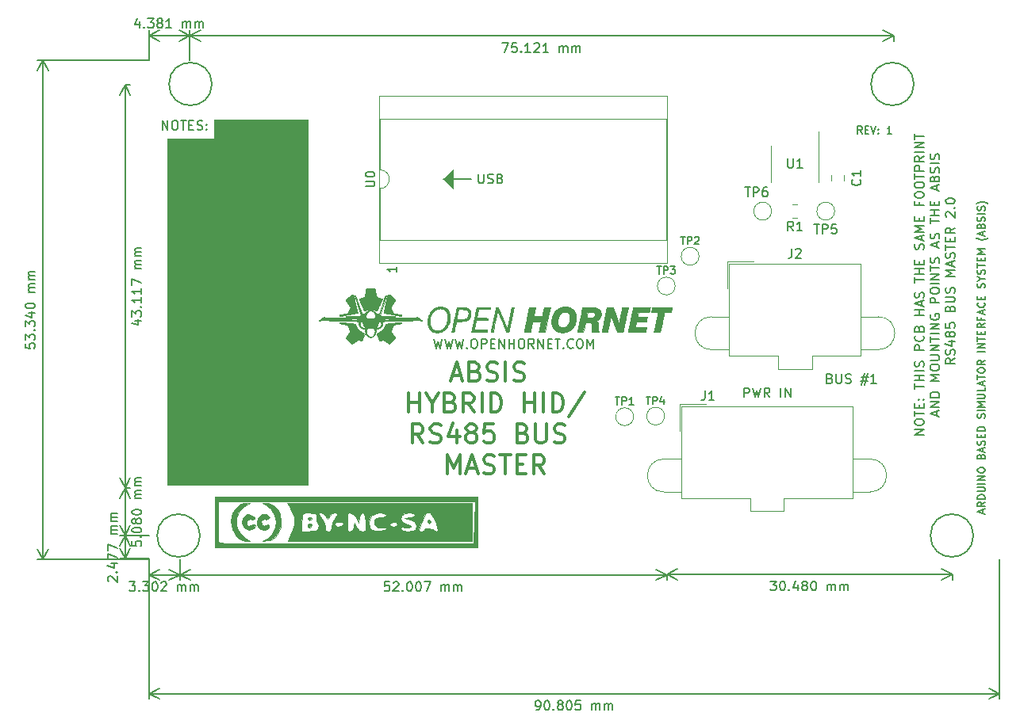
<source format=gbr>
G04 #@! TF.GenerationSoftware,KiCad,Pcbnew,(5.1.9)-1*
G04 #@! TF.CreationDate,2021-10-29T09:24:57-06:00*
G04 #@! TF.ProjectId,ABSIS_Bus_Master,41425349-535f-4427-9573-5f4d61737465,2*
G04 #@! TF.SameCoordinates,Original*
G04 #@! TF.FileFunction,Legend,Top*
G04 #@! TF.FilePolarity,Positive*
%FSLAX46Y46*%
G04 Gerber Fmt 4.6, Leading zero omitted, Abs format (unit mm)*
G04 Created by KiCad (PCBNEW (5.1.9)-1) date 2021-10-29 09:24:57*
%MOMM*%
%LPD*%
G01*
G04 APERTURE LIST*
%ADD10C,0.150000*%
%ADD11C,0.100000*%
%ADD12C,0.200000*%
%ADD13C,0.300000*%
%ADD14C,0.010000*%
%ADD15C,0.120000*%
G04 APERTURE END LIST*
D10*
X196922380Y-108328952D02*
X195922380Y-108328952D01*
X196922380Y-107757523D01*
X195922380Y-107757523D01*
X195922380Y-107090857D02*
X195922380Y-106900380D01*
X195970000Y-106805142D01*
X196065238Y-106709904D01*
X196255714Y-106662285D01*
X196589047Y-106662285D01*
X196779523Y-106709904D01*
X196874761Y-106805142D01*
X196922380Y-106900380D01*
X196922380Y-107090857D01*
X196874761Y-107186095D01*
X196779523Y-107281333D01*
X196589047Y-107328952D01*
X196255714Y-107328952D01*
X196065238Y-107281333D01*
X195970000Y-107186095D01*
X195922380Y-107090857D01*
X195922380Y-106376571D02*
X195922380Y-105805142D01*
X196922380Y-106090857D02*
X195922380Y-106090857D01*
X196398571Y-105471809D02*
X196398571Y-105138476D01*
X196922380Y-104995619D02*
X196922380Y-105471809D01*
X195922380Y-105471809D01*
X195922380Y-104995619D01*
X196827142Y-104567047D02*
X196874761Y-104519428D01*
X196922380Y-104567047D01*
X196874761Y-104614666D01*
X196827142Y-104567047D01*
X196922380Y-104567047D01*
X196303333Y-104567047D02*
X196350952Y-104519428D01*
X196398571Y-104567047D01*
X196350952Y-104614666D01*
X196303333Y-104567047D01*
X196398571Y-104567047D01*
X195922380Y-103471809D02*
X195922380Y-102900380D01*
X196922380Y-103186095D02*
X195922380Y-103186095D01*
X196922380Y-102567047D02*
X195922380Y-102567047D01*
X196398571Y-102567047D02*
X196398571Y-101995619D01*
X196922380Y-101995619D02*
X195922380Y-101995619D01*
X196922380Y-101519428D02*
X195922380Y-101519428D01*
X196874761Y-101090857D02*
X196922380Y-100948000D01*
X196922380Y-100709904D01*
X196874761Y-100614666D01*
X196827142Y-100567047D01*
X196731904Y-100519428D01*
X196636666Y-100519428D01*
X196541428Y-100567047D01*
X196493809Y-100614666D01*
X196446190Y-100709904D01*
X196398571Y-100900380D01*
X196350952Y-100995619D01*
X196303333Y-101043238D01*
X196208095Y-101090857D01*
X196112857Y-101090857D01*
X196017619Y-101043238D01*
X195970000Y-100995619D01*
X195922380Y-100900380D01*
X195922380Y-100662285D01*
X195970000Y-100519428D01*
X196922380Y-99328952D02*
X195922380Y-99328952D01*
X195922380Y-98948000D01*
X195970000Y-98852761D01*
X196017619Y-98805142D01*
X196112857Y-98757523D01*
X196255714Y-98757523D01*
X196350952Y-98805142D01*
X196398571Y-98852761D01*
X196446190Y-98948000D01*
X196446190Y-99328952D01*
X196827142Y-97757523D02*
X196874761Y-97805142D01*
X196922380Y-97948000D01*
X196922380Y-98043238D01*
X196874761Y-98186095D01*
X196779523Y-98281333D01*
X196684285Y-98328952D01*
X196493809Y-98376571D01*
X196350952Y-98376571D01*
X196160476Y-98328952D01*
X196065238Y-98281333D01*
X195970000Y-98186095D01*
X195922380Y-98043238D01*
X195922380Y-97948000D01*
X195970000Y-97805142D01*
X196017619Y-97757523D01*
X196398571Y-96995619D02*
X196446190Y-96852761D01*
X196493809Y-96805142D01*
X196589047Y-96757523D01*
X196731904Y-96757523D01*
X196827142Y-96805142D01*
X196874761Y-96852761D01*
X196922380Y-96948000D01*
X196922380Y-97328952D01*
X195922380Y-97328952D01*
X195922380Y-96995619D01*
X195970000Y-96900380D01*
X196017619Y-96852761D01*
X196112857Y-96805142D01*
X196208095Y-96805142D01*
X196303333Y-96852761D01*
X196350952Y-96900380D01*
X196398571Y-96995619D01*
X196398571Y-97328952D01*
X196922380Y-95567047D02*
X195922380Y-95567047D01*
X196398571Y-95567047D02*
X196398571Y-94995619D01*
X196922380Y-94995619D02*
X195922380Y-94995619D01*
X196636666Y-94567047D02*
X196636666Y-94090857D01*
X196922380Y-94662285D02*
X195922380Y-94328952D01*
X196922380Y-93995619D01*
X196874761Y-93709904D02*
X196922380Y-93567047D01*
X196922380Y-93328952D01*
X196874761Y-93233714D01*
X196827142Y-93186095D01*
X196731904Y-93138476D01*
X196636666Y-93138476D01*
X196541428Y-93186095D01*
X196493809Y-93233714D01*
X196446190Y-93328952D01*
X196398571Y-93519428D01*
X196350952Y-93614666D01*
X196303333Y-93662285D01*
X196208095Y-93709904D01*
X196112857Y-93709904D01*
X196017619Y-93662285D01*
X195970000Y-93614666D01*
X195922380Y-93519428D01*
X195922380Y-93281333D01*
X195970000Y-93138476D01*
X195922380Y-92090857D02*
X195922380Y-91519428D01*
X196922380Y-91805142D02*
X195922380Y-91805142D01*
X196922380Y-91186095D02*
X195922380Y-91186095D01*
X196398571Y-91186095D02*
X196398571Y-90614666D01*
X196922380Y-90614666D02*
X195922380Y-90614666D01*
X196398571Y-90138476D02*
X196398571Y-89805142D01*
X196922380Y-89662285D02*
X196922380Y-90138476D01*
X195922380Y-90138476D01*
X195922380Y-89662285D01*
X196874761Y-88519428D02*
X196922380Y-88376571D01*
X196922380Y-88138476D01*
X196874761Y-88043238D01*
X196827142Y-87995619D01*
X196731904Y-87948000D01*
X196636666Y-87948000D01*
X196541428Y-87995619D01*
X196493809Y-88043238D01*
X196446190Y-88138476D01*
X196398571Y-88328952D01*
X196350952Y-88424190D01*
X196303333Y-88471809D01*
X196208095Y-88519428D01*
X196112857Y-88519428D01*
X196017619Y-88471809D01*
X195970000Y-88424190D01*
X195922380Y-88328952D01*
X195922380Y-88090857D01*
X195970000Y-87948000D01*
X196636666Y-87567047D02*
X196636666Y-87090857D01*
X196922380Y-87662285D02*
X195922380Y-87328952D01*
X196922380Y-86995619D01*
X196922380Y-86662285D02*
X195922380Y-86662285D01*
X196636666Y-86328952D01*
X195922380Y-85995619D01*
X196922380Y-85995619D01*
X196398571Y-85519428D02*
X196398571Y-85186095D01*
X196922380Y-85043238D02*
X196922380Y-85519428D01*
X195922380Y-85519428D01*
X195922380Y-85043238D01*
X196398571Y-83519428D02*
X196398571Y-83852761D01*
X196922380Y-83852761D02*
X195922380Y-83852761D01*
X195922380Y-83376571D01*
X195922380Y-82805142D02*
X195922380Y-82614666D01*
X195970000Y-82519428D01*
X196065238Y-82424190D01*
X196255714Y-82376571D01*
X196589047Y-82376571D01*
X196779523Y-82424190D01*
X196874761Y-82519428D01*
X196922380Y-82614666D01*
X196922380Y-82805142D01*
X196874761Y-82900380D01*
X196779523Y-82995619D01*
X196589047Y-83043238D01*
X196255714Y-83043238D01*
X196065238Y-82995619D01*
X195970000Y-82900380D01*
X195922380Y-82805142D01*
X195922380Y-81757523D02*
X195922380Y-81567047D01*
X195970000Y-81471809D01*
X196065238Y-81376571D01*
X196255714Y-81328952D01*
X196589047Y-81328952D01*
X196779523Y-81376571D01*
X196874761Y-81471809D01*
X196922380Y-81567047D01*
X196922380Y-81757523D01*
X196874761Y-81852761D01*
X196779523Y-81948000D01*
X196589047Y-81995619D01*
X196255714Y-81995619D01*
X196065238Y-81948000D01*
X195970000Y-81852761D01*
X195922380Y-81757523D01*
X195922380Y-81043238D02*
X195922380Y-80471809D01*
X196922380Y-80757523D02*
X195922380Y-80757523D01*
X196922380Y-80138476D02*
X195922380Y-80138476D01*
X195922380Y-79757523D01*
X195970000Y-79662285D01*
X196017619Y-79614666D01*
X196112857Y-79567047D01*
X196255714Y-79567047D01*
X196350952Y-79614666D01*
X196398571Y-79662285D01*
X196446190Y-79757523D01*
X196446190Y-80138476D01*
X196922380Y-78567047D02*
X196446190Y-78900380D01*
X196922380Y-79138476D02*
X195922380Y-79138476D01*
X195922380Y-78757523D01*
X195970000Y-78662285D01*
X196017619Y-78614666D01*
X196112857Y-78567047D01*
X196255714Y-78567047D01*
X196350952Y-78614666D01*
X196398571Y-78662285D01*
X196446190Y-78757523D01*
X196446190Y-79138476D01*
X196922380Y-78138476D02*
X195922380Y-78138476D01*
X196922380Y-77662285D02*
X195922380Y-77662285D01*
X196922380Y-77090857D01*
X195922380Y-77090857D01*
X195922380Y-76757523D02*
X195922380Y-76186095D01*
X196922380Y-76471809D02*
X195922380Y-76471809D01*
X198286666Y-106305142D02*
X198286666Y-105828952D01*
X198572380Y-106400380D02*
X197572380Y-106067047D01*
X198572380Y-105733714D01*
X198572380Y-105400380D02*
X197572380Y-105400380D01*
X198572380Y-104828952D01*
X197572380Y-104828952D01*
X198572380Y-104352761D02*
X197572380Y-104352761D01*
X197572380Y-104114666D01*
X197620000Y-103971809D01*
X197715238Y-103876571D01*
X197810476Y-103828952D01*
X198000952Y-103781333D01*
X198143809Y-103781333D01*
X198334285Y-103828952D01*
X198429523Y-103876571D01*
X198524761Y-103971809D01*
X198572380Y-104114666D01*
X198572380Y-104352761D01*
X198572380Y-102590857D02*
X197572380Y-102590857D01*
X198286666Y-102257523D01*
X197572380Y-101924190D01*
X198572380Y-101924190D01*
X197572380Y-101257523D02*
X197572380Y-101067047D01*
X197620000Y-100971809D01*
X197715238Y-100876571D01*
X197905714Y-100828952D01*
X198239047Y-100828952D01*
X198429523Y-100876571D01*
X198524761Y-100971809D01*
X198572380Y-101067047D01*
X198572380Y-101257523D01*
X198524761Y-101352761D01*
X198429523Y-101448000D01*
X198239047Y-101495619D01*
X197905714Y-101495619D01*
X197715238Y-101448000D01*
X197620000Y-101352761D01*
X197572380Y-101257523D01*
X197572380Y-100400380D02*
X198381904Y-100400380D01*
X198477142Y-100352761D01*
X198524761Y-100305142D01*
X198572380Y-100209904D01*
X198572380Y-100019428D01*
X198524761Y-99924190D01*
X198477142Y-99876571D01*
X198381904Y-99828952D01*
X197572380Y-99828952D01*
X198572380Y-99352761D02*
X197572380Y-99352761D01*
X198572380Y-98781333D01*
X197572380Y-98781333D01*
X197572380Y-98448000D02*
X197572380Y-97876571D01*
X198572380Y-98162285D02*
X197572380Y-98162285D01*
X198572380Y-97543238D02*
X197572380Y-97543238D01*
X198572380Y-97067047D02*
X197572380Y-97067047D01*
X198572380Y-96495619D01*
X197572380Y-96495619D01*
X197620000Y-95495619D02*
X197572380Y-95590857D01*
X197572380Y-95733714D01*
X197620000Y-95876571D01*
X197715238Y-95971809D01*
X197810476Y-96019428D01*
X198000952Y-96067047D01*
X198143809Y-96067047D01*
X198334285Y-96019428D01*
X198429523Y-95971809D01*
X198524761Y-95876571D01*
X198572380Y-95733714D01*
X198572380Y-95638476D01*
X198524761Y-95495619D01*
X198477142Y-95448000D01*
X198143809Y-95448000D01*
X198143809Y-95638476D01*
X198572380Y-94257523D02*
X197572380Y-94257523D01*
X197572380Y-93876571D01*
X197620000Y-93781333D01*
X197667619Y-93733714D01*
X197762857Y-93686095D01*
X197905714Y-93686095D01*
X198000952Y-93733714D01*
X198048571Y-93781333D01*
X198096190Y-93876571D01*
X198096190Y-94257523D01*
X197572380Y-93067047D02*
X197572380Y-92876571D01*
X197620000Y-92781333D01*
X197715238Y-92686095D01*
X197905714Y-92638476D01*
X198239047Y-92638476D01*
X198429523Y-92686095D01*
X198524761Y-92781333D01*
X198572380Y-92876571D01*
X198572380Y-93067047D01*
X198524761Y-93162285D01*
X198429523Y-93257523D01*
X198239047Y-93305142D01*
X197905714Y-93305142D01*
X197715238Y-93257523D01*
X197620000Y-93162285D01*
X197572380Y-93067047D01*
X198572380Y-92209904D02*
X197572380Y-92209904D01*
X198572380Y-91733714D02*
X197572380Y-91733714D01*
X198572380Y-91162285D01*
X197572380Y-91162285D01*
X197572380Y-90828952D02*
X197572380Y-90257523D01*
X198572380Y-90543238D02*
X197572380Y-90543238D01*
X198524761Y-89971809D02*
X198572380Y-89828952D01*
X198572380Y-89590857D01*
X198524761Y-89495619D01*
X198477142Y-89448000D01*
X198381904Y-89400380D01*
X198286666Y-89400380D01*
X198191428Y-89448000D01*
X198143809Y-89495619D01*
X198096190Y-89590857D01*
X198048571Y-89781333D01*
X198000952Y-89876571D01*
X197953333Y-89924190D01*
X197858095Y-89971809D01*
X197762857Y-89971809D01*
X197667619Y-89924190D01*
X197620000Y-89876571D01*
X197572380Y-89781333D01*
X197572380Y-89543238D01*
X197620000Y-89400380D01*
X198286666Y-88257523D02*
X198286666Y-87781333D01*
X198572380Y-88352761D02*
X197572380Y-88019428D01*
X198572380Y-87686095D01*
X198524761Y-87400380D02*
X198572380Y-87257523D01*
X198572380Y-87019428D01*
X198524761Y-86924190D01*
X198477142Y-86876571D01*
X198381904Y-86828952D01*
X198286666Y-86828952D01*
X198191428Y-86876571D01*
X198143809Y-86924190D01*
X198096190Y-87019428D01*
X198048571Y-87209904D01*
X198000952Y-87305142D01*
X197953333Y-87352761D01*
X197858095Y-87400380D01*
X197762857Y-87400380D01*
X197667619Y-87352761D01*
X197620000Y-87305142D01*
X197572380Y-87209904D01*
X197572380Y-86971809D01*
X197620000Y-86828952D01*
X197572380Y-85781333D02*
X197572380Y-85209904D01*
X198572380Y-85495619D02*
X197572380Y-85495619D01*
X198572380Y-84876571D02*
X197572380Y-84876571D01*
X198048571Y-84876571D02*
X198048571Y-84305142D01*
X198572380Y-84305142D02*
X197572380Y-84305142D01*
X198048571Y-83828952D02*
X198048571Y-83495619D01*
X198572380Y-83352761D02*
X198572380Y-83828952D01*
X197572380Y-83828952D01*
X197572380Y-83352761D01*
X198286666Y-82209904D02*
X198286666Y-81733714D01*
X198572380Y-82305142D02*
X197572380Y-81971809D01*
X198572380Y-81638476D01*
X198048571Y-80971809D02*
X198096190Y-80828952D01*
X198143809Y-80781333D01*
X198239047Y-80733714D01*
X198381904Y-80733714D01*
X198477142Y-80781333D01*
X198524761Y-80828952D01*
X198572380Y-80924190D01*
X198572380Y-81305142D01*
X197572380Y-81305142D01*
X197572380Y-80971809D01*
X197620000Y-80876571D01*
X197667619Y-80828952D01*
X197762857Y-80781333D01*
X197858095Y-80781333D01*
X197953333Y-80828952D01*
X198000952Y-80876571D01*
X198048571Y-80971809D01*
X198048571Y-81305142D01*
X198524761Y-80352761D02*
X198572380Y-80209904D01*
X198572380Y-79971809D01*
X198524761Y-79876571D01*
X198477142Y-79828952D01*
X198381904Y-79781333D01*
X198286666Y-79781333D01*
X198191428Y-79828952D01*
X198143809Y-79876571D01*
X198096190Y-79971809D01*
X198048571Y-80162285D01*
X198000952Y-80257523D01*
X197953333Y-80305142D01*
X197858095Y-80352761D01*
X197762857Y-80352761D01*
X197667619Y-80305142D01*
X197620000Y-80257523D01*
X197572380Y-80162285D01*
X197572380Y-79924190D01*
X197620000Y-79781333D01*
X198572380Y-79352761D02*
X197572380Y-79352761D01*
X198524761Y-78924190D02*
X198572380Y-78781333D01*
X198572380Y-78543238D01*
X198524761Y-78448000D01*
X198477142Y-78400380D01*
X198381904Y-78352761D01*
X198286666Y-78352761D01*
X198191428Y-78400380D01*
X198143809Y-78448000D01*
X198096190Y-78543238D01*
X198048571Y-78733714D01*
X198000952Y-78828952D01*
X197953333Y-78876571D01*
X197858095Y-78924190D01*
X197762857Y-78924190D01*
X197667619Y-78876571D01*
X197620000Y-78828952D01*
X197572380Y-78733714D01*
X197572380Y-78495619D01*
X197620000Y-78352761D01*
X200222380Y-100186095D02*
X199746190Y-100519428D01*
X200222380Y-100757523D02*
X199222380Y-100757523D01*
X199222380Y-100376571D01*
X199270000Y-100281333D01*
X199317619Y-100233714D01*
X199412857Y-100186095D01*
X199555714Y-100186095D01*
X199650952Y-100233714D01*
X199698571Y-100281333D01*
X199746190Y-100376571D01*
X199746190Y-100757523D01*
X200174761Y-99805142D02*
X200222380Y-99662285D01*
X200222380Y-99424190D01*
X200174761Y-99328952D01*
X200127142Y-99281333D01*
X200031904Y-99233714D01*
X199936666Y-99233714D01*
X199841428Y-99281333D01*
X199793809Y-99328952D01*
X199746190Y-99424190D01*
X199698571Y-99614666D01*
X199650952Y-99709904D01*
X199603333Y-99757523D01*
X199508095Y-99805142D01*
X199412857Y-99805142D01*
X199317619Y-99757523D01*
X199270000Y-99709904D01*
X199222380Y-99614666D01*
X199222380Y-99376571D01*
X199270000Y-99233714D01*
X199555714Y-98376571D02*
X200222380Y-98376571D01*
X199174761Y-98614666D02*
X199889047Y-98852761D01*
X199889047Y-98233714D01*
X199650952Y-97709904D02*
X199603333Y-97805142D01*
X199555714Y-97852761D01*
X199460476Y-97900380D01*
X199412857Y-97900380D01*
X199317619Y-97852761D01*
X199270000Y-97805142D01*
X199222380Y-97709904D01*
X199222380Y-97519428D01*
X199270000Y-97424190D01*
X199317619Y-97376571D01*
X199412857Y-97328952D01*
X199460476Y-97328952D01*
X199555714Y-97376571D01*
X199603333Y-97424190D01*
X199650952Y-97519428D01*
X199650952Y-97709904D01*
X199698571Y-97805142D01*
X199746190Y-97852761D01*
X199841428Y-97900380D01*
X200031904Y-97900380D01*
X200127142Y-97852761D01*
X200174761Y-97805142D01*
X200222380Y-97709904D01*
X200222380Y-97519428D01*
X200174761Y-97424190D01*
X200127142Y-97376571D01*
X200031904Y-97328952D01*
X199841428Y-97328952D01*
X199746190Y-97376571D01*
X199698571Y-97424190D01*
X199650952Y-97519428D01*
X199222380Y-96424190D02*
X199222380Y-96900380D01*
X199698571Y-96948000D01*
X199650952Y-96900380D01*
X199603333Y-96805142D01*
X199603333Y-96567047D01*
X199650952Y-96471809D01*
X199698571Y-96424190D01*
X199793809Y-96376571D01*
X200031904Y-96376571D01*
X200127142Y-96424190D01*
X200174761Y-96471809D01*
X200222380Y-96567047D01*
X200222380Y-96805142D01*
X200174761Y-96900380D01*
X200127142Y-96948000D01*
X199698571Y-94852761D02*
X199746190Y-94709904D01*
X199793809Y-94662285D01*
X199889047Y-94614666D01*
X200031904Y-94614666D01*
X200127142Y-94662285D01*
X200174761Y-94709904D01*
X200222380Y-94805142D01*
X200222380Y-95186095D01*
X199222380Y-95186095D01*
X199222380Y-94852761D01*
X199270000Y-94757523D01*
X199317619Y-94709904D01*
X199412857Y-94662285D01*
X199508095Y-94662285D01*
X199603333Y-94709904D01*
X199650952Y-94757523D01*
X199698571Y-94852761D01*
X199698571Y-95186095D01*
X199222380Y-94186095D02*
X200031904Y-94186095D01*
X200127142Y-94138476D01*
X200174761Y-94090857D01*
X200222380Y-93995619D01*
X200222380Y-93805142D01*
X200174761Y-93709904D01*
X200127142Y-93662285D01*
X200031904Y-93614666D01*
X199222380Y-93614666D01*
X200174761Y-93186095D02*
X200222380Y-93043238D01*
X200222380Y-92805142D01*
X200174761Y-92709904D01*
X200127142Y-92662285D01*
X200031904Y-92614666D01*
X199936666Y-92614666D01*
X199841428Y-92662285D01*
X199793809Y-92709904D01*
X199746190Y-92805142D01*
X199698571Y-92995619D01*
X199650952Y-93090857D01*
X199603333Y-93138476D01*
X199508095Y-93186095D01*
X199412857Y-93186095D01*
X199317619Y-93138476D01*
X199270000Y-93090857D01*
X199222380Y-92995619D01*
X199222380Y-92757523D01*
X199270000Y-92614666D01*
X200222380Y-91424190D02*
X199222380Y-91424190D01*
X199936666Y-91090857D01*
X199222380Y-90757523D01*
X200222380Y-90757523D01*
X199936666Y-90328952D02*
X199936666Y-89852761D01*
X200222380Y-90424190D02*
X199222380Y-90090857D01*
X200222380Y-89757523D01*
X200174761Y-89471809D02*
X200222380Y-89328952D01*
X200222380Y-89090857D01*
X200174761Y-88995619D01*
X200127142Y-88948000D01*
X200031904Y-88900380D01*
X199936666Y-88900380D01*
X199841428Y-88948000D01*
X199793809Y-88995619D01*
X199746190Y-89090857D01*
X199698571Y-89281333D01*
X199650952Y-89376571D01*
X199603333Y-89424190D01*
X199508095Y-89471809D01*
X199412857Y-89471809D01*
X199317619Y-89424190D01*
X199270000Y-89376571D01*
X199222380Y-89281333D01*
X199222380Y-89043238D01*
X199270000Y-88900380D01*
X199222380Y-88614666D02*
X199222380Y-88043238D01*
X200222380Y-88328952D02*
X199222380Y-88328952D01*
X199698571Y-87709904D02*
X199698571Y-87376571D01*
X200222380Y-87233714D02*
X200222380Y-87709904D01*
X199222380Y-87709904D01*
X199222380Y-87233714D01*
X200222380Y-86233714D02*
X199746190Y-86567047D01*
X200222380Y-86805142D02*
X199222380Y-86805142D01*
X199222380Y-86424190D01*
X199270000Y-86328952D01*
X199317619Y-86281333D01*
X199412857Y-86233714D01*
X199555714Y-86233714D01*
X199650952Y-86281333D01*
X199698571Y-86328952D01*
X199746190Y-86424190D01*
X199746190Y-86805142D01*
X199317619Y-85090857D02*
X199270000Y-85043238D01*
X199222380Y-84948000D01*
X199222380Y-84709904D01*
X199270000Y-84614666D01*
X199317619Y-84567047D01*
X199412857Y-84519428D01*
X199508095Y-84519428D01*
X199650952Y-84567047D01*
X200222380Y-85138476D01*
X200222380Y-84519428D01*
X200127142Y-84090857D02*
X200174761Y-84043238D01*
X200222380Y-84090857D01*
X200174761Y-84138476D01*
X200127142Y-84090857D01*
X200222380Y-84090857D01*
X199222380Y-83424190D02*
X199222380Y-83328952D01*
X199270000Y-83233714D01*
X199317619Y-83186095D01*
X199412857Y-83138476D01*
X199603333Y-83090857D01*
X199841428Y-83090857D01*
X200031904Y-83138476D01*
X200127142Y-83186095D01*
X200174761Y-83233714D01*
X200222380Y-83328952D01*
X200222380Y-83424190D01*
X200174761Y-83519428D01*
X200127142Y-83567047D01*
X200031904Y-83614666D01*
X199841428Y-83662285D01*
X199603333Y-83662285D01*
X199412857Y-83614666D01*
X199317619Y-83567047D01*
X199270000Y-83519428D01*
X199222380Y-83424190D01*
X149356095Y-80483380D02*
X149356095Y-81292904D01*
X149403714Y-81388142D01*
X149451333Y-81435761D01*
X149546571Y-81483380D01*
X149737047Y-81483380D01*
X149832285Y-81435761D01*
X149879904Y-81388142D01*
X149927523Y-81292904D01*
X149927523Y-80483380D01*
X150356095Y-81435761D02*
X150498952Y-81483380D01*
X150737047Y-81483380D01*
X150832285Y-81435761D01*
X150879904Y-81388142D01*
X150927523Y-81292904D01*
X150927523Y-81197666D01*
X150879904Y-81102428D01*
X150832285Y-81054809D01*
X150737047Y-81007190D01*
X150546571Y-80959571D01*
X150451333Y-80911952D01*
X150403714Y-80864333D01*
X150356095Y-80769095D01*
X150356095Y-80673857D01*
X150403714Y-80578619D01*
X150451333Y-80531000D01*
X150546571Y-80483380D01*
X150784666Y-80483380D01*
X150927523Y-80531000D01*
X151689428Y-80959571D02*
X151832285Y-81007190D01*
X151879904Y-81054809D01*
X151927523Y-81150047D01*
X151927523Y-81292904D01*
X151879904Y-81388142D01*
X151832285Y-81435761D01*
X151737047Y-81483380D01*
X151356095Y-81483380D01*
X151356095Y-80483380D01*
X151689428Y-80483380D01*
X151784666Y-80531000D01*
X151832285Y-80578619D01*
X151879904Y-80673857D01*
X151879904Y-80769095D01*
X151832285Y-80864333D01*
X151784666Y-80911952D01*
X151689428Y-80959571D01*
X151356095Y-80959571D01*
D11*
G36*
X146618000Y-82031000D02*
G01*
X145618000Y-81031000D01*
X146618000Y-81031000D01*
X146618000Y-82031000D01*
G37*
X146618000Y-82031000D02*
X145618000Y-81031000D01*
X146618000Y-81031000D01*
X146618000Y-82031000D01*
G36*
X146618000Y-81031000D02*
G01*
X145618000Y-81031000D01*
X146618000Y-80031000D01*
X146618000Y-81031000D01*
G37*
X146618000Y-81031000D02*
X145618000Y-81031000D01*
X146618000Y-80031000D01*
X146618000Y-81031000D01*
D10*
X145618000Y-81031000D02*
X148618000Y-81031000D01*
D11*
G36*
X131173000Y-113666000D02*
G01*
X116173000Y-113666000D01*
X116173000Y-76666000D01*
X121173000Y-76666000D01*
X121173000Y-74666000D01*
X131173000Y-74666000D01*
X131173000Y-113666000D01*
G37*
X131173000Y-113666000D02*
X116173000Y-113666000D01*
X116173000Y-76666000D01*
X121173000Y-76666000D01*
X121173000Y-74666000D01*
X131173000Y-74666000D01*
X131173000Y-113666000D01*
D12*
X115625857Y-75763380D02*
X115625857Y-74763380D01*
X116197285Y-75763380D01*
X116197285Y-74763380D01*
X116863952Y-74763380D02*
X117054428Y-74763380D01*
X117149666Y-74811000D01*
X117244904Y-74906238D01*
X117292523Y-75096714D01*
X117292523Y-75430047D01*
X117244904Y-75620523D01*
X117149666Y-75715761D01*
X117054428Y-75763380D01*
X116863952Y-75763380D01*
X116768714Y-75715761D01*
X116673476Y-75620523D01*
X116625857Y-75430047D01*
X116625857Y-75096714D01*
X116673476Y-74906238D01*
X116768714Y-74811000D01*
X116863952Y-74763380D01*
X117578238Y-74763380D02*
X118149666Y-74763380D01*
X117863952Y-75763380D02*
X117863952Y-74763380D01*
X118483000Y-75239571D02*
X118816333Y-75239571D01*
X118959190Y-75763380D02*
X118483000Y-75763380D01*
X118483000Y-74763380D01*
X118959190Y-74763380D01*
X119340142Y-75715761D02*
X119483000Y-75763380D01*
X119721095Y-75763380D01*
X119816333Y-75715761D01*
X119863952Y-75668142D01*
X119911571Y-75572904D01*
X119911571Y-75477666D01*
X119863952Y-75382428D01*
X119816333Y-75334809D01*
X119721095Y-75287190D01*
X119530619Y-75239571D01*
X119435380Y-75191952D01*
X119387761Y-75144333D01*
X119340142Y-75049095D01*
X119340142Y-74953857D01*
X119387761Y-74858619D01*
X119435380Y-74811000D01*
X119530619Y-74763380D01*
X119768714Y-74763380D01*
X119911571Y-74811000D01*
X120340142Y-75668142D02*
X120387761Y-75715761D01*
X120340142Y-75763380D01*
X120292523Y-75715761D01*
X120340142Y-75668142D01*
X120340142Y-75763380D01*
X120340142Y-75144333D02*
X120387761Y-75191952D01*
X120340142Y-75239571D01*
X120292523Y-75191952D01*
X120340142Y-75144333D01*
X120340142Y-75239571D01*
D10*
X112718714Y-96154416D02*
X113385380Y-96154416D01*
X112337761Y-96392511D02*
X113052047Y-96630607D01*
X113052047Y-96011559D01*
X112385380Y-95725845D02*
X112385380Y-95106797D01*
X112766333Y-95440130D01*
X112766333Y-95297273D01*
X112813952Y-95202035D01*
X112861571Y-95154416D01*
X112956809Y-95106797D01*
X113194904Y-95106797D01*
X113290142Y-95154416D01*
X113337761Y-95202035D01*
X113385380Y-95297273D01*
X113385380Y-95582988D01*
X113337761Y-95678226D01*
X113290142Y-95725845D01*
X113290142Y-94678226D02*
X113337761Y-94630607D01*
X113385380Y-94678226D01*
X113337761Y-94725845D01*
X113290142Y-94678226D01*
X113385380Y-94678226D01*
X113385380Y-93678226D02*
X113385380Y-94249654D01*
X113385380Y-93963940D02*
X112385380Y-93963940D01*
X112528238Y-94059178D01*
X112623476Y-94154416D01*
X112671095Y-94249654D01*
X113385380Y-92725845D02*
X113385380Y-93297273D01*
X113385380Y-93011559D02*
X112385380Y-93011559D01*
X112528238Y-93106797D01*
X112623476Y-93202035D01*
X112671095Y-93297273D01*
X112385380Y-92392511D02*
X112385380Y-91725845D01*
X113385380Y-92154416D01*
X113385380Y-90582988D02*
X112718714Y-90582988D01*
X112813952Y-90582988D02*
X112766333Y-90535369D01*
X112718714Y-90440130D01*
X112718714Y-90297273D01*
X112766333Y-90202035D01*
X112861571Y-90154416D01*
X113385380Y-90154416D01*
X112861571Y-90154416D02*
X112766333Y-90106797D01*
X112718714Y-90011559D01*
X112718714Y-89868702D01*
X112766333Y-89773464D01*
X112861571Y-89725845D01*
X113385380Y-89725845D01*
X113385380Y-89249654D02*
X112718714Y-89249654D01*
X112813952Y-89249654D02*
X112766333Y-89202035D01*
X112718714Y-89106797D01*
X112718714Y-88963940D01*
X112766333Y-88868702D01*
X112861571Y-88821083D01*
X113385380Y-88821083D01*
X112861571Y-88821083D02*
X112766333Y-88773464D01*
X112718714Y-88678226D01*
X112718714Y-88535369D01*
X112766333Y-88440130D01*
X112861571Y-88392511D01*
X113385380Y-88392511D01*
X111633000Y-114046000D02*
X111633000Y-70929500D01*
X111633000Y-114046000D02*
X112219421Y-114046000D01*
X111633000Y-70929500D02*
X112219421Y-70929500D01*
X111633000Y-70929500D02*
X112219421Y-72056004D01*
X111633000Y-70929500D02*
X111046579Y-72056004D01*
X111633000Y-114046000D02*
X112219421Y-112919496D01*
X111633000Y-114046000D02*
X111046579Y-112919496D01*
X112385380Y-119728857D02*
X112385380Y-120205047D01*
X112861571Y-120252666D01*
X112813952Y-120205047D01*
X112766333Y-120109809D01*
X112766333Y-119871714D01*
X112813952Y-119776476D01*
X112861571Y-119728857D01*
X112956809Y-119681238D01*
X113194904Y-119681238D01*
X113290142Y-119728857D01*
X113337761Y-119776476D01*
X113385380Y-119871714D01*
X113385380Y-120109809D01*
X113337761Y-120205047D01*
X113290142Y-120252666D01*
X113290142Y-119252666D02*
X113337761Y-119205047D01*
X113385380Y-119252666D01*
X113337761Y-119300285D01*
X113290142Y-119252666D01*
X113385380Y-119252666D01*
X112385380Y-118586000D02*
X112385380Y-118490761D01*
X112433000Y-118395523D01*
X112480619Y-118347904D01*
X112575857Y-118300285D01*
X112766333Y-118252666D01*
X113004428Y-118252666D01*
X113194904Y-118300285D01*
X113290142Y-118347904D01*
X113337761Y-118395523D01*
X113385380Y-118490761D01*
X113385380Y-118586000D01*
X113337761Y-118681238D01*
X113290142Y-118728857D01*
X113194904Y-118776476D01*
X113004428Y-118824095D01*
X112766333Y-118824095D01*
X112575857Y-118776476D01*
X112480619Y-118728857D01*
X112433000Y-118681238D01*
X112385380Y-118586000D01*
X112813952Y-117681238D02*
X112766333Y-117776476D01*
X112718714Y-117824095D01*
X112623476Y-117871714D01*
X112575857Y-117871714D01*
X112480619Y-117824095D01*
X112433000Y-117776476D01*
X112385380Y-117681238D01*
X112385380Y-117490761D01*
X112433000Y-117395523D01*
X112480619Y-117347904D01*
X112575857Y-117300285D01*
X112623476Y-117300285D01*
X112718714Y-117347904D01*
X112766333Y-117395523D01*
X112813952Y-117490761D01*
X112813952Y-117681238D01*
X112861571Y-117776476D01*
X112909190Y-117824095D01*
X113004428Y-117871714D01*
X113194904Y-117871714D01*
X113290142Y-117824095D01*
X113337761Y-117776476D01*
X113385380Y-117681238D01*
X113385380Y-117490761D01*
X113337761Y-117395523D01*
X113290142Y-117347904D01*
X113194904Y-117300285D01*
X113004428Y-117300285D01*
X112909190Y-117347904D01*
X112861571Y-117395523D01*
X112813952Y-117490761D01*
X112385380Y-116681238D02*
X112385380Y-116586000D01*
X112433000Y-116490761D01*
X112480619Y-116443142D01*
X112575857Y-116395523D01*
X112766333Y-116347904D01*
X113004428Y-116347904D01*
X113194904Y-116395523D01*
X113290142Y-116443142D01*
X113337761Y-116490761D01*
X113385380Y-116586000D01*
X113385380Y-116681238D01*
X113337761Y-116776476D01*
X113290142Y-116824095D01*
X113194904Y-116871714D01*
X113004428Y-116919333D01*
X112766333Y-116919333D01*
X112575857Y-116871714D01*
X112480619Y-116824095D01*
X112433000Y-116776476D01*
X112385380Y-116681238D01*
X113385380Y-115157428D02*
X112718714Y-115157428D01*
X112813952Y-115157428D02*
X112766333Y-115109809D01*
X112718714Y-115014571D01*
X112718714Y-114871714D01*
X112766333Y-114776476D01*
X112861571Y-114728857D01*
X113385380Y-114728857D01*
X112861571Y-114728857D02*
X112766333Y-114681238D01*
X112718714Y-114586000D01*
X112718714Y-114443142D01*
X112766333Y-114347904D01*
X112861571Y-114300285D01*
X113385380Y-114300285D01*
X113385380Y-113824095D02*
X112718714Y-113824095D01*
X112813952Y-113824095D02*
X112766333Y-113776476D01*
X112718714Y-113681238D01*
X112718714Y-113538380D01*
X112766333Y-113443142D01*
X112861571Y-113395523D01*
X113385380Y-113395523D01*
X112861571Y-113395523D02*
X112766333Y-113347904D01*
X112718714Y-113252666D01*
X112718714Y-113109809D01*
X112766333Y-113014571D01*
X112861571Y-112966952D01*
X113385380Y-112966952D01*
X111633000Y-119126000D02*
X111633000Y-114046000D01*
X111633000Y-119126000D02*
X112219421Y-119126000D01*
X111633000Y-114046000D02*
X112219421Y-114046000D01*
X111633000Y-114046000D02*
X112219421Y-115172504D01*
X111633000Y-114046000D02*
X111046579Y-115172504D01*
X111633000Y-119126000D02*
X112219421Y-117999496D01*
X111633000Y-119126000D02*
X111046579Y-117999496D01*
X109880619Y-124030916D02*
X109833000Y-123983297D01*
X109785380Y-123888059D01*
X109785380Y-123649964D01*
X109833000Y-123554726D01*
X109880619Y-123507107D01*
X109975857Y-123459488D01*
X110071095Y-123459488D01*
X110213952Y-123507107D01*
X110785380Y-124078535D01*
X110785380Y-123459488D01*
X110690142Y-123030916D02*
X110737761Y-122983297D01*
X110785380Y-123030916D01*
X110737761Y-123078535D01*
X110690142Y-123030916D01*
X110785380Y-123030916D01*
X110118714Y-122126154D02*
X110785380Y-122126154D01*
X109737761Y-122364250D02*
X110452047Y-122602345D01*
X110452047Y-121983297D01*
X109785380Y-121697583D02*
X109785380Y-121030916D01*
X110785380Y-121459488D01*
X109785380Y-120745202D02*
X109785380Y-120078535D01*
X110785380Y-120507107D01*
X110785380Y-118935678D02*
X110118714Y-118935678D01*
X110213952Y-118935678D02*
X110166333Y-118888059D01*
X110118714Y-118792821D01*
X110118714Y-118649964D01*
X110166333Y-118554726D01*
X110261571Y-118507107D01*
X110785380Y-118507107D01*
X110261571Y-118507107D02*
X110166333Y-118459488D01*
X110118714Y-118364250D01*
X110118714Y-118221392D01*
X110166333Y-118126154D01*
X110261571Y-118078535D01*
X110785380Y-118078535D01*
X110785380Y-117602345D02*
X110118714Y-117602345D01*
X110213952Y-117602345D02*
X110166333Y-117554726D01*
X110118714Y-117459488D01*
X110118714Y-117316630D01*
X110166333Y-117221392D01*
X110261571Y-117173773D01*
X110785380Y-117173773D01*
X110261571Y-117173773D02*
X110166333Y-117126154D01*
X110118714Y-117030916D01*
X110118714Y-116888059D01*
X110166333Y-116792821D01*
X110261571Y-116745202D01*
X110785380Y-116745202D01*
X111633000Y-121602500D02*
X111633000Y-119126000D01*
X114173000Y-121602500D02*
X111046579Y-121602500D01*
X114173000Y-119126000D02*
X111046579Y-119126000D01*
X111633000Y-119126000D02*
X112219421Y-120252504D01*
X111633000Y-119126000D02*
X111046579Y-120252504D01*
X111633000Y-121602500D02*
X112219421Y-120475996D01*
X111633000Y-121602500D02*
X111046579Y-120475996D01*
X151924273Y-66474880D02*
X152590940Y-66474880D01*
X152162369Y-67474880D01*
X153448083Y-66474880D02*
X152971892Y-66474880D01*
X152924273Y-66951071D01*
X152971892Y-66903452D01*
X153067130Y-66855833D01*
X153305226Y-66855833D01*
X153400464Y-66903452D01*
X153448083Y-66951071D01*
X153495702Y-67046309D01*
X153495702Y-67284404D01*
X153448083Y-67379642D01*
X153400464Y-67427261D01*
X153305226Y-67474880D01*
X153067130Y-67474880D01*
X152971892Y-67427261D01*
X152924273Y-67379642D01*
X153924273Y-67379642D02*
X153971892Y-67427261D01*
X153924273Y-67474880D01*
X153876654Y-67427261D01*
X153924273Y-67379642D01*
X153924273Y-67474880D01*
X154924273Y-67474880D02*
X154352845Y-67474880D01*
X154638559Y-67474880D02*
X154638559Y-66474880D01*
X154543321Y-66617738D01*
X154448083Y-66712976D01*
X154352845Y-66760595D01*
X155305226Y-66570119D02*
X155352845Y-66522500D01*
X155448083Y-66474880D01*
X155686178Y-66474880D01*
X155781416Y-66522500D01*
X155829035Y-66570119D01*
X155876654Y-66665357D01*
X155876654Y-66760595D01*
X155829035Y-66903452D01*
X155257607Y-67474880D01*
X155876654Y-67474880D01*
X156829035Y-67474880D02*
X156257607Y-67474880D01*
X156543321Y-67474880D02*
X156543321Y-66474880D01*
X156448083Y-66617738D01*
X156352845Y-66712976D01*
X156257607Y-66760595D01*
X158019511Y-67474880D02*
X158019511Y-66808214D01*
X158019511Y-66903452D02*
X158067130Y-66855833D01*
X158162369Y-66808214D01*
X158305226Y-66808214D01*
X158400464Y-66855833D01*
X158448083Y-66951071D01*
X158448083Y-67474880D01*
X158448083Y-66951071D02*
X158495702Y-66855833D01*
X158590940Y-66808214D01*
X158733797Y-66808214D01*
X158829035Y-66855833D01*
X158876654Y-66951071D01*
X158876654Y-67474880D01*
X159352845Y-67474880D02*
X159352845Y-66808214D01*
X159352845Y-66903452D02*
X159400464Y-66855833D01*
X159495702Y-66808214D01*
X159638559Y-66808214D01*
X159733797Y-66855833D01*
X159781416Y-66951071D01*
X159781416Y-67474880D01*
X159781416Y-66951071D02*
X159829035Y-66855833D01*
X159924273Y-66808214D01*
X160067130Y-66808214D01*
X160162369Y-66855833D01*
X160209988Y-66951071D01*
X160209988Y-67474880D01*
X118554500Y-65722500D02*
X193675000Y-65722500D01*
X118554500Y-65722500D02*
X118554500Y-66308921D01*
X193675000Y-65722500D02*
X193675000Y-66308921D01*
X193675000Y-65722500D02*
X192548496Y-66308921D01*
X193675000Y-65722500D02*
X192548496Y-65136079D01*
X118554500Y-65722500D02*
X119681004Y-66308921D01*
X118554500Y-65722500D02*
X119681004Y-65136079D01*
X113173273Y-64208214D02*
X113173273Y-64874880D01*
X112935178Y-63827261D02*
X112697083Y-64541547D01*
X113316130Y-64541547D01*
X113697083Y-64779642D02*
X113744702Y-64827261D01*
X113697083Y-64874880D01*
X113649464Y-64827261D01*
X113697083Y-64779642D01*
X113697083Y-64874880D01*
X114078035Y-63874880D02*
X114697083Y-63874880D01*
X114363750Y-64255833D01*
X114506607Y-64255833D01*
X114601845Y-64303452D01*
X114649464Y-64351071D01*
X114697083Y-64446309D01*
X114697083Y-64684404D01*
X114649464Y-64779642D01*
X114601845Y-64827261D01*
X114506607Y-64874880D01*
X114220892Y-64874880D01*
X114125654Y-64827261D01*
X114078035Y-64779642D01*
X115268511Y-64303452D02*
X115173273Y-64255833D01*
X115125654Y-64208214D01*
X115078035Y-64112976D01*
X115078035Y-64065357D01*
X115125654Y-63970119D01*
X115173273Y-63922500D01*
X115268511Y-63874880D01*
X115458988Y-63874880D01*
X115554226Y-63922500D01*
X115601845Y-63970119D01*
X115649464Y-64065357D01*
X115649464Y-64112976D01*
X115601845Y-64208214D01*
X115554226Y-64255833D01*
X115458988Y-64303452D01*
X115268511Y-64303452D01*
X115173273Y-64351071D01*
X115125654Y-64398690D01*
X115078035Y-64493928D01*
X115078035Y-64684404D01*
X115125654Y-64779642D01*
X115173273Y-64827261D01*
X115268511Y-64874880D01*
X115458988Y-64874880D01*
X115554226Y-64827261D01*
X115601845Y-64779642D01*
X115649464Y-64684404D01*
X115649464Y-64493928D01*
X115601845Y-64398690D01*
X115554226Y-64351071D01*
X115458988Y-64303452D01*
X116601845Y-64874880D02*
X116030416Y-64874880D01*
X116316130Y-64874880D02*
X116316130Y-63874880D01*
X116220892Y-64017738D01*
X116125654Y-64112976D01*
X116030416Y-64160595D01*
X117792321Y-64874880D02*
X117792321Y-64208214D01*
X117792321Y-64303452D02*
X117839940Y-64255833D01*
X117935178Y-64208214D01*
X118078035Y-64208214D01*
X118173273Y-64255833D01*
X118220892Y-64351071D01*
X118220892Y-64874880D01*
X118220892Y-64351071D02*
X118268511Y-64255833D01*
X118363750Y-64208214D01*
X118506607Y-64208214D01*
X118601845Y-64255833D01*
X118649464Y-64351071D01*
X118649464Y-64874880D01*
X119125654Y-64874880D02*
X119125654Y-64208214D01*
X119125654Y-64303452D02*
X119173273Y-64255833D01*
X119268511Y-64208214D01*
X119411369Y-64208214D01*
X119506607Y-64255833D01*
X119554226Y-64351071D01*
X119554226Y-64874880D01*
X119554226Y-64351071D02*
X119601845Y-64255833D01*
X119697083Y-64208214D01*
X119839940Y-64208214D01*
X119935178Y-64255833D01*
X119982797Y-64351071D01*
X119982797Y-64874880D01*
X114173000Y-65722500D02*
X118554500Y-65722500D01*
X114173000Y-68326000D02*
X114173000Y-65136079D01*
X118554500Y-68326000D02*
X118554500Y-65136079D01*
X118554500Y-65722500D02*
X117427996Y-66308921D01*
X118554500Y-65722500D02*
X117427996Y-65136079D01*
X114173000Y-65722500D02*
X115299504Y-66308921D01*
X114173000Y-65722500D02*
X115299504Y-65136079D01*
X180531023Y-124005880D02*
X181150071Y-124005880D01*
X180816738Y-124386833D01*
X180959595Y-124386833D01*
X181054833Y-124434452D01*
X181102452Y-124482071D01*
X181150071Y-124577309D01*
X181150071Y-124815404D01*
X181102452Y-124910642D01*
X181054833Y-124958261D01*
X180959595Y-125005880D01*
X180673880Y-125005880D01*
X180578642Y-124958261D01*
X180531023Y-124910642D01*
X181769119Y-124005880D02*
X181864357Y-124005880D01*
X181959595Y-124053500D01*
X182007214Y-124101119D01*
X182054833Y-124196357D01*
X182102452Y-124386833D01*
X182102452Y-124624928D01*
X182054833Y-124815404D01*
X182007214Y-124910642D01*
X181959595Y-124958261D01*
X181864357Y-125005880D01*
X181769119Y-125005880D01*
X181673880Y-124958261D01*
X181626261Y-124910642D01*
X181578642Y-124815404D01*
X181531023Y-124624928D01*
X181531023Y-124386833D01*
X181578642Y-124196357D01*
X181626261Y-124101119D01*
X181673880Y-124053500D01*
X181769119Y-124005880D01*
X182531023Y-124910642D02*
X182578642Y-124958261D01*
X182531023Y-125005880D01*
X182483404Y-124958261D01*
X182531023Y-124910642D01*
X182531023Y-125005880D01*
X183435785Y-124339214D02*
X183435785Y-125005880D01*
X183197690Y-123958261D02*
X182959595Y-124672547D01*
X183578642Y-124672547D01*
X184102452Y-124434452D02*
X184007214Y-124386833D01*
X183959595Y-124339214D01*
X183911976Y-124243976D01*
X183911976Y-124196357D01*
X183959595Y-124101119D01*
X184007214Y-124053500D01*
X184102452Y-124005880D01*
X184292928Y-124005880D01*
X184388166Y-124053500D01*
X184435785Y-124101119D01*
X184483404Y-124196357D01*
X184483404Y-124243976D01*
X184435785Y-124339214D01*
X184388166Y-124386833D01*
X184292928Y-124434452D01*
X184102452Y-124434452D01*
X184007214Y-124482071D01*
X183959595Y-124529690D01*
X183911976Y-124624928D01*
X183911976Y-124815404D01*
X183959595Y-124910642D01*
X184007214Y-124958261D01*
X184102452Y-125005880D01*
X184292928Y-125005880D01*
X184388166Y-124958261D01*
X184435785Y-124910642D01*
X184483404Y-124815404D01*
X184483404Y-124624928D01*
X184435785Y-124529690D01*
X184388166Y-124482071D01*
X184292928Y-124434452D01*
X185102452Y-124005880D02*
X185197690Y-124005880D01*
X185292928Y-124053500D01*
X185340547Y-124101119D01*
X185388166Y-124196357D01*
X185435785Y-124386833D01*
X185435785Y-124624928D01*
X185388166Y-124815404D01*
X185340547Y-124910642D01*
X185292928Y-124958261D01*
X185197690Y-125005880D01*
X185102452Y-125005880D01*
X185007214Y-124958261D01*
X184959595Y-124910642D01*
X184911976Y-124815404D01*
X184864357Y-124624928D01*
X184864357Y-124386833D01*
X184911976Y-124196357D01*
X184959595Y-124101119D01*
X185007214Y-124053500D01*
X185102452Y-124005880D01*
X186626261Y-125005880D02*
X186626261Y-124339214D01*
X186626261Y-124434452D02*
X186673880Y-124386833D01*
X186769119Y-124339214D01*
X186911976Y-124339214D01*
X187007214Y-124386833D01*
X187054833Y-124482071D01*
X187054833Y-125005880D01*
X187054833Y-124482071D02*
X187102452Y-124386833D01*
X187197690Y-124339214D01*
X187340547Y-124339214D01*
X187435785Y-124386833D01*
X187483404Y-124482071D01*
X187483404Y-125005880D01*
X187959595Y-125005880D02*
X187959595Y-124339214D01*
X187959595Y-124434452D02*
X188007214Y-124386833D01*
X188102452Y-124339214D01*
X188245309Y-124339214D01*
X188340547Y-124386833D01*
X188388166Y-124482071D01*
X188388166Y-125005880D01*
X188388166Y-124482071D02*
X188435785Y-124386833D01*
X188531023Y-124339214D01*
X188673880Y-124339214D01*
X188769119Y-124386833D01*
X188816738Y-124482071D01*
X188816738Y-125005880D01*
X169481500Y-123253500D02*
X199961500Y-123253500D01*
X169481500Y-123253500D02*
X169481500Y-123839921D01*
X199961500Y-123253500D02*
X199961500Y-123839921D01*
X199961500Y-123253500D02*
X198834996Y-123839921D01*
X199961500Y-123253500D02*
X198834996Y-122667079D01*
X169481500Y-123253500D02*
X170608004Y-123839921D01*
X169481500Y-123253500D02*
X170608004Y-122667079D01*
X139859202Y-124069380D02*
X139383011Y-124069380D01*
X139335392Y-124545571D01*
X139383011Y-124497952D01*
X139478250Y-124450333D01*
X139716345Y-124450333D01*
X139811583Y-124497952D01*
X139859202Y-124545571D01*
X139906821Y-124640809D01*
X139906821Y-124878904D01*
X139859202Y-124974142D01*
X139811583Y-125021761D01*
X139716345Y-125069380D01*
X139478250Y-125069380D01*
X139383011Y-125021761D01*
X139335392Y-124974142D01*
X140287773Y-124164619D02*
X140335392Y-124117000D01*
X140430630Y-124069380D01*
X140668726Y-124069380D01*
X140763964Y-124117000D01*
X140811583Y-124164619D01*
X140859202Y-124259857D01*
X140859202Y-124355095D01*
X140811583Y-124497952D01*
X140240154Y-125069380D01*
X140859202Y-125069380D01*
X141287773Y-124974142D02*
X141335392Y-125021761D01*
X141287773Y-125069380D01*
X141240154Y-125021761D01*
X141287773Y-124974142D01*
X141287773Y-125069380D01*
X141954440Y-124069380D02*
X142049678Y-124069380D01*
X142144916Y-124117000D01*
X142192535Y-124164619D01*
X142240154Y-124259857D01*
X142287773Y-124450333D01*
X142287773Y-124688428D01*
X142240154Y-124878904D01*
X142192535Y-124974142D01*
X142144916Y-125021761D01*
X142049678Y-125069380D01*
X141954440Y-125069380D01*
X141859202Y-125021761D01*
X141811583Y-124974142D01*
X141763964Y-124878904D01*
X141716345Y-124688428D01*
X141716345Y-124450333D01*
X141763964Y-124259857D01*
X141811583Y-124164619D01*
X141859202Y-124117000D01*
X141954440Y-124069380D01*
X142906821Y-124069380D02*
X143002059Y-124069380D01*
X143097297Y-124117000D01*
X143144916Y-124164619D01*
X143192535Y-124259857D01*
X143240154Y-124450333D01*
X143240154Y-124688428D01*
X143192535Y-124878904D01*
X143144916Y-124974142D01*
X143097297Y-125021761D01*
X143002059Y-125069380D01*
X142906821Y-125069380D01*
X142811583Y-125021761D01*
X142763964Y-124974142D01*
X142716345Y-124878904D01*
X142668726Y-124688428D01*
X142668726Y-124450333D01*
X142716345Y-124259857D01*
X142763964Y-124164619D01*
X142811583Y-124117000D01*
X142906821Y-124069380D01*
X143573488Y-124069380D02*
X144240154Y-124069380D01*
X143811583Y-125069380D01*
X145383011Y-125069380D02*
X145383011Y-124402714D01*
X145383011Y-124497952D02*
X145430630Y-124450333D01*
X145525869Y-124402714D01*
X145668726Y-124402714D01*
X145763964Y-124450333D01*
X145811583Y-124545571D01*
X145811583Y-125069380D01*
X145811583Y-124545571D02*
X145859202Y-124450333D01*
X145954440Y-124402714D01*
X146097297Y-124402714D01*
X146192535Y-124450333D01*
X146240154Y-124545571D01*
X146240154Y-125069380D01*
X146716345Y-125069380D02*
X146716345Y-124402714D01*
X146716345Y-124497952D02*
X146763964Y-124450333D01*
X146859202Y-124402714D01*
X147002059Y-124402714D01*
X147097297Y-124450333D01*
X147144916Y-124545571D01*
X147144916Y-125069380D01*
X147144916Y-124545571D02*
X147192535Y-124450333D01*
X147287773Y-124402714D01*
X147430630Y-124402714D01*
X147525869Y-124450333D01*
X147573488Y-124545571D01*
X147573488Y-125069380D01*
X117475000Y-123317000D02*
X169481500Y-123317000D01*
X117475000Y-123317000D02*
X117475000Y-123903421D01*
X169481500Y-123317000D02*
X169481500Y-123903421D01*
X169481500Y-123317000D02*
X168354996Y-123903421D01*
X169481500Y-123317000D02*
X168354996Y-122730579D01*
X117475000Y-123317000D02*
X118601504Y-123903421D01*
X117475000Y-123317000D02*
X118601504Y-122730579D01*
X112109714Y-124069380D02*
X112728761Y-124069380D01*
X112395428Y-124450333D01*
X112538285Y-124450333D01*
X112633523Y-124497952D01*
X112681142Y-124545571D01*
X112728761Y-124640809D01*
X112728761Y-124878904D01*
X112681142Y-124974142D01*
X112633523Y-125021761D01*
X112538285Y-125069380D01*
X112252571Y-125069380D01*
X112157333Y-125021761D01*
X112109714Y-124974142D01*
X113157333Y-124974142D02*
X113204952Y-125021761D01*
X113157333Y-125069380D01*
X113109714Y-125021761D01*
X113157333Y-124974142D01*
X113157333Y-125069380D01*
X113538285Y-124069380D02*
X114157333Y-124069380D01*
X113824000Y-124450333D01*
X113966857Y-124450333D01*
X114062095Y-124497952D01*
X114109714Y-124545571D01*
X114157333Y-124640809D01*
X114157333Y-124878904D01*
X114109714Y-124974142D01*
X114062095Y-125021761D01*
X113966857Y-125069380D01*
X113681142Y-125069380D01*
X113585904Y-125021761D01*
X113538285Y-124974142D01*
X114776380Y-124069380D02*
X114871619Y-124069380D01*
X114966857Y-124117000D01*
X115014476Y-124164619D01*
X115062095Y-124259857D01*
X115109714Y-124450333D01*
X115109714Y-124688428D01*
X115062095Y-124878904D01*
X115014476Y-124974142D01*
X114966857Y-125021761D01*
X114871619Y-125069380D01*
X114776380Y-125069380D01*
X114681142Y-125021761D01*
X114633523Y-124974142D01*
X114585904Y-124878904D01*
X114538285Y-124688428D01*
X114538285Y-124450333D01*
X114585904Y-124259857D01*
X114633523Y-124164619D01*
X114681142Y-124117000D01*
X114776380Y-124069380D01*
X115490666Y-124164619D02*
X115538285Y-124117000D01*
X115633523Y-124069380D01*
X115871619Y-124069380D01*
X115966857Y-124117000D01*
X116014476Y-124164619D01*
X116062095Y-124259857D01*
X116062095Y-124355095D01*
X116014476Y-124497952D01*
X115443047Y-125069380D01*
X116062095Y-125069380D01*
X117252571Y-125069380D02*
X117252571Y-124402714D01*
X117252571Y-124497952D02*
X117300190Y-124450333D01*
X117395428Y-124402714D01*
X117538285Y-124402714D01*
X117633523Y-124450333D01*
X117681142Y-124545571D01*
X117681142Y-125069380D01*
X117681142Y-124545571D02*
X117728761Y-124450333D01*
X117824000Y-124402714D01*
X117966857Y-124402714D01*
X118062095Y-124450333D01*
X118109714Y-124545571D01*
X118109714Y-125069380D01*
X118585904Y-125069380D02*
X118585904Y-124402714D01*
X118585904Y-124497952D02*
X118633523Y-124450333D01*
X118728761Y-124402714D01*
X118871619Y-124402714D01*
X118966857Y-124450333D01*
X119014476Y-124545571D01*
X119014476Y-125069380D01*
X119014476Y-124545571D02*
X119062095Y-124450333D01*
X119157333Y-124402714D01*
X119300190Y-124402714D01*
X119395428Y-124450333D01*
X119443047Y-124545571D01*
X119443047Y-125069380D01*
X114173000Y-123317000D02*
X117475000Y-123317000D01*
X114173000Y-121666000D02*
X114173000Y-123903421D01*
X117475000Y-121666000D02*
X117475000Y-123903421D01*
X117475000Y-123317000D02*
X116348496Y-123903421D01*
X117475000Y-123317000D02*
X116348496Y-122730579D01*
X114173000Y-123317000D02*
X115299504Y-123903421D01*
X114173000Y-123317000D02*
X115299504Y-122730579D01*
X101022380Y-98615047D02*
X101022380Y-99091238D01*
X101498571Y-99138857D01*
X101450952Y-99091238D01*
X101403333Y-98996000D01*
X101403333Y-98757904D01*
X101450952Y-98662666D01*
X101498571Y-98615047D01*
X101593809Y-98567428D01*
X101831904Y-98567428D01*
X101927142Y-98615047D01*
X101974761Y-98662666D01*
X102022380Y-98757904D01*
X102022380Y-98996000D01*
X101974761Y-99091238D01*
X101927142Y-99138857D01*
X101022380Y-98234095D02*
X101022380Y-97615047D01*
X101403333Y-97948380D01*
X101403333Y-97805523D01*
X101450952Y-97710285D01*
X101498571Y-97662666D01*
X101593809Y-97615047D01*
X101831904Y-97615047D01*
X101927142Y-97662666D01*
X101974761Y-97710285D01*
X102022380Y-97805523D01*
X102022380Y-98091238D01*
X101974761Y-98186476D01*
X101927142Y-98234095D01*
X101927142Y-97186476D02*
X101974761Y-97138857D01*
X102022380Y-97186476D01*
X101974761Y-97234095D01*
X101927142Y-97186476D01*
X102022380Y-97186476D01*
X101022380Y-96805523D02*
X101022380Y-96186476D01*
X101403333Y-96519809D01*
X101403333Y-96376952D01*
X101450952Y-96281714D01*
X101498571Y-96234095D01*
X101593809Y-96186476D01*
X101831904Y-96186476D01*
X101927142Y-96234095D01*
X101974761Y-96281714D01*
X102022380Y-96376952D01*
X102022380Y-96662666D01*
X101974761Y-96757904D01*
X101927142Y-96805523D01*
X101355714Y-95329333D02*
X102022380Y-95329333D01*
X100974761Y-95567428D02*
X101689047Y-95805523D01*
X101689047Y-95186476D01*
X101022380Y-94615047D02*
X101022380Y-94519809D01*
X101070000Y-94424571D01*
X101117619Y-94376952D01*
X101212857Y-94329333D01*
X101403333Y-94281714D01*
X101641428Y-94281714D01*
X101831904Y-94329333D01*
X101927142Y-94376952D01*
X101974761Y-94424571D01*
X102022380Y-94519809D01*
X102022380Y-94615047D01*
X101974761Y-94710285D01*
X101927142Y-94757904D01*
X101831904Y-94805523D01*
X101641428Y-94853142D01*
X101403333Y-94853142D01*
X101212857Y-94805523D01*
X101117619Y-94757904D01*
X101070000Y-94710285D01*
X101022380Y-94615047D01*
X102022380Y-93091238D02*
X101355714Y-93091238D01*
X101450952Y-93091238D02*
X101403333Y-93043619D01*
X101355714Y-92948380D01*
X101355714Y-92805523D01*
X101403333Y-92710285D01*
X101498571Y-92662666D01*
X102022380Y-92662666D01*
X101498571Y-92662666D02*
X101403333Y-92615047D01*
X101355714Y-92519809D01*
X101355714Y-92376952D01*
X101403333Y-92281714D01*
X101498571Y-92234095D01*
X102022380Y-92234095D01*
X102022380Y-91757904D02*
X101355714Y-91757904D01*
X101450952Y-91757904D02*
X101403333Y-91710285D01*
X101355714Y-91615047D01*
X101355714Y-91472190D01*
X101403333Y-91376952D01*
X101498571Y-91329333D01*
X102022380Y-91329333D01*
X101498571Y-91329333D02*
X101403333Y-91281714D01*
X101355714Y-91186476D01*
X101355714Y-91043619D01*
X101403333Y-90948380D01*
X101498571Y-90900761D01*
X102022380Y-90900761D01*
X102870000Y-121666000D02*
X102870000Y-68326000D01*
X114173000Y-121666000D02*
X102283579Y-121666000D01*
X114173000Y-68326000D02*
X102283579Y-68326000D01*
X102870000Y-68326000D02*
X103456421Y-69452504D01*
X102870000Y-68326000D02*
X102283579Y-69452504D01*
X102870000Y-121666000D02*
X103456421Y-120539496D01*
X102870000Y-121666000D02*
X102283579Y-120539496D01*
X155527880Y-137769380D02*
X155718357Y-137769380D01*
X155813595Y-137721761D01*
X155861214Y-137674142D01*
X155956452Y-137531285D01*
X156004071Y-137340809D01*
X156004071Y-136959857D01*
X155956452Y-136864619D01*
X155908833Y-136817000D01*
X155813595Y-136769380D01*
X155623119Y-136769380D01*
X155527880Y-136817000D01*
X155480261Y-136864619D01*
X155432642Y-136959857D01*
X155432642Y-137197952D01*
X155480261Y-137293190D01*
X155527880Y-137340809D01*
X155623119Y-137388428D01*
X155813595Y-137388428D01*
X155908833Y-137340809D01*
X155956452Y-137293190D01*
X156004071Y-137197952D01*
X156623119Y-136769380D02*
X156718357Y-136769380D01*
X156813595Y-136817000D01*
X156861214Y-136864619D01*
X156908833Y-136959857D01*
X156956452Y-137150333D01*
X156956452Y-137388428D01*
X156908833Y-137578904D01*
X156861214Y-137674142D01*
X156813595Y-137721761D01*
X156718357Y-137769380D01*
X156623119Y-137769380D01*
X156527880Y-137721761D01*
X156480261Y-137674142D01*
X156432642Y-137578904D01*
X156385023Y-137388428D01*
X156385023Y-137150333D01*
X156432642Y-136959857D01*
X156480261Y-136864619D01*
X156527880Y-136817000D01*
X156623119Y-136769380D01*
X157385023Y-137674142D02*
X157432642Y-137721761D01*
X157385023Y-137769380D01*
X157337404Y-137721761D01*
X157385023Y-137674142D01*
X157385023Y-137769380D01*
X158004071Y-137197952D02*
X157908833Y-137150333D01*
X157861214Y-137102714D01*
X157813595Y-137007476D01*
X157813595Y-136959857D01*
X157861214Y-136864619D01*
X157908833Y-136817000D01*
X158004071Y-136769380D01*
X158194547Y-136769380D01*
X158289785Y-136817000D01*
X158337404Y-136864619D01*
X158385023Y-136959857D01*
X158385023Y-137007476D01*
X158337404Y-137102714D01*
X158289785Y-137150333D01*
X158194547Y-137197952D01*
X158004071Y-137197952D01*
X157908833Y-137245571D01*
X157861214Y-137293190D01*
X157813595Y-137388428D01*
X157813595Y-137578904D01*
X157861214Y-137674142D01*
X157908833Y-137721761D01*
X158004071Y-137769380D01*
X158194547Y-137769380D01*
X158289785Y-137721761D01*
X158337404Y-137674142D01*
X158385023Y-137578904D01*
X158385023Y-137388428D01*
X158337404Y-137293190D01*
X158289785Y-137245571D01*
X158194547Y-137197952D01*
X159004071Y-136769380D02*
X159099309Y-136769380D01*
X159194547Y-136817000D01*
X159242166Y-136864619D01*
X159289785Y-136959857D01*
X159337404Y-137150333D01*
X159337404Y-137388428D01*
X159289785Y-137578904D01*
X159242166Y-137674142D01*
X159194547Y-137721761D01*
X159099309Y-137769380D01*
X159004071Y-137769380D01*
X158908833Y-137721761D01*
X158861214Y-137674142D01*
X158813595Y-137578904D01*
X158765976Y-137388428D01*
X158765976Y-137150333D01*
X158813595Y-136959857D01*
X158861214Y-136864619D01*
X158908833Y-136817000D01*
X159004071Y-136769380D01*
X160242166Y-136769380D02*
X159765976Y-136769380D01*
X159718357Y-137245571D01*
X159765976Y-137197952D01*
X159861214Y-137150333D01*
X160099309Y-137150333D01*
X160194547Y-137197952D01*
X160242166Y-137245571D01*
X160289785Y-137340809D01*
X160289785Y-137578904D01*
X160242166Y-137674142D01*
X160194547Y-137721761D01*
X160099309Y-137769380D01*
X159861214Y-137769380D01*
X159765976Y-137721761D01*
X159718357Y-137674142D01*
X161480261Y-137769380D02*
X161480261Y-137102714D01*
X161480261Y-137197952D02*
X161527880Y-137150333D01*
X161623119Y-137102714D01*
X161765976Y-137102714D01*
X161861214Y-137150333D01*
X161908833Y-137245571D01*
X161908833Y-137769380D01*
X161908833Y-137245571D02*
X161956452Y-137150333D01*
X162051690Y-137102714D01*
X162194547Y-137102714D01*
X162289785Y-137150333D01*
X162337404Y-137245571D01*
X162337404Y-137769380D01*
X162813595Y-137769380D02*
X162813595Y-137102714D01*
X162813595Y-137197952D02*
X162861214Y-137150333D01*
X162956452Y-137102714D01*
X163099309Y-137102714D01*
X163194547Y-137150333D01*
X163242166Y-137245571D01*
X163242166Y-137769380D01*
X163242166Y-137245571D02*
X163289785Y-137150333D01*
X163385023Y-137102714D01*
X163527880Y-137102714D01*
X163623119Y-137150333D01*
X163670738Y-137245571D01*
X163670738Y-137769380D01*
X114173000Y-136017000D02*
X204978000Y-136017000D01*
X114173000Y-121666000D02*
X114173000Y-136603421D01*
X204978000Y-121666000D02*
X204978000Y-136603421D01*
X204978000Y-136017000D02*
X203851496Y-136603421D01*
X204978000Y-136017000D02*
X203851496Y-135430579D01*
X114173000Y-136017000D02*
X115299504Y-136603421D01*
X114173000Y-136017000D02*
X115299504Y-135430579D01*
X144625380Y-98118380D02*
X144863476Y-99118380D01*
X145053952Y-98404095D01*
X145244428Y-99118380D01*
X145482523Y-98118380D01*
X145768238Y-98118380D02*
X146006333Y-99118380D01*
X146196809Y-98404095D01*
X146387285Y-99118380D01*
X146625380Y-98118380D01*
X146911095Y-98118380D02*
X147149190Y-99118380D01*
X147339666Y-98404095D01*
X147530142Y-99118380D01*
X147768238Y-98118380D01*
X148149190Y-99023142D02*
X148196809Y-99070761D01*
X148149190Y-99118380D01*
X148101571Y-99070761D01*
X148149190Y-99023142D01*
X148149190Y-99118380D01*
X148815857Y-98118380D02*
X149006333Y-98118380D01*
X149101571Y-98166000D01*
X149196809Y-98261238D01*
X149244428Y-98451714D01*
X149244428Y-98785047D01*
X149196809Y-98975523D01*
X149101571Y-99070761D01*
X149006333Y-99118380D01*
X148815857Y-99118380D01*
X148720619Y-99070761D01*
X148625380Y-98975523D01*
X148577761Y-98785047D01*
X148577761Y-98451714D01*
X148625380Y-98261238D01*
X148720619Y-98166000D01*
X148815857Y-98118380D01*
X149673000Y-99118380D02*
X149673000Y-98118380D01*
X150053952Y-98118380D01*
X150149190Y-98166000D01*
X150196809Y-98213619D01*
X150244428Y-98308857D01*
X150244428Y-98451714D01*
X150196809Y-98546952D01*
X150149190Y-98594571D01*
X150053952Y-98642190D01*
X149673000Y-98642190D01*
X150673000Y-98594571D02*
X151006333Y-98594571D01*
X151149190Y-99118380D02*
X150673000Y-99118380D01*
X150673000Y-98118380D01*
X151149190Y-98118380D01*
X151577761Y-99118380D02*
X151577761Y-98118380D01*
X152149190Y-99118380D01*
X152149190Y-98118380D01*
X152625380Y-99118380D02*
X152625380Y-98118380D01*
X152625380Y-98594571D02*
X153196809Y-98594571D01*
X153196809Y-99118380D02*
X153196809Y-98118380D01*
X153863476Y-98118380D02*
X154053952Y-98118380D01*
X154149190Y-98166000D01*
X154244428Y-98261238D01*
X154292047Y-98451714D01*
X154292047Y-98785047D01*
X154244428Y-98975523D01*
X154149190Y-99070761D01*
X154053952Y-99118380D01*
X153863476Y-99118380D01*
X153768238Y-99070761D01*
X153673000Y-98975523D01*
X153625380Y-98785047D01*
X153625380Y-98451714D01*
X153673000Y-98261238D01*
X153768238Y-98166000D01*
X153863476Y-98118380D01*
X155292047Y-99118380D02*
X154958714Y-98642190D01*
X154720619Y-99118380D02*
X154720619Y-98118380D01*
X155101571Y-98118380D01*
X155196809Y-98166000D01*
X155244428Y-98213619D01*
X155292047Y-98308857D01*
X155292047Y-98451714D01*
X155244428Y-98546952D01*
X155196809Y-98594571D01*
X155101571Y-98642190D01*
X154720619Y-98642190D01*
X155720619Y-99118380D02*
X155720619Y-98118380D01*
X156292047Y-99118380D01*
X156292047Y-98118380D01*
X156768238Y-98594571D02*
X157101571Y-98594571D01*
X157244428Y-99118380D02*
X156768238Y-99118380D01*
X156768238Y-98118380D01*
X157244428Y-98118380D01*
X157530142Y-98118380D02*
X158101571Y-98118380D01*
X157815857Y-99118380D02*
X157815857Y-98118380D01*
X158434904Y-99023142D02*
X158482523Y-99070761D01*
X158434904Y-99118380D01*
X158387285Y-99070761D01*
X158434904Y-99023142D01*
X158434904Y-99118380D01*
X159482523Y-99023142D02*
X159434904Y-99070761D01*
X159292047Y-99118380D01*
X159196809Y-99118380D01*
X159053952Y-99070761D01*
X158958714Y-98975523D01*
X158911095Y-98880285D01*
X158863476Y-98689809D01*
X158863476Y-98546952D01*
X158911095Y-98356476D01*
X158958714Y-98261238D01*
X159053952Y-98166000D01*
X159196809Y-98118380D01*
X159292047Y-98118380D01*
X159434904Y-98166000D01*
X159482523Y-98213619D01*
X160101571Y-98118380D02*
X160292047Y-98118380D01*
X160387285Y-98166000D01*
X160482523Y-98261238D01*
X160530142Y-98451714D01*
X160530142Y-98785047D01*
X160482523Y-98975523D01*
X160387285Y-99070761D01*
X160292047Y-99118380D01*
X160101571Y-99118380D01*
X160006333Y-99070761D01*
X159911095Y-98975523D01*
X159863476Y-98785047D01*
X159863476Y-98451714D01*
X159911095Y-98261238D01*
X160006333Y-98166000D01*
X160101571Y-98118380D01*
X160958714Y-99118380D02*
X160958714Y-98118380D01*
X161292047Y-98832666D01*
X161625380Y-98118380D01*
X161625380Y-99118380D01*
X190309666Y-76180904D02*
X190043000Y-75799952D01*
X189852523Y-76180904D02*
X189852523Y-75380904D01*
X190157285Y-75380904D01*
X190233476Y-75419000D01*
X190271571Y-75457095D01*
X190309666Y-75533285D01*
X190309666Y-75647571D01*
X190271571Y-75723761D01*
X190233476Y-75761857D01*
X190157285Y-75799952D01*
X189852523Y-75799952D01*
X190652523Y-75761857D02*
X190919190Y-75761857D01*
X191033476Y-76180904D02*
X190652523Y-76180904D01*
X190652523Y-75380904D01*
X191033476Y-75380904D01*
X191262047Y-75380904D02*
X191528714Y-76180904D01*
X191795380Y-75380904D01*
X192062047Y-76104714D02*
X192100142Y-76142809D01*
X192062047Y-76180904D01*
X192023952Y-76142809D01*
X192062047Y-76104714D01*
X192062047Y-76180904D01*
X192062047Y-75685666D02*
X192100142Y-75723761D01*
X192062047Y-75761857D01*
X192023952Y-75723761D01*
X192062047Y-75685666D01*
X192062047Y-75761857D01*
X193471571Y-76180904D02*
X193014428Y-76180904D01*
X193243000Y-76180904D02*
X193243000Y-75380904D01*
X193166809Y-75495190D01*
X193090619Y-75571380D01*
X193014428Y-75609476D01*
D13*
X146553952Y-102049333D02*
X147506333Y-102049333D01*
X146363476Y-102620761D02*
X147030142Y-100620761D01*
X147696809Y-102620761D01*
X149030142Y-101573142D02*
X149315857Y-101668380D01*
X149411095Y-101763619D01*
X149506333Y-101954095D01*
X149506333Y-102239809D01*
X149411095Y-102430285D01*
X149315857Y-102525523D01*
X149125380Y-102620761D01*
X148363476Y-102620761D01*
X148363476Y-100620761D01*
X149030142Y-100620761D01*
X149220619Y-100716000D01*
X149315857Y-100811238D01*
X149411095Y-101001714D01*
X149411095Y-101192190D01*
X149315857Y-101382666D01*
X149220619Y-101477904D01*
X149030142Y-101573142D01*
X148363476Y-101573142D01*
X150268238Y-102525523D02*
X150553952Y-102620761D01*
X151030142Y-102620761D01*
X151220619Y-102525523D01*
X151315857Y-102430285D01*
X151411095Y-102239809D01*
X151411095Y-102049333D01*
X151315857Y-101858857D01*
X151220619Y-101763619D01*
X151030142Y-101668380D01*
X150649190Y-101573142D01*
X150458714Y-101477904D01*
X150363476Y-101382666D01*
X150268238Y-101192190D01*
X150268238Y-101001714D01*
X150363476Y-100811238D01*
X150458714Y-100716000D01*
X150649190Y-100620761D01*
X151125380Y-100620761D01*
X151411095Y-100716000D01*
X152268238Y-102620761D02*
X152268238Y-100620761D01*
X153125380Y-102525523D02*
X153411095Y-102620761D01*
X153887285Y-102620761D01*
X154077761Y-102525523D01*
X154173000Y-102430285D01*
X154268238Y-102239809D01*
X154268238Y-102049333D01*
X154173000Y-101858857D01*
X154077761Y-101763619D01*
X153887285Y-101668380D01*
X153506333Y-101573142D01*
X153315857Y-101477904D01*
X153220619Y-101382666D01*
X153125380Y-101192190D01*
X153125380Y-101001714D01*
X153220619Y-100811238D01*
X153315857Y-100716000D01*
X153506333Y-100620761D01*
X153982523Y-100620761D01*
X154268238Y-100716000D01*
X141934904Y-105920761D02*
X141934904Y-103920761D01*
X141934904Y-104873142D02*
X143077761Y-104873142D01*
X143077761Y-105920761D02*
X143077761Y-103920761D01*
X144411095Y-104968380D02*
X144411095Y-105920761D01*
X143744428Y-103920761D02*
X144411095Y-104968380D01*
X145077761Y-103920761D01*
X146411095Y-104873142D02*
X146696809Y-104968380D01*
X146792047Y-105063619D01*
X146887285Y-105254095D01*
X146887285Y-105539809D01*
X146792047Y-105730285D01*
X146696809Y-105825523D01*
X146506333Y-105920761D01*
X145744428Y-105920761D01*
X145744428Y-103920761D01*
X146411095Y-103920761D01*
X146601571Y-104016000D01*
X146696809Y-104111238D01*
X146792047Y-104301714D01*
X146792047Y-104492190D01*
X146696809Y-104682666D01*
X146601571Y-104777904D01*
X146411095Y-104873142D01*
X145744428Y-104873142D01*
X148887285Y-105920761D02*
X148220619Y-104968380D01*
X147744428Y-105920761D02*
X147744428Y-103920761D01*
X148506333Y-103920761D01*
X148696809Y-104016000D01*
X148792047Y-104111238D01*
X148887285Y-104301714D01*
X148887285Y-104587428D01*
X148792047Y-104777904D01*
X148696809Y-104873142D01*
X148506333Y-104968380D01*
X147744428Y-104968380D01*
X149744428Y-105920761D02*
X149744428Y-103920761D01*
X150696809Y-105920761D02*
X150696809Y-103920761D01*
X151173000Y-103920761D01*
X151458714Y-104016000D01*
X151649190Y-104206476D01*
X151744428Y-104396952D01*
X151839666Y-104777904D01*
X151839666Y-105063619D01*
X151744428Y-105444571D01*
X151649190Y-105635047D01*
X151458714Y-105825523D01*
X151173000Y-105920761D01*
X150696809Y-105920761D01*
X154220619Y-105920761D02*
X154220619Y-103920761D01*
X154220619Y-104873142D02*
X155363476Y-104873142D01*
X155363476Y-105920761D02*
X155363476Y-103920761D01*
X156315857Y-105920761D02*
X156315857Y-103920761D01*
X157268238Y-105920761D02*
X157268238Y-103920761D01*
X157744428Y-103920761D01*
X158030142Y-104016000D01*
X158220619Y-104206476D01*
X158315857Y-104396952D01*
X158411095Y-104777904D01*
X158411095Y-105063619D01*
X158315857Y-105444571D01*
X158220619Y-105635047D01*
X158030142Y-105825523D01*
X157744428Y-105920761D01*
X157268238Y-105920761D01*
X160696809Y-103825523D02*
X158982523Y-106396952D01*
X143458714Y-109220761D02*
X142792047Y-108268380D01*
X142315857Y-109220761D02*
X142315857Y-107220761D01*
X143077761Y-107220761D01*
X143268238Y-107316000D01*
X143363476Y-107411238D01*
X143458714Y-107601714D01*
X143458714Y-107887428D01*
X143363476Y-108077904D01*
X143268238Y-108173142D01*
X143077761Y-108268380D01*
X142315857Y-108268380D01*
X144220619Y-109125523D02*
X144506333Y-109220761D01*
X144982523Y-109220761D01*
X145173000Y-109125523D01*
X145268238Y-109030285D01*
X145363476Y-108839809D01*
X145363476Y-108649333D01*
X145268238Y-108458857D01*
X145173000Y-108363619D01*
X144982523Y-108268380D01*
X144601571Y-108173142D01*
X144411095Y-108077904D01*
X144315857Y-107982666D01*
X144220619Y-107792190D01*
X144220619Y-107601714D01*
X144315857Y-107411238D01*
X144411095Y-107316000D01*
X144601571Y-107220761D01*
X145077761Y-107220761D01*
X145363476Y-107316000D01*
X147077761Y-107887428D02*
X147077761Y-109220761D01*
X146601571Y-107125523D02*
X146125380Y-108554095D01*
X147363476Y-108554095D01*
X148411095Y-108077904D02*
X148220619Y-107982666D01*
X148125380Y-107887428D01*
X148030142Y-107696952D01*
X148030142Y-107601714D01*
X148125380Y-107411238D01*
X148220619Y-107316000D01*
X148411095Y-107220761D01*
X148792047Y-107220761D01*
X148982523Y-107316000D01*
X149077761Y-107411238D01*
X149173000Y-107601714D01*
X149173000Y-107696952D01*
X149077761Y-107887428D01*
X148982523Y-107982666D01*
X148792047Y-108077904D01*
X148411095Y-108077904D01*
X148220619Y-108173142D01*
X148125380Y-108268380D01*
X148030142Y-108458857D01*
X148030142Y-108839809D01*
X148125380Y-109030285D01*
X148220619Y-109125523D01*
X148411095Y-109220761D01*
X148792047Y-109220761D01*
X148982523Y-109125523D01*
X149077761Y-109030285D01*
X149173000Y-108839809D01*
X149173000Y-108458857D01*
X149077761Y-108268380D01*
X148982523Y-108173142D01*
X148792047Y-108077904D01*
X150982523Y-107220761D02*
X150030142Y-107220761D01*
X149934904Y-108173142D01*
X150030142Y-108077904D01*
X150220619Y-107982666D01*
X150696809Y-107982666D01*
X150887285Y-108077904D01*
X150982523Y-108173142D01*
X151077761Y-108363619D01*
X151077761Y-108839809D01*
X150982523Y-109030285D01*
X150887285Y-109125523D01*
X150696809Y-109220761D01*
X150220619Y-109220761D01*
X150030142Y-109125523D01*
X149934904Y-109030285D01*
X154125380Y-108173142D02*
X154411095Y-108268380D01*
X154506333Y-108363619D01*
X154601571Y-108554095D01*
X154601571Y-108839809D01*
X154506333Y-109030285D01*
X154411095Y-109125523D01*
X154220619Y-109220761D01*
X153458714Y-109220761D01*
X153458714Y-107220761D01*
X154125380Y-107220761D01*
X154315857Y-107316000D01*
X154411095Y-107411238D01*
X154506333Y-107601714D01*
X154506333Y-107792190D01*
X154411095Y-107982666D01*
X154315857Y-108077904D01*
X154125380Y-108173142D01*
X153458714Y-108173142D01*
X155458714Y-107220761D02*
X155458714Y-108839809D01*
X155553952Y-109030285D01*
X155649190Y-109125523D01*
X155839666Y-109220761D01*
X156220619Y-109220761D01*
X156411095Y-109125523D01*
X156506333Y-109030285D01*
X156601571Y-108839809D01*
X156601571Y-107220761D01*
X157458714Y-109125523D02*
X157744428Y-109220761D01*
X158220619Y-109220761D01*
X158411095Y-109125523D01*
X158506333Y-109030285D01*
X158601571Y-108839809D01*
X158601571Y-108649333D01*
X158506333Y-108458857D01*
X158411095Y-108363619D01*
X158220619Y-108268380D01*
X157839666Y-108173142D01*
X157649190Y-108077904D01*
X157553952Y-107982666D01*
X157458714Y-107792190D01*
X157458714Y-107601714D01*
X157553952Y-107411238D01*
X157649190Y-107316000D01*
X157839666Y-107220761D01*
X158315857Y-107220761D01*
X158601571Y-107316000D01*
X146030142Y-112520761D02*
X146030142Y-110520761D01*
X146696809Y-111949333D01*
X147363476Y-110520761D01*
X147363476Y-112520761D01*
X148220619Y-111949333D02*
X149173000Y-111949333D01*
X148030142Y-112520761D02*
X148696809Y-110520761D01*
X149363476Y-112520761D01*
X149934904Y-112425523D02*
X150220619Y-112520761D01*
X150696809Y-112520761D01*
X150887285Y-112425523D01*
X150982523Y-112330285D01*
X151077761Y-112139809D01*
X151077761Y-111949333D01*
X150982523Y-111758857D01*
X150887285Y-111663619D01*
X150696809Y-111568380D01*
X150315857Y-111473142D01*
X150125380Y-111377904D01*
X150030142Y-111282666D01*
X149934904Y-111092190D01*
X149934904Y-110901714D01*
X150030142Y-110711238D01*
X150125380Y-110616000D01*
X150315857Y-110520761D01*
X150792047Y-110520761D01*
X151077761Y-110616000D01*
X151649190Y-110520761D02*
X152792047Y-110520761D01*
X152220619Y-112520761D02*
X152220619Y-110520761D01*
X153458714Y-111473142D02*
X154125380Y-111473142D01*
X154411095Y-112520761D02*
X153458714Y-112520761D01*
X153458714Y-110520761D01*
X154411095Y-110520761D01*
X156411095Y-112520761D02*
X155744428Y-111568380D01*
X155268238Y-112520761D02*
X155268238Y-110520761D01*
X156030142Y-110520761D01*
X156220619Y-110616000D01*
X156315857Y-110711238D01*
X156411095Y-110901714D01*
X156411095Y-111187428D01*
X156315857Y-111377904D01*
X156220619Y-111473142D01*
X156030142Y-111568380D01*
X155268238Y-111568380D01*
D10*
X203206333Y-116742666D02*
X203206333Y-116361714D01*
X203434904Y-116818857D02*
X202634904Y-116552190D01*
X203434904Y-116285523D01*
X203434904Y-115561714D02*
X203053952Y-115828380D01*
X203434904Y-116018857D02*
X202634904Y-116018857D01*
X202634904Y-115714095D01*
X202673000Y-115637904D01*
X202711095Y-115599809D01*
X202787285Y-115561714D01*
X202901571Y-115561714D01*
X202977761Y-115599809D01*
X203015857Y-115637904D01*
X203053952Y-115714095D01*
X203053952Y-116018857D01*
X203434904Y-115218857D02*
X202634904Y-115218857D01*
X202634904Y-115028380D01*
X202673000Y-114914095D01*
X202749190Y-114837904D01*
X202825380Y-114799809D01*
X202977761Y-114761714D01*
X203092047Y-114761714D01*
X203244428Y-114799809D01*
X203320619Y-114837904D01*
X203396809Y-114914095D01*
X203434904Y-115028380D01*
X203434904Y-115218857D01*
X202634904Y-114418857D02*
X203282523Y-114418857D01*
X203358714Y-114380761D01*
X203396809Y-114342666D01*
X203434904Y-114266476D01*
X203434904Y-114114095D01*
X203396809Y-114037904D01*
X203358714Y-113999809D01*
X203282523Y-113961714D01*
X202634904Y-113961714D01*
X203434904Y-113580761D02*
X202634904Y-113580761D01*
X203434904Y-113199809D02*
X202634904Y-113199809D01*
X203434904Y-112742666D01*
X202634904Y-112742666D01*
X202634904Y-112209333D02*
X202634904Y-112056952D01*
X202673000Y-111980761D01*
X202749190Y-111904571D01*
X202901571Y-111866476D01*
X203168238Y-111866476D01*
X203320619Y-111904571D01*
X203396809Y-111980761D01*
X203434904Y-112056952D01*
X203434904Y-112209333D01*
X203396809Y-112285523D01*
X203320619Y-112361714D01*
X203168238Y-112399809D01*
X202901571Y-112399809D01*
X202749190Y-112361714D01*
X202673000Y-112285523D01*
X202634904Y-112209333D01*
X203015857Y-110647428D02*
X203053952Y-110533142D01*
X203092047Y-110495047D01*
X203168238Y-110456952D01*
X203282523Y-110456952D01*
X203358714Y-110495047D01*
X203396809Y-110533142D01*
X203434904Y-110609333D01*
X203434904Y-110914095D01*
X202634904Y-110914095D01*
X202634904Y-110647428D01*
X202673000Y-110571238D01*
X202711095Y-110533142D01*
X202787285Y-110495047D01*
X202863476Y-110495047D01*
X202939666Y-110533142D01*
X202977761Y-110571238D01*
X203015857Y-110647428D01*
X203015857Y-110914095D01*
X203206333Y-110152190D02*
X203206333Y-109771238D01*
X203434904Y-110228380D02*
X202634904Y-109961714D01*
X203434904Y-109695047D01*
X203396809Y-109466476D02*
X203434904Y-109352190D01*
X203434904Y-109161714D01*
X203396809Y-109085523D01*
X203358714Y-109047428D01*
X203282523Y-109009333D01*
X203206333Y-109009333D01*
X203130142Y-109047428D01*
X203092047Y-109085523D01*
X203053952Y-109161714D01*
X203015857Y-109314095D01*
X202977761Y-109390285D01*
X202939666Y-109428380D01*
X202863476Y-109466476D01*
X202787285Y-109466476D01*
X202711095Y-109428380D01*
X202673000Y-109390285D01*
X202634904Y-109314095D01*
X202634904Y-109123619D01*
X202673000Y-109009333D01*
X203015857Y-108666476D02*
X203015857Y-108399809D01*
X203434904Y-108285523D02*
X203434904Y-108666476D01*
X202634904Y-108666476D01*
X202634904Y-108285523D01*
X203434904Y-107942666D02*
X202634904Y-107942666D01*
X202634904Y-107752190D01*
X202673000Y-107637904D01*
X202749190Y-107561714D01*
X202825380Y-107523619D01*
X202977761Y-107485523D01*
X203092047Y-107485523D01*
X203244428Y-107523619D01*
X203320619Y-107561714D01*
X203396809Y-107637904D01*
X203434904Y-107752190D01*
X203434904Y-107942666D01*
X203396809Y-106571238D02*
X203434904Y-106456952D01*
X203434904Y-106266476D01*
X203396809Y-106190285D01*
X203358714Y-106152190D01*
X203282523Y-106114095D01*
X203206333Y-106114095D01*
X203130142Y-106152190D01*
X203092047Y-106190285D01*
X203053952Y-106266476D01*
X203015857Y-106418857D01*
X202977761Y-106495047D01*
X202939666Y-106533142D01*
X202863476Y-106571238D01*
X202787285Y-106571238D01*
X202711095Y-106533142D01*
X202673000Y-106495047D01*
X202634904Y-106418857D01*
X202634904Y-106228380D01*
X202673000Y-106114095D01*
X203434904Y-105771238D02*
X202634904Y-105771238D01*
X203434904Y-105390285D02*
X202634904Y-105390285D01*
X203206333Y-105123619D01*
X202634904Y-104856952D01*
X203434904Y-104856952D01*
X202634904Y-104476000D02*
X203282523Y-104476000D01*
X203358714Y-104437904D01*
X203396809Y-104399809D01*
X203434904Y-104323619D01*
X203434904Y-104171238D01*
X203396809Y-104095047D01*
X203358714Y-104056952D01*
X203282523Y-104018857D01*
X202634904Y-104018857D01*
X203434904Y-103256952D02*
X203434904Y-103637904D01*
X202634904Y-103637904D01*
X203206333Y-103028380D02*
X203206333Y-102647428D01*
X203434904Y-103104571D02*
X202634904Y-102837904D01*
X203434904Y-102571238D01*
X202634904Y-102418857D02*
X202634904Y-101961714D01*
X203434904Y-102190285D02*
X202634904Y-102190285D01*
X202634904Y-101542666D02*
X202634904Y-101390285D01*
X202673000Y-101314095D01*
X202749190Y-101237904D01*
X202901571Y-101199809D01*
X203168238Y-101199809D01*
X203320619Y-101237904D01*
X203396809Y-101314095D01*
X203434904Y-101390285D01*
X203434904Y-101542666D01*
X203396809Y-101618857D01*
X203320619Y-101695047D01*
X203168238Y-101733142D01*
X202901571Y-101733142D01*
X202749190Y-101695047D01*
X202673000Y-101618857D01*
X202634904Y-101542666D01*
X203434904Y-100399809D02*
X203053952Y-100666476D01*
X203434904Y-100856952D02*
X202634904Y-100856952D01*
X202634904Y-100552190D01*
X202673000Y-100476000D01*
X202711095Y-100437904D01*
X202787285Y-100399809D01*
X202901571Y-100399809D01*
X202977761Y-100437904D01*
X203015857Y-100476000D01*
X203053952Y-100552190D01*
X203053952Y-100856952D01*
X203434904Y-99447428D02*
X202634904Y-99447428D01*
X203434904Y-99066476D02*
X202634904Y-99066476D01*
X203434904Y-98609333D01*
X202634904Y-98609333D01*
X202634904Y-98342666D02*
X202634904Y-97885523D01*
X203434904Y-98114095D02*
X202634904Y-98114095D01*
X203015857Y-97618857D02*
X203015857Y-97352190D01*
X203434904Y-97237904D02*
X203434904Y-97618857D01*
X202634904Y-97618857D01*
X202634904Y-97237904D01*
X203434904Y-96437904D02*
X203053952Y-96704571D01*
X203434904Y-96895047D02*
X202634904Y-96895047D01*
X202634904Y-96590285D01*
X202673000Y-96514095D01*
X202711095Y-96476000D01*
X202787285Y-96437904D01*
X202901571Y-96437904D01*
X202977761Y-96476000D01*
X203015857Y-96514095D01*
X203053952Y-96590285D01*
X203053952Y-96895047D01*
X203015857Y-95828380D02*
X203015857Y-96095047D01*
X203434904Y-96095047D02*
X202634904Y-96095047D01*
X202634904Y-95714095D01*
X203206333Y-95447428D02*
X203206333Y-95066476D01*
X203434904Y-95523619D02*
X202634904Y-95256952D01*
X203434904Y-94990285D01*
X203358714Y-94266476D02*
X203396809Y-94304571D01*
X203434904Y-94418857D01*
X203434904Y-94495047D01*
X203396809Y-94609333D01*
X203320619Y-94685523D01*
X203244428Y-94723619D01*
X203092047Y-94761714D01*
X202977761Y-94761714D01*
X202825380Y-94723619D01*
X202749190Y-94685523D01*
X202673000Y-94609333D01*
X202634904Y-94495047D01*
X202634904Y-94418857D01*
X202673000Y-94304571D01*
X202711095Y-94266476D01*
X203015857Y-93923619D02*
X203015857Y-93656952D01*
X203434904Y-93542666D02*
X203434904Y-93923619D01*
X202634904Y-93923619D01*
X202634904Y-93542666D01*
X203396809Y-92628380D02*
X203434904Y-92514095D01*
X203434904Y-92323619D01*
X203396809Y-92247428D01*
X203358714Y-92209333D01*
X203282523Y-92171238D01*
X203206333Y-92171238D01*
X203130142Y-92209333D01*
X203092047Y-92247428D01*
X203053952Y-92323619D01*
X203015857Y-92476000D01*
X202977761Y-92552190D01*
X202939666Y-92590285D01*
X202863476Y-92628380D01*
X202787285Y-92628380D01*
X202711095Y-92590285D01*
X202673000Y-92552190D01*
X202634904Y-92476000D01*
X202634904Y-92285523D01*
X202673000Y-92171238D01*
X203053952Y-91676000D02*
X203434904Y-91676000D01*
X202634904Y-91942666D02*
X203053952Y-91676000D01*
X202634904Y-91409333D01*
X203396809Y-91180761D02*
X203434904Y-91066476D01*
X203434904Y-90876000D01*
X203396809Y-90799809D01*
X203358714Y-90761714D01*
X203282523Y-90723619D01*
X203206333Y-90723619D01*
X203130142Y-90761714D01*
X203092047Y-90799809D01*
X203053952Y-90876000D01*
X203015857Y-91028380D01*
X202977761Y-91104571D01*
X202939666Y-91142666D01*
X202863476Y-91180761D01*
X202787285Y-91180761D01*
X202711095Y-91142666D01*
X202673000Y-91104571D01*
X202634904Y-91028380D01*
X202634904Y-90837904D01*
X202673000Y-90723619D01*
X202634904Y-90495047D02*
X202634904Y-90037904D01*
X203434904Y-90266476D02*
X202634904Y-90266476D01*
X203015857Y-89771238D02*
X203015857Y-89504571D01*
X203434904Y-89390285D02*
X203434904Y-89771238D01*
X202634904Y-89771238D01*
X202634904Y-89390285D01*
X203434904Y-89047428D02*
X202634904Y-89047428D01*
X203206333Y-88780761D01*
X202634904Y-88514095D01*
X203434904Y-88514095D01*
X203739666Y-87295047D02*
X203701571Y-87333142D01*
X203587285Y-87409333D01*
X203511095Y-87447428D01*
X203396809Y-87485523D01*
X203206333Y-87523619D01*
X203053952Y-87523619D01*
X202863476Y-87485523D01*
X202749190Y-87447428D01*
X202673000Y-87409333D01*
X202558714Y-87333142D01*
X202520619Y-87295047D01*
X203206333Y-87028380D02*
X203206333Y-86647428D01*
X203434904Y-87104571D02*
X202634904Y-86837904D01*
X203434904Y-86571238D01*
X203015857Y-86037904D02*
X203053952Y-85923619D01*
X203092047Y-85885523D01*
X203168238Y-85847428D01*
X203282523Y-85847428D01*
X203358714Y-85885523D01*
X203396809Y-85923619D01*
X203434904Y-85999809D01*
X203434904Y-86304571D01*
X202634904Y-86304571D01*
X202634904Y-86037904D01*
X202673000Y-85961714D01*
X202711095Y-85923619D01*
X202787285Y-85885523D01*
X202863476Y-85885523D01*
X202939666Y-85923619D01*
X202977761Y-85961714D01*
X203015857Y-86037904D01*
X203015857Y-86304571D01*
X203396809Y-85542666D02*
X203434904Y-85428380D01*
X203434904Y-85237904D01*
X203396809Y-85161714D01*
X203358714Y-85123619D01*
X203282523Y-85085523D01*
X203206333Y-85085523D01*
X203130142Y-85123619D01*
X203092047Y-85161714D01*
X203053952Y-85237904D01*
X203015857Y-85390285D01*
X202977761Y-85466476D01*
X202939666Y-85504571D01*
X202863476Y-85542666D01*
X202787285Y-85542666D01*
X202711095Y-85504571D01*
X202673000Y-85466476D01*
X202634904Y-85390285D01*
X202634904Y-85199809D01*
X202673000Y-85085523D01*
X203434904Y-84742666D02*
X202634904Y-84742666D01*
X203396809Y-84399809D02*
X203434904Y-84285523D01*
X203434904Y-84095047D01*
X203396809Y-84018857D01*
X203358714Y-83980761D01*
X203282523Y-83942666D01*
X203206333Y-83942666D01*
X203130142Y-83980761D01*
X203092047Y-84018857D01*
X203053952Y-84095047D01*
X203015857Y-84247428D01*
X202977761Y-84323619D01*
X202939666Y-84361714D01*
X202863476Y-84399809D01*
X202787285Y-84399809D01*
X202711095Y-84361714D01*
X202673000Y-84323619D01*
X202634904Y-84247428D01*
X202634904Y-84056952D01*
X202673000Y-83942666D01*
X203739666Y-83676000D02*
X203701571Y-83637904D01*
X203587285Y-83561714D01*
X203511095Y-83523619D01*
X203396809Y-83485523D01*
X203206333Y-83447428D01*
X203053952Y-83447428D01*
X202863476Y-83485523D01*
X202749190Y-83523619D01*
X202673000Y-83561714D01*
X202558714Y-83637904D01*
X202520619Y-83676000D01*
X140625380Y-90380285D02*
X140625380Y-90951714D01*
X140625380Y-90666000D02*
X139625380Y-90666000D01*
X139768238Y-90761238D01*
X139863476Y-90856476D01*
X139911095Y-90951714D01*
D14*
G36*
X149302801Y-120357391D02*
G01*
X121211410Y-120357391D01*
X121211410Y-115479245D01*
X121547834Y-115479245D01*
X121547834Y-117637965D01*
X121556194Y-118458585D01*
X121579038Y-119154081D01*
X121613015Y-119657127D01*
X121654771Y-119900401D01*
X121660964Y-119909814D01*
X121842860Y-119926859D01*
X122335807Y-119942078D01*
X123114439Y-119955341D01*
X124153388Y-119966518D01*
X125427286Y-119975480D01*
X126910765Y-119982096D01*
X128578458Y-119986236D01*
X130404998Y-119987769D01*
X132365016Y-119986567D01*
X134433145Y-119982498D01*
X135328183Y-119979903D01*
X148882271Y-119936861D01*
X148929207Y-117708053D01*
X148976142Y-115479245D01*
X121547834Y-115479245D01*
X121211410Y-115479245D01*
X121211410Y-114974610D01*
X149302801Y-114974610D01*
X149302801Y-120357391D01*
G37*
X149302801Y-120357391D02*
X121211410Y-120357391D01*
X121211410Y-115479245D01*
X121547834Y-115479245D01*
X121547834Y-117637965D01*
X121556194Y-118458585D01*
X121579038Y-119154081D01*
X121613015Y-119657127D01*
X121654771Y-119900401D01*
X121660964Y-119909814D01*
X121842860Y-119926859D01*
X122335807Y-119942078D01*
X123114439Y-119955341D01*
X124153388Y-119966518D01*
X125427286Y-119975480D01*
X126910765Y-119982096D01*
X128578458Y-119986236D01*
X130404998Y-119987769D01*
X132365016Y-119986567D01*
X134433145Y-119982498D01*
X135328183Y-119979903D01*
X148882271Y-119936861D01*
X148929207Y-117708053D01*
X148976142Y-115479245D01*
X121547834Y-115479245D01*
X121211410Y-115479245D01*
X121211410Y-114974610D01*
X149302801Y-114974610D01*
X149302801Y-120357391D01*
G36*
X124390260Y-116031418D02*
G01*
X123816143Y-116591998D01*
X123514883Y-117281113D01*
X123510511Y-118025650D01*
X123619227Y-118377218D01*
X123955418Y-118906872D01*
X124413651Y-119327675D01*
X124439368Y-119343807D01*
X124996179Y-119683286D01*
X124464443Y-119683914D01*
X123959461Y-119570346D01*
X123514299Y-119187288D01*
X123511475Y-119183937D01*
X123060323Y-118414281D01*
X122928457Y-117594033D01*
X123115878Y-116778606D01*
X123511475Y-116148063D01*
X123970065Y-115756741D01*
X124447266Y-115647457D01*
X124961824Y-115647457D01*
X124390260Y-116031418D01*
G37*
X124390260Y-116031418D02*
X123816143Y-116591998D01*
X123514883Y-117281113D01*
X123510511Y-118025650D01*
X123619227Y-118377218D01*
X123955418Y-118906872D01*
X124413651Y-119327675D01*
X124439368Y-119343807D01*
X124996179Y-119683286D01*
X124464443Y-119683914D01*
X123959461Y-119570346D01*
X123514299Y-119187288D01*
X123511475Y-119183937D01*
X123060323Y-118414281D01*
X122928457Y-117594033D01*
X123115878Y-116778606D01*
X123511475Y-116148063D01*
X123970065Y-115756741D01*
X124447266Y-115647457D01*
X124961824Y-115647457D01*
X124390260Y-116031418D01*
G36*
X126925246Y-115686050D02*
G01*
X127489924Y-115873900D01*
X127902536Y-116290044D01*
X128163081Y-116863337D01*
X128271561Y-117522631D01*
X128227975Y-118196780D01*
X128032324Y-118814636D01*
X127684606Y-119305053D01*
X127184822Y-119596883D01*
X126925246Y-119643445D01*
X126341874Y-119686453D01*
X126802342Y-119428916D01*
X127358343Y-118946403D01*
X127674050Y-118308327D01*
X127749882Y-117594152D01*
X127586262Y-116883342D01*
X127183608Y-116255361D01*
X126783800Y-115922742D01*
X126341874Y-115640537D01*
X126925246Y-115686050D01*
G37*
X126925246Y-115686050D02*
X127489924Y-115873900D01*
X127902536Y-116290044D01*
X128163081Y-116863337D01*
X128271561Y-117522631D01*
X128227975Y-118196780D01*
X128032324Y-118814636D01*
X127684606Y-119305053D01*
X127184822Y-119596883D01*
X126925246Y-119643445D01*
X126341874Y-119686453D01*
X126802342Y-119428916D01*
X127358343Y-118946403D01*
X127674050Y-118308327D01*
X127749882Y-117594152D01*
X127586262Y-116883342D01*
X127183608Y-116255361D01*
X126783800Y-115922742D01*
X126341874Y-115640537D01*
X126925246Y-115686050D01*
G36*
X148629953Y-119684543D02*
G01*
X128994916Y-119684543D01*
X129403783Y-118885537D01*
X129474332Y-118675272D01*
X130446277Y-118675272D01*
X131113762Y-118675272D01*
X131614301Y-118650369D01*
X131998376Y-118588896D01*
X132047322Y-118573169D01*
X132257113Y-118351844D01*
X132308685Y-118023377D01*
X132175097Y-117768778D01*
X132167744Y-117764048D01*
X132085175Y-117549983D01*
X132101765Y-117257240D01*
X132095799Y-116925221D01*
X131884624Y-116782888D01*
X132317138Y-116782888D01*
X132414074Y-116991677D01*
X132642805Y-117320580D01*
X132649821Y-117329576D01*
X132891172Y-117783897D01*
X132982505Y-118212689D01*
X133050511Y-118563504D01*
X133284928Y-118674360D01*
X133322669Y-118675272D01*
X133578532Y-118585663D01*
X133661751Y-118264572D01*
X133662833Y-118212689D01*
X133736222Y-117890624D01*
X133999685Y-117890624D01*
X134114753Y-118065590D01*
X134391746Y-118149865D01*
X134737965Y-118076313D01*
X134959162Y-117888262D01*
X134963577Y-117876265D01*
X134875959Y-117716184D01*
X134514170Y-117666000D01*
X135341212Y-117666000D01*
X135354099Y-118230969D01*
X135409150Y-118536266D01*
X135530953Y-118658183D01*
X135666463Y-118675272D01*
X135939944Y-118551667D01*
X136052325Y-118212689D01*
X136112937Y-117750106D01*
X136342817Y-118212689D01*
X136664740Y-118593452D01*
X136974620Y-118675272D01*
X137199737Y-118653117D01*
X137313558Y-118533039D01*
X137345356Y-118234619D01*
X137329313Y-117797362D01*
X137696924Y-117797362D01*
X137784173Y-118246978D01*
X137990549Y-118497911D01*
X138359905Y-118612117D01*
X138822202Y-118629184D01*
X139243657Y-118559316D01*
X139490484Y-118412718D01*
X139504971Y-118382403D01*
X139497075Y-118362559D01*
X141053094Y-118362559D01*
X141172558Y-118563130D01*
X141428889Y-118651548D01*
X141852108Y-118673792D01*
X142294567Y-118636357D01*
X142565719Y-118558117D01*
X143002298Y-118558117D01*
X143057029Y-118658537D01*
X143233013Y-118675263D01*
X143249627Y-118675272D01*
X143521630Y-118604366D01*
X143583596Y-118507060D01*
X143718435Y-118367705D01*
X144041433Y-118353655D01*
X144430310Y-118460563D01*
X144587500Y-118542745D01*
X144900967Y-118672323D01*
X145026746Y-118545574D01*
X144966511Y-118153429D01*
X144763533Y-117587939D01*
X144479492Y-116994187D01*
X144224504Y-116701242D01*
X144078622Y-116656729D01*
X143884590Y-116670079D01*
X143741578Y-116754775D01*
X143601692Y-116977781D01*
X143417035Y-117406063D01*
X143260329Y-117800832D01*
X143069753Y-118297662D01*
X143002298Y-118558117D01*
X142565719Y-118558117D01*
X142608617Y-118545739D01*
X142664339Y-118497499D01*
X142736967Y-118104646D01*
X142547471Y-117719415D01*
X142156134Y-117445538D01*
X142029818Y-117405629D01*
X141480947Y-117270543D01*
X142027636Y-117205296D01*
X142454730Y-117079148D01*
X142586145Y-116891951D01*
X142425036Y-116724350D01*
X142006179Y-116656729D01*
X141488387Y-116760393D01*
X141178357Y-117016527D01*
X141093136Y-117342846D01*
X141249770Y-117657062D01*
X141665306Y-117876890D01*
X141749391Y-117896312D01*
X142085594Y-118018670D01*
X142150745Y-118175469D01*
X142148929Y-118178508D01*
X141913739Y-118279064D01*
X141549039Y-118251225D01*
X141178688Y-118232665D01*
X141053094Y-118362559D01*
X139497075Y-118362559D01*
X139451391Y-118247753D01*
X139128501Y-118262929D01*
X139088022Y-118270744D01*
X138608721Y-118247815D01*
X138310541Y-118001534D01*
X138300072Y-117918318D01*
X139882934Y-117918318D01*
X140029161Y-118121251D01*
X140303463Y-118170636D01*
X140641686Y-118082900D01*
X140723993Y-117918318D01*
X140577766Y-117715385D01*
X140303463Y-117666000D01*
X139965241Y-117753736D01*
X139882934Y-117918318D01*
X138300072Y-117918318D01*
X138259321Y-117594407D01*
X138282358Y-117505860D01*
X138457885Y-117256739D01*
X138831147Y-117165258D01*
X138983121Y-117161364D01*
X139403709Y-117112078D01*
X139508828Y-116962488D01*
X139505520Y-116951100D01*
X139288353Y-116762126D01*
X138886011Y-116687751D01*
X138430506Y-116730442D01*
X138053849Y-116892664D01*
X138016868Y-116923286D01*
X137775252Y-117310533D01*
X137696924Y-117797362D01*
X137329313Y-117797362D01*
X137326096Y-117709688D01*
X137271695Y-117127713D01*
X137170423Y-116811599D01*
X136999485Y-116691644D01*
X136992692Y-116690280D01*
X136780609Y-116744351D01*
X136672883Y-117052844D01*
X136655851Y-117193282D01*
X136601968Y-117750106D01*
X136303694Y-117203417D01*
X135993204Y-116803191D01*
X135673316Y-116656729D01*
X135487678Y-116694732D01*
X135387366Y-116859878D01*
X135347140Y-117228874D01*
X135341212Y-117666000D01*
X134514170Y-117666000D01*
X134106501Y-117724637D01*
X133999685Y-117890624D01*
X133736222Y-117890624D01*
X133770305Y-117741056D01*
X133995516Y-117329576D01*
X134265874Y-116934695D01*
X134292899Y-116725322D01*
X134079237Y-116657454D01*
X134035979Y-116656729D01*
X133724541Y-116788105D01*
X133518233Y-117011863D01*
X133296448Y-117366998D01*
X133047702Y-117011863D01*
X132792748Y-116768486D01*
X132517846Y-116652984D01*
X132337277Y-116701174D01*
X132317138Y-116782888D01*
X131884624Y-116782888D01*
X131850507Y-116759893D01*
X131759892Y-116734648D01*
X131263478Y-116672496D01*
X130942758Y-116684840D01*
X130716203Y-116751312D01*
X130589093Y-116925517D01*
X130524493Y-117292187D01*
X130496725Y-117708053D01*
X130446277Y-118675272D01*
X129474332Y-118675272D01*
X129700254Y-118001934D01*
X129667994Y-117128674D01*
X129305540Y-116233239D01*
X129282766Y-116194146D01*
X128960505Y-115647457D01*
X148629953Y-115647457D01*
X148629953Y-119684543D01*
G37*
X148629953Y-119684543D02*
X128994916Y-119684543D01*
X129403783Y-118885537D01*
X129474332Y-118675272D01*
X130446277Y-118675272D01*
X131113762Y-118675272D01*
X131614301Y-118650369D01*
X131998376Y-118588896D01*
X132047322Y-118573169D01*
X132257113Y-118351844D01*
X132308685Y-118023377D01*
X132175097Y-117768778D01*
X132167744Y-117764048D01*
X132085175Y-117549983D01*
X132101765Y-117257240D01*
X132095799Y-116925221D01*
X131884624Y-116782888D01*
X132317138Y-116782888D01*
X132414074Y-116991677D01*
X132642805Y-117320580D01*
X132649821Y-117329576D01*
X132891172Y-117783897D01*
X132982505Y-118212689D01*
X133050511Y-118563504D01*
X133284928Y-118674360D01*
X133322669Y-118675272D01*
X133578532Y-118585663D01*
X133661751Y-118264572D01*
X133662833Y-118212689D01*
X133736222Y-117890624D01*
X133999685Y-117890624D01*
X134114753Y-118065590D01*
X134391746Y-118149865D01*
X134737965Y-118076313D01*
X134959162Y-117888262D01*
X134963577Y-117876265D01*
X134875959Y-117716184D01*
X134514170Y-117666000D01*
X135341212Y-117666000D01*
X135354099Y-118230969D01*
X135409150Y-118536266D01*
X135530953Y-118658183D01*
X135666463Y-118675272D01*
X135939944Y-118551667D01*
X136052325Y-118212689D01*
X136112937Y-117750106D01*
X136342817Y-118212689D01*
X136664740Y-118593452D01*
X136974620Y-118675272D01*
X137199737Y-118653117D01*
X137313558Y-118533039D01*
X137345356Y-118234619D01*
X137329313Y-117797362D01*
X137696924Y-117797362D01*
X137784173Y-118246978D01*
X137990549Y-118497911D01*
X138359905Y-118612117D01*
X138822202Y-118629184D01*
X139243657Y-118559316D01*
X139490484Y-118412718D01*
X139504971Y-118382403D01*
X139497075Y-118362559D01*
X141053094Y-118362559D01*
X141172558Y-118563130D01*
X141428889Y-118651548D01*
X141852108Y-118673792D01*
X142294567Y-118636357D01*
X142565719Y-118558117D01*
X143002298Y-118558117D01*
X143057029Y-118658537D01*
X143233013Y-118675263D01*
X143249627Y-118675272D01*
X143521630Y-118604366D01*
X143583596Y-118507060D01*
X143718435Y-118367705D01*
X144041433Y-118353655D01*
X144430310Y-118460563D01*
X144587500Y-118542745D01*
X144900967Y-118672323D01*
X145026746Y-118545574D01*
X144966511Y-118153429D01*
X144763533Y-117587939D01*
X144479492Y-116994187D01*
X144224504Y-116701242D01*
X144078622Y-116656729D01*
X143884590Y-116670079D01*
X143741578Y-116754775D01*
X143601692Y-116977781D01*
X143417035Y-117406063D01*
X143260329Y-117800832D01*
X143069753Y-118297662D01*
X143002298Y-118558117D01*
X142565719Y-118558117D01*
X142608617Y-118545739D01*
X142664339Y-118497499D01*
X142736967Y-118104646D01*
X142547471Y-117719415D01*
X142156134Y-117445538D01*
X142029818Y-117405629D01*
X141480947Y-117270543D01*
X142027636Y-117205296D01*
X142454730Y-117079148D01*
X142586145Y-116891951D01*
X142425036Y-116724350D01*
X142006179Y-116656729D01*
X141488387Y-116760393D01*
X141178357Y-117016527D01*
X141093136Y-117342846D01*
X141249770Y-117657062D01*
X141665306Y-117876890D01*
X141749391Y-117896312D01*
X142085594Y-118018670D01*
X142150745Y-118175469D01*
X142148929Y-118178508D01*
X141913739Y-118279064D01*
X141549039Y-118251225D01*
X141178688Y-118232665D01*
X141053094Y-118362559D01*
X139497075Y-118362559D01*
X139451391Y-118247753D01*
X139128501Y-118262929D01*
X139088022Y-118270744D01*
X138608721Y-118247815D01*
X138310541Y-118001534D01*
X138300072Y-117918318D01*
X139882934Y-117918318D01*
X140029161Y-118121251D01*
X140303463Y-118170636D01*
X140641686Y-118082900D01*
X140723993Y-117918318D01*
X140577766Y-117715385D01*
X140303463Y-117666000D01*
X139965241Y-117753736D01*
X139882934Y-117918318D01*
X138300072Y-117918318D01*
X138259321Y-117594407D01*
X138282358Y-117505860D01*
X138457885Y-117256739D01*
X138831147Y-117165258D01*
X138983121Y-117161364D01*
X139403709Y-117112078D01*
X139508828Y-116962488D01*
X139505520Y-116951100D01*
X139288353Y-116762126D01*
X138886011Y-116687751D01*
X138430506Y-116730442D01*
X138053849Y-116892664D01*
X138016868Y-116923286D01*
X137775252Y-117310533D01*
X137696924Y-117797362D01*
X137329313Y-117797362D01*
X137326096Y-117709688D01*
X137271695Y-117127713D01*
X137170423Y-116811599D01*
X136999485Y-116691644D01*
X136992692Y-116690280D01*
X136780609Y-116744351D01*
X136672883Y-117052844D01*
X136655851Y-117193282D01*
X136601968Y-117750106D01*
X136303694Y-117203417D01*
X135993204Y-116803191D01*
X135673316Y-116656729D01*
X135487678Y-116694732D01*
X135387366Y-116859878D01*
X135347140Y-117228874D01*
X135341212Y-117666000D01*
X134514170Y-117666000D01*
X134106501Y-117724637D01*
X133999685Y-117890624D01*
X133736222Y-117890624D01*
X133770305Y-117741056D01*
X133995516Y-117329576D01*
X134265874Y-116934695D01*
X134292899Y-116725322D01*
X134079237Y-116657454D01*
X134035979Y-116656729D01*
X133724541Y-116788105D01*
X133518233Y-117011863D01*
X133296448Y-117366998D01*
X133047702Y-117011863D01*
X132792748Y-116768486D01*
X132517846Y-116652984D01*
X132337277Y-116701174D01*
X132317138Y-116782888D01*
X131884624Y-116782888D01*
X131850507Y-116759893D01*
X131759892Y-116734648D01*
X131263478Y-116672496D01*
X130942758Y-116684840D01*
X130716203Y-116751312D01*
X130589093Y-116925517D01*
X130524493Y-117292187D01*
X130496725Y-117708053D01*
X130446277Y-118675272D01*
X129474332Y-118675272D01*
X129700254Y-118001934D01*
X129667994Y-117128674D01*
X129305540Y-116233239D01*
X129282766Y-116194146D01*
X128960505Y-115647457D01*
X148629953Y-115647457D01*
X148629953Y-119684543D01*
G36*
X125048760Y-116913984D02*
G01*
X125174559Y-116967179D01*
X125465017Y-117178090D01*
X125476116Y-117353909D01*
X125227694Y-117406257D01*
X125082161Y-117378806D01*
X124754599Y-117414082D01*
X124646893Y-117554755D01*
X124611221Y-117913065D01*
X124797835Y-118071238D01*
X125080285Y-118002424D01*
X125377468Y-117943750D01*
X125546402Y-118062200D01*
X125503287Y-118264228D01*
X125396206Y-118355079D01*
X124898314Y-118496677D01*
X124426630Y-118323063D01*
X124335346Y-118242727D01*
X124093282Y-117810447D01*
X124177486Y-117359046D01*
X124408120Y-117076640D01*
X124720412Y-116873805D01*
X125048760Y-116913984D01*
G37*
X125048760Y-116913984D02*
X125174559Y-116967179D01*
X125465017Y-117178090D01*
X125476116Y-117353909D01*
X125227694Y-117406257D01*
X125082161Y-117378806D01*
X124754599Y-117414082D01*
X124646893Y-117554755D01*
X124611221Y-117913065D01*
X124797835Y-118071238D01*
X125080285Y-118002424D01*
X125377468Y-117943750D01*
X125546402Y-118062200D01*
X125503287Y-118264228D01*
X125396206Y-118355079D01*
X124898314Y-118496677D01*
X124426630Y-118323063D01*
X124335346Y-118242727D01*
X124093282Y-117810447D01*
X124177486Y-117359046D01*
X124408120Y-117076640D01*
X124720412Y-116873805D01*
X125048760Y-116913984D01*
G36*
X126713459Y-116876711D02*
G01*
X126910113Y-116976922D01*
X127061077Y-117184912D01*
X126954770Y-117357362D01*
X126664153Y-117394492D01*
X126613009Y-117383236D01*
X126276646Y-117409754D01*
X126146237Y-117636082D01*
X126265605Y-117927761D01*
X126508189Y-118079551D01*
X126685640Y-117996330D01*
X126918019Y-117913448D01*
X127021297Y-118013063D01*
X127024199Y-118243771D01*
X126798393Y-118415774D01*
X126450940Y-118491295D01*
X126088904Y-118432559D01*
X125986069Y-118378325D01*
X125711120Y-118022606D01*
X125689524Y-117569970D01*
X125912740Y-117169969D01*
X126325364Y-116872697D01*
X126713459Y-116876711D01*
G37*
X126713459Y-116876711D02*
X126910113Y-116976922D01*
X127061077Y-117184912D01*
X126954770Y-117357362D01*
X126664153Y-117394492D01*
X126613009Y-117383236D01*
X126276646Y-117409754D01*
X126146237Y-117636082D01*
X126265605Y-117927761D01*
X126508189Y-118079551D01*
X126685640Y-117996330D01*
X126918019Y-117913448D01*
X127021297Y-118013063D01*
X127024199Y-118243771D01*
X126798393Y-118415774D01*
X126450940Y-118491295D01*
X126088904Y-118432559D01*
X125986069Y-118378325D01*
X125711120Y-118022606D01*
X125689524Y-117569970D01*
X125912740Y-117169969D01*
X126325364Y-116872697D01*
X126713459Y-116876711D01*
G36*
X131598433Y-117932017D02*
G01*
X131602001Y-118033964D01*
X131434572Y-118256099D01*
X131233009Y-118284342D01*
X131135914Y-118100548D01*
X131271350Y-117868828D01*
X131402249Y-117834212D01*
X131598433Y-117932017D01*
G37*
X131598433Y-117932017D02*
X131602001Y-118033964D01*
X131434572Y-118256099D01*
X131233009Y-118284342D01*
X131135914Y-118100548D01*
X131271350Y-117868828D01*
X131402249Y-117834212D01*
X131598433Y-117932017D01*
G36*
X131572268Y-117242912D02*
G01*
X131556444Y-117329576D01*
X131341392Y-117491372D01*
X131294198Y-117497788D01*
X131140444Y-117369486D01*
X131135914Y-117329576D01*
X131272832Y-117181951D01*
X131398159Y-117161364D01*
X131572268Y-117242912D01*
G37*
X131572268Y-117242912D02*
X131556444Y-117329576D01*
X131341392Y-117491372D01*
X131294198Y-117497788D01*
X131140444Y-117369486D01*
X131135914Y-117329576D01*
X131272832Y-117181951D01*
X131398159Y-117161364D01*
X131572268Y-117242912D01*
G36*
X144088232Y-117413682D02*
G01*
X144250027Y-117628734D01*
X144256444Y-117675928D01*
X144128141Y-117829682D01*
X144088232Y-117834212D01*
X143940607Y-117697294D01*
X143920020Y-117571967D01*
X144001567Y-117397858D01*
X144088232Y-117413682D01*
G37*
X144088232Y-117413682D02*
X144250027Y-117628734D01*
X144256444Y-117675928D01*
X144128141Y-117829682D01*
X144088232Y-117834212D01*
X143940607Y-117697294D01*
X143920020Y-117571967D01*
X144001567Y-117397858D01*
X144088232Y-117413682D01*
G36*
X137819631Y-92694200D02*
G01*
X137840312Y-92694200D01*
X137910145Y-92694208D01*
X137972007Y-92694239D01*
X138026394Y-92694300D01*
X138073801Y-92694399D01*
X138114724Y-92694545D01*
X138149658Y-92694745D01*
X138179100Y-92695007D01*
X138203545Y-92695340D01*
X138223489Y-92695750D01*
X138239427Y-92696247D01*
X138251855Y-92696838D01*
X138261268Y-92697531D01*
X138268163Y-92698334D01*
X138273035Y-92699255D01*
X138276380Y-92700302D01*
X138278311Y-92701249D01*
X138288290Y-92709377D01*
X138294778Y-92718247D01*
X138296170Y-92723723D01*
X138298990Y-92736952D01*
X138303129Y-92757365D01*
X138308476Y-92784389D01*
X138314921Y-92817454D01*
X138322354Y-92855987D01*
X138330666Y-92899417D01*
X138339747Y-92947174D01*
X138349486Y-92998685D01*
X138359774Y-93053379D01*
X138370501Y-93110684D01*
X138377782Y-93149738D01*
X138388756Y-93208492D01*
X138399387Y-93265035D01*
X138409566Y-93318792D01*
X138419178Y-93369190D01*
X138428113Y-93415656D01*
X138436259Y-93457614D01*
X138443504Y-93494491D01*
X138449736Y-93525714D01*
X138454844Y-93550708D01*
X138458715Y-93568901D01*
X138461238Y-93579717D01*
X138462107Y-93582531D01*
X138469808Y-93593974D01*
X138477890Y-93602867D01*
X138482901Y-93605525D01*
X138495004Y-93611066D01*
X138513450Y-93619179D01*
X138537487Y-93629553D01*
X138566367Y-93641877D01*
X138599341Y-93655840D01*
X138635658Y-93671132D01*
X138674570Y-93687441D01*
X138715326Y-93704456D01*
X138757177Y-93721867D01*
X138799373Y-93739362D01*
X138841165Y-93756630D01*
X138881804Y-93773362D01*
X138920539Y-93789244D01*
X138956621Y-93803968D01*
X138989301Y-93817221D01*
X139017828Y-93828693D01*
X139041454Y-93838073D01*
X139059429Y-93845050D01*
X139071003Y-93849313D01*
X139074866Y-93850510D01*
X139075271Y-93851948D01*
X139074392Y-93856046D01*
X139072095Y-93863115D01*
X139068243Y-93873469D01*
X139062700Y-93887418D01*
X139055332Y-93905276D01*
X139046001Y-93927355D01*
X139034572Y-93953968D01*
X139020911Y-93985425D01*
X139004879Y-94022041D01*
X138986343Y-94064127D01*
X138965166Y-94111995D01*
X138941213Y-94165958D01*
X138914347Y-94226328D01*
X138884433Y-94293418D01*
X138851336Y-94367539D01*
X138814919Y-94449005D01*
X138807384Y-94465849D01*
X138776804Y-94534203D01*
X138747133Y-94600495D01*
X138718559Y-94664311D01*
X138691267Y-94725234D01*
X138665446Y-94782847D01*
X138641281Y-94836736D01*
X138618960Y-94886484D01*
X138598669Y-94931675D01*
X138580595Y-94971892D01*
X138564925Y-95006721D01*
X138551845Y-95035745D01*
X138541543Y-95058547D01*
X138534204Y-95074713D01*
X138530017Y-95083825D01*
X138529082Y-95085755D01*
X138526452Y-95087791D01*
X138521176Y-95088206D01*
X138512057Y-95086775D01*
X138497899Y-95083272D01*
X138477505Y-95077472D01*
X138464247Y-95073536D01*
X138403404Y-95056097D01*
X138338208Y-95038808D01*
X138270782Y-95022163D01*
X138203249Y-95006653D01*
X138137734Y-94992770D01*
X138076359Y-94981004D01*
X138032734Y-94973616D01*
X138007325Y-94970511D01*
X137975159Y-94967971D01*
X137937927Y-94966018D01*
X137897320Y-94964671D01*
X137855029Y-94963951D01*
X137812747Y-94963879D01*
X137772163Y-94964476D01*
X137734971Y-94965762D01*
X137702860Y-94967758D01*
X137686091Y-94969379D01*
X137637582Y-94975963D01*
X137582781Y-94985129D01*
X137523335Y-94996518D01*
X137460891Y-95009768D01*
X137397095Y-95024518D01*
X137333595Y-95040407D01*
X137272036Y-95057074D01*
X137229291Y-95069519D01*
X137206405Y-95076347D01*
X137186371Y-95082215D01*
X137170582Y-95086723D01*
X137160428Y-95089475D01*
X137157324Y-95090144D01*
X137155326Y-95086318D01*
X137150130Y-95075141D01*
X137141919Y-95057026D01*
X137130875Y-95032386D01*
X137117180Y-95001633D01*
X137101016Y-94965181D01*
X137082564Y-94923441D01*
X137062008Y-94876826D01*
X137039528Y-94825749D01*
X137015308Y-94770622D01*
X136989528Y-94711858D01*
X136962371Y-94649870D01*
X136934020Y-94585071D01*
X136904655Y-94517872D01*
X136885500Y-94473992D01*
X136855578Y-94405407D01*
X136826577Y-94338901D01*
X136798677Y-94274892D01*
X136772060Y-94213796D01*
X136746907Y-94156030D01*
X136723399Y-94102010D01*
X136701717Y-94052155D01*
X136682042Y-94006879D01*
X136664556Y-93966600D01*
X136649439Y-93931735D01*
X136636873Y-93902701D01*
X136627038Y-93879913D01*
X136620116Y-93863789D01*
X136616288Y-93854746D01*
X136615547Y-93852873D01*
X136619193Y-93850322D01*
X136630338Y-93844798D01*
X136648614Y-93836459D01*
X136673654Y-93825463D01*
X136705088Y-93811967D01*
X136742551Y-93796129D01*
X136785672Y-93778107D01*
X136834086Y-93758057D01*
X136887424Y-93736139D01*
X136899035Y-93731387D01*
X136945911Y-93712172D01*
X136990730Y-93693712D01*
X137032838Y-93676281D01*
X137071580Y-93660155D01*
X137106303Y-93645609D01*
X137136353Y-93632917D01*
X137161076Y-93622355D01*
X137179817Y-93614196D01*
X137191924Y-93608716D01*
X137196505Y-93606373D01*
X137207343Y-93596466D01*
X137216336Y-93584028D01*
X137216842Y-93583068D01*
X137218815Y-93576543D01*
X137222205Y-93562080D01*
X137226935Y-93540076D01*
X137232928Y-93510927D01*
X137240106Y-93475029D01*
X137248391Y-93432779D01*
X137257705Y-93384573D01*
X137267970Y-93330806D01*
X137279110Y-93271876D01*
X137291046Y-93208178D01*
X137302678Y-93145623D01*
X137313594Y-93086864D01*
X137324140Y-93030373D01*
X137334209Y-92976718D01*
X137343691Y-92926466D01*
X137352478Y-92880183D01*
X137360461Y-92838436D01*
X137367531Y-92801794D01*
X137373579Y-92770823D01*
X137378498Y-92746090D01*
X137382177Y-92728162D01*
X137384508Y-92717606D01*
X137385270Y-92714925D01*
X137386999Y-92711613D01*
X137388761Y-92708674D01*
X137391043Y-92706085D01*
X137394334Y-92703825D01*
X137399121Y-92701871D01*
X137405893Y-92700200D01*
X137415137Y-92698791D01*
X137427343Y-92697621D01*
X137442997Y-92696669D01*
X137462589Y-92695911D01*
X137486606Y-92695327D01*
X137515536Y-92694892D01*
X137549867Y-92694586D01*
X137590089Y-92694385D01*
X137636687Y-92694269D01*
X137690152Y-92694214D01*
X137750970Y-92694199D01*
X137819631Y-92694200D01*
G37*
X137819631Y-92694200D02*
X137840312Y-92694200D01*
X137910145Y-92694208D01*
X137972007Y-92694239D01*
X138026394Y-92694300D01*
X138073801Y-92694399D01*
X138114724Y-92694545D01*
X138149658Y-92694745D01*
X138179100Y-92695007D01*
X138203545Y-92695340D01*
X138223489Y-92695750D01*
X138239427Y-92696247D01*
X138251855Y-92696838D01*
X138261268Y-92697531D01*
X138268163Y-92698334D01*
X138273035Y-92699255D01*
X138276380Y-92700302D01*
X138278311Y-92701249D01*
X138288290Y-92709377D01*
X138294778Y-92718247D01*
X138296170Y-92723723D01*
X138298990Y-92736952D01*
X138303129Y-92757365D01*
X138308476Y-92784389D01*
X138314921Y-92817454D01*
X138322354Y-92855987D01*
X138330666Y-92899417D01*
X138339747Y-92947174D01*
X138349486Y-92998685D01*
X138359774Y-93053379D01*
X138370501Y-93110684D01*
X138377782Y-93149738D01*
X138388756Y-93208492D01*
X138399387Y-93265035D01*
X138409566Y-93318792D01*
X138419178Y-93369190D01*
X138428113Y-93415656D01*
X138436259Y-93457614D01*
X138443504Y-93494491D01*
X138449736Y-93525714D01*
X138454844Y-93550708D01*
X138458715Y-93568901D01*
X138461238Y-93579717D01*
X138462107Y-93582531D01*
X138469808Y-93593974D01*
X138477890Y-93602867D01*
X138482901Y-93605525D01*
X138495004Y-93611066D01*
X138513450Y-93619179D01*
X138537487Y-93629553D01*
X138566367Y-93641877D01*
X138599341Y-93655840D01*
X138635658Y-93671132D01*
X138674570Y-93687441D01*
X138715326Y-93704456D01*
X138757177Y-93721867D01*
X138799373Y-93739362D01*
X138841165Y-93756630D01*
X138881804Y-93773362D01*
X138920539Y-93789244D01*
X138956621Y-93803968D01*
X138989301Y-93817221D01*
X139017828Y-93828693D01*
X139041454Y-93838073D01*
X139059429Y-93845050D01*
X139071003Y-93849313D01*
X139074866Y-93850510D01*
X139075271Y-93851948D01*
X139074392Y-93856046D01*
X139072095Y-93863115D01*
X139068243Y-93873469D01*
X139062700Y-93887418D01*
X139055332Y-93905276D01*
X139046001Y-93927355D01*
X139034572Y-93953968D01*
X139020911Y-93985425D01*
X139004879Y-94022041D01*
X138986343Y-94064127D01*
X138965166Y-94111995D01*
X138941213Y-94165958D01*
X138914347Y-94226328D01*
X138884433Y-94293418D01*
X138851336Y-94367539D01*
X138814919Y-94449005D01*
X138807384Y-94465849D01*
X138776804Y-94534203D01*
X138747133Y-94600495D01*
X138718559Y-94664311D01*
X138691267Y-94725234D01*
X138665446Y-94782847D01*
X138641281Y-94836736D01*
X138618960Y-94886484D01*
X138598669Y-94931675D01*
X138580595Y-94971892D01*
X138564925Y-95006721D01*
X138551845Y-95035745D01*
X138541543Y-95058547D01*
X138534204Y-95074713D01*
X138530017Y-95083825D01*
X138529082Y-95085755D01*
X138526452Y-95087791D01*
X138521176Y-95088206D01*
X138512057Y-95086775D01*
X138497899Y-95083272D01*
X138477505Y-95077472D01*
X138464247Y-95073536D01*
X138403404Y-95056097D01*
X138338208Y-95038808D01*
X138270782Y-95022163D01*
X138203249Y-95006653D01*
X138137734Y-94992770D01*
X138076359Y-94981004D01*
X138032734Y-94973616D01*
X138007325Y-94970511D01*
X137975159Y-94967971D01*
X137937927Y-94966018D01*
X137897320Y-94964671D01*
X137855029Y-94963951D01*
X137812747Y-94963879D01*
X137772163Y-94964476D01*
X137734971Y-94965762D01*
X137702860Y-94967758D01*
X137686091Y-94969379D01*
X137637582Y-94975963D01*
X137582781Y-94985129D01*
X137523335Y-94996518D01*
X137460891Y-95009768D01*
X137397095Y-95024518D01*
X137333595Y-95040407D01*
X137272036Y-95057074D01*
X137229291Y-95069519D01*
X137206405Y-95076347D01*
X137186371Y-95082215D01*
X137170582Y-95086723D01*
X137160428Y-95089475D01*
X137157324Y-95090144D01*
X137155326Y-95086318D01*
X137150130Y-95075141D01*
X137141919Y-95057026D01*
X137130875Y-95032386D01*
X137117180Y-95001633D01*
X137101016Y-94965181D01*
X137082564Y-94923441D01*
X137062008Y-94876826D01*
X137039528Y-94825749D01*
X137015308Y-94770622D01*
X136989528Y-94711858D01*
X136962371Y-94649870D01*
X136934020Y-94585071D01*
X136904655Y-94517872D01*
X136885500Y-94473992D01*
X136855578Y-94405407D01*
X136826577Y-94338901D01*
X136798677Y-94274892D01*
X136772060Y-94213796D01*
X136746907Y-94156030D01*
X136723399Y-94102010D01*
X136701717Y-94052155D01*
X136682042Y-94006879D01*
X136664556Y-93966600D01*
X136649439Y-93931735D01*
X136636873Y-93902701D01*
X136627038Y-93879913D01*
X136620116Y-93863789D01*
X136616288Y-93854746D01*
X136615547Y-93852873D01*
X136619193Y-93850322D01*
X136630338Y-93844798D01*
X136648614Y-93836459D01*
X136673654Y-93825463D01*
X136705088Y-93811967D01*
X136742551Y-93796129D01*
X136785672Y-93778107D01*
X136834086Y-93758057D01*
X136887424Y-93736139D01*
X136899035Y-93731387D01*
X136945911Y-93712172D01*
X136990730Y-93693712D01*
X137032838Y-93676281D01*
X137071580Y-93660155D01*
X137106303Y-93645609D01*
X137136353Y-93632917D01*
X137161076Y-93622355D01*
X137179817Y-93614196D01*
X137191924Y-93608716D01*
X137196505Y-93606373D01*
X137207343Y-93596466D01*
X137216336Y-93584028D01*
X137216842Y-93583068D01*
X137218815Y-93576543D01*
X137222205Y-93562080D01*
X137226935Y-93540076D01*
X137232928Y-93510927D01*
X137240106Y-93475029D01*
X137248391Y-93432779D01*
X137257705Y-93384573D01*
X137267970Y-93330806D01*
X137279110Y-93271876D01*
X137291046Y-93208178D01*
X137302678Y-93145623D01*
X137313594Y-93086864D01*
X137324140Y-93030373D01*
X137334209Y-92976718D01*
X137343691Y-92926466D01*
X137352478Y-92880183D01*
X137360461Y-92838436D01*
X137367531Y-92801794D01*
X137373579Y-92770823D01*
X137378498Y-92746090D01*
X137382177Y-92728162D01*
X137384508Y-92717606D01*
X137385270Y-92714925D01*
X137386999Y-92711613D01*
X137388761Y-92708674D01*
X137391043Y-92706085D01*
X137394334Y-92703825D01*
X137399121Y-92701871D01*
X137405893Y-92700200D01*
X137415137Y-92698791D01*
X137427343Y-92697621D01*
X137442997Y-92696669D01*
X137462589Y-92695911D01*
X137486606Y-92695327D01*
X137515536Y-92694892D01*
X137549867Y-92694586D01*
X137590089Y-92694385D01*
X137636687Y-92694269D01*
X137690152Y-92694214D01*
X137750970Y-92694199D01*
X137819631Y-92694200D01*
G36*
X139860987Y-93356636D02*
G01*
X139865464Y-93359947D01*
X139875402Y-93368783D01*
X139890305Y-93382654D01*
X139909679Y-93401067D01*
X139933029Y-93423530D01*
X139959860Y-93449551D01*
X139989677Y-93478639D01*
X140021984Y-93510302D01*
X140056288Y-93544047D01*
X140092092Y-93579382D01*
X140128903Y-93615816D01*
X140166225Y-93652857D01*
X140203563Y-93690013D01*
X140240423Y-93726791D01*
X140276309Y-93762701D01*
X140310726Y-93797249D01*
X140343180Y-93829945D01*
X140373175Y-93860295D01*
X140400217Y-93887809D01*
X140423811Y-93911994D01*
X140443461Y-93932359D01*
X140458674Y-93948410D01*
X140468953Y-93959657D01*
X140473804Y-93965608D01*
X140473982Y-93965913D01*
X140478521Y-93981912D01*
X140478252Y-93992036D01*
X140475373Y-93998217D01*
X140467647Y-94011260D01*
X140455112Y-94031111D01*
X140437802Y-94057715D01*
X140415755Y-94091017D01*
X140389007Y-94130963D01*
X140357594Y-94177497D01*
X140321553Y-94230566D01*
X140280920Y-94290115D01*
X140236003Y-94355691D01*
X140196683Y-94413103D01*
X140160181Y-94466598D01*
X140126706Y-94515866D01*
X140096463Y-94560596D01*
X140069661Y-94600479D01*
X140046506Y-94635203D01*
X140027206Y-94664459D01*
X140011967Y-94687936D01*
X140000997Y-94705324D01*
X139994504Y-94716312D01*
X139992689Y-94720195D01*
X139990982Y-94733028D01*
X139991395Y-94743930D01*
X139991471Y-94744293D01*
X139993670Y-94750586D01*
X139998913Y-94763838D01*
X140006886Y-94783313D01*
X140017270Y-94808274D01*
X140029750Y-94837986D01*
X140044009Y-94871714D01*
X140059730Y-94908721D01*
X140076596Y-94948271D01*
X140094291Y-94989630D01*
X140112499Y-95032061D01*
X140130902Y-95074828D01*
X140149184Y-95117196D01*
X140167028Y-95158429D01*
X140184118Y-95197791D01*
X140200138Y-95234546D01*
X140214769Y-95267958D01*
X140227697Y-95297293D01*
X140238604Y-95321813D01*
X140247173Y-95340784D01*
X140253088Y-95353469D01*
X140256033Y-95359133D01*
X140256099Y-95359221D01*
X140266071Y-95369055D01*
X140275806Y-95375709D01*
X140281498Y-95377296D01*
X140294936Y-95380303D01*
X140315540Y-95384615D01*
X140342729Y-95390119D01*
X140375922Y-95396703D01*
X140414539Y-95404253D01*
X140457999Y-95412656D01*
X140505722Y-95421799D01*
X140557127Y-95431568D01*
X140611633Y-95441851D01*
X140668660Y-95452535D01*
X140699824Y-95458342D01*
X140767542Y-95470942D01*
X140827434Y-95482100D01*
X140879997Y-95491921D01*
X140925729Y-95500509D01*
X140965127Y-95507969D01*
X140998689Y-95514406D01*
X141026914Y-95519924D01*
X141050297Y-95524628D01*
X141069338Y-95528622D01*
X141084534Y-95532011D01*
X141096382Y-95534899D01*
X141105381Y-95537390D01*
X141112027Y-95539591D01*
X141116819Y-95541604D01*
X141120254Y-95543535D01*
X141122831Y-95545488D01*
X141125045Y-95547568D01*
X141125184Y-95547705D01*
X141137884Y-95560307D01*
X141140546Y-95708333D01*
X141130748Y-95707901D01*
X141124963Y-95706835D01*
X141111705Y-95703914D01*
X141091721Y-95699315D01*
X141065758Y-95693217D01*
X141034562Y-95685797D01*
X140998881Y-95677232D01*
X140959460Y-95667700D01*
X140917046Y-95657378D01*
X140873300Y-95646670D01*
X140779381Y-95623742D01*
X140693262Y-95602992D01*
X140614586Y-95584339D01*
X140542993Y-95567702D01*
X140478126Y-95552997D01*
X140419626Y-95540143D01*
X140367134Y-95529058D01*
X140320292Y-95519661D01*
X140301800Y-95516119D01*
X140287049Y-95513427D01*
X140264597Y-95509455D01*
X140235095Y-95504312D01*
X140199193Y-95498109D01*
X140157543Y-95490959D01*
X140110794Y-95482971D01*
X140059598Y-95474257D01*
X140004605Y-95464927D01*
X139946465Y-95455092D01*
X139885830Y-95444864D01*
X139823350Y-95434354D01*
X139759676Y-95423671D01*
X139753583Y-95422651D01*
X139691062Y-95412141D01*
X139630506Y-95401889D01*
X139572483Y-95391993D01*
X139517562Y-95382555D01*
X139466309Y-95373673D01*
X139419294Y-95365449D01*
X139377084Y-95357982D01*
X139340247Y-95351372D01*
X139309351Y-95345719D01*
X139284965Y-95341123D01*
X139267657Y-95337685D01*
X139257994Y-95335503D01*
X139256854Y-95335171D01*
X139242534Y-95330166D01*
X139234803Y-95326243D01*
X139232088Y-95322239D01*
X139232709Y-95317339D01*
X139234627Y-95310589D01*
X139236901Y-95302023D01*
X139239600Y-95291320D01*
X139242796Y-95278156D01*
X139246560Y-95262209D01*
X139250963Y-95243157D01*
X139256075Y-95220675D01*
X139261968Y-95194443D01*
X139268712Y-95164136D01*
X139276378Y-95129432D01*
X139285037Y-95090010D01*
X139294760Y-95045545D01*
X139305618Y-94995715D01*
X139317682Y-94940197D01*
X139331023Y-94878669D01*
X139345711Y-94810809D01*
X139361817Y-94736292D01*
X139379412Y-94654797D01*
X139398568Y-94566001D01*
X139419354Y-94469581D01*
X139441843Y-94365214D01*
X139442513Y-94362102D01*
X139629933Y-93492121D01*
X139728344Y-93424419D01*
X139754385Y-93406730D01*
X139778662Y-93390670D01*
X139800163Y-93376872D01*
X139817879Y-93365971D01*
X139830802Y-93358602D01*
X139837919Y-93355398D01*
X139838306Y-93355327D01*
X139851722Y-93355276D01*
X139860987Y-93356636D01*
G37*
X139860987Y-93356636D02*
X139865464Y-93359947D01*
X139875402Y-93368783D01*
X139890305Y-93382654D01*
X139909679Y-93401067D01*
X139933029Y-93423530D01*
X139959860Y-93449551D01*
X139989677Y-93478639D01*
X140021984Y-93510302D01*
X140056288Y-93544047D01*
X140092092Y-93579382D01*
X140128903Y-93615816D01*
X140166225Y-93652857D01*
X140203563Y-93690013D01*
X140240423Y-93726791D01*
X140276309Y-93762701D01*
X140310726Y-93797249D01*
X140343180Y-93829945D01*
X140373175Y-93860295D01*
X140400217Y-93887809D01*
X140423811Y-93911994D01*
X140443461Y-93932359D01*
X140458674Y-93948410D01*
X140468953Y-93959657D01*
X140473804Y-93965608D01*
X140473982Y-93965913D01*
X140478521Y-93981912D01*
X140478252Y-93992036D01*
X140475373Y-93998217D01*
X140467647Y-94011260D01*
X140455112Y-94031111D01*
X140437802Y-94057715D01*
X140415755Y-94091017D01*
X140389007Y-94130963D01*
X140357594Y-94177497D01*
X140321553Y-94230566D01*
X140280920Y-94290115D01*
X140236003Y-94355691D01*
X140196683Y-94413103D01*
X140160181Y-94466598D01*
X140126706Y-94515866D01*
X140096463Y-94560596D01*
X140069661Y-94600479D01*
X140046506Y-94635203D01*
X140027206Y-94664459D01*
X140011967Y-94687936D01*
X140000997Y-94705324D01*
X139994504Y-94716312D01*
X139992689Y-94720195D01*
X139990982Y-94733028D01*
X139991395Y-94743930D01*
X139991471Y-94744293D01*
X139993670Y-94750586D01*
X139998913Y-94763838D01*
X140006886Y-94783313D01*
X140017270Y-94808274D01*
X140029750Y-94837986D01*
X140044009Y-94871714D01*
X140059730Y-94908721D01*
X140076596Y-94948271D01*
X140094291Y-94989630D01*
X140112499Y-95032061D01*
X140130902Y-95074828D01*
X140149184Y-95117196D01*
X140167028Y-95158429D01*
X140184118Y-95197791D01*
X140200138Y-95234546D01*
X140214769Y-95267958D01*
X140227697Y-95297293D01*
X140238604Y-95321813D01*
X140247173Y-95340784D01*
X140253088Y-95353469D01*
X140256033Y-95359133D01*
X140256099Y-95359221D01*
X140266071Y-95369055D01*
X140275806Y-95375709D01*
X140281498Y-95377296D01*
X140294936Y-95380303D01*
X140315540Y-95384615D01*
X140342729Y-95390119D01*
X140375922Y-95396703D01*
X140414539Y-95404253D01*
X140457999Y-95412656D01*
X140505722Y-95421799D01*
X140557127Y-95431568D01*
X140611633Y-95441851D01*
X140668660Y-95452535D01*
X140699824Y-95458342D01*
X140767542Y-95470942D01*
X140827434Y-95482100D01*
X140879997Y-95491921D01*
X140925729Y-95500509D01*
X140965127Y-95507969D01*
X140998689Y-95514406D01*
X141026914Y-95519924D01*
X141050297Y-95524628D01*
X141069338Y-95528622D01*
X141084534Y-95532011D01*
X141096382Y-95534899D01*
X141105381Y-95537390D01*
X141112027Y-95539591D01*
X141116819Y-95541604D01*
X141120254Y-95543535D01*
X141122831Y-95545488D01*
X141125045Y-95547568D01*
X141125184Y-95547705D01*
X141137884Y-95560307D01*
X141140546Y-95708333D01*
X141130748Y-95707901D01*
X141124963Y-95706835D01*
X141111705Y-95703914D01*
X141091721Y-95699315D01*
X141065758Y-95693217D01*
X141034562Y-95685797D01*
X140998881Y-95677232D01*
X140959460Y-95667700D01*
X140917046Y-95657378D01*
X140873300Y-95646670D01*
X140779381Y-95623742D01*
X140693262Y-95602992D01*
X140614586Y-95584339D01*
X140542993Y-95567702D01*
X140478126Y-95552997D01*
X140419626Y-95540143D01*
X140367134Y-95529058D01*
X140320292Y-95519661D01*
X140301800Y-95516119D01*
X140287049Y-95513427D01*
X140264597Y-95509455D01*
X140235095Y-95504312D01*
X140199193Y-95498109D01*
X140157543Y-95490959D01*
X140110794Y-95482971D01*
X140059598Y-95474257D01*
X140004605Y-95464927D01*
X139946465Y-95455092D01*
X139885830Y-95444864D01*
X139823350Y-95434354D01*
X139759676Y-95423671D01*
X139753583Y-95422651D01*
X139691062Y-95412141D01*
X139630506Y-95401889D01*
X139572483Y-95391993D01*
X139517562Y-95382555D01*
X139466309Y-95373673D01*
X139419294Y-95365449D01*
X139377084Y-95357982D01*
X139340247Y-95351372D01*
X139309351Y-95345719D01*
X139284965Y-95341123D01*
X139267657Y-95337685D01*
X139257994Y-95335503D01*
X139256854Y-95335171D01*
X139242534Y-95330166D01*
X139234803Y-95326243D01*
X139232088Y-95322239D01*
X139232709Y-95317339D01*
X139234627Y-95310589D01*
X139236901Y-95302023D01*
X139239600Y-95291320D01*
X139242796Y-95278156D01*
X139246560Y-95262209D01*
X139250963Y-95243157D01*
X139256075Y-95220675D01*
X139261968Y-95194443D01*
X139268712Y-95164136D01*
X139276378Y-95129432D01*
X139285037Y-95090010D01*
X139294760Y-95045545D01*
X139305618Y-94995715D01*
X139317682Y-94940197D01*
X139331023Y-94878669D01*
X139345711Y-94810809D01*
X139361817Y-94736292D01*
X139379412Y-94654797D01*
X139398568Y-94566001D01*
X139419354Y-94469581D01*
X139441843Y-94365214D01*
X139442513Y-94362102D01*
X139629933Y-93492121D01*
X139728344Y-93424419D01*
X139754385Y-93406730D01*
X139778662Y-93390670D01*
X139800163Y-93376872D01*
X139817879Y-93365971D01*
X139830802Y-93358602D01*
X139837919Y-93355398D01*
X139838306Y-93355327D01*
X139851722Y-93355276D01*
X139860987Y-93356636D01*
G36*
X135831469Y-93354743D02*
G01*
X135837477Y-93355092D01*
X135843678Y-93356396D01*
X135850974Y-93359177D01*
X135860267Y-93363962D01*
X135872459Y-93371273D01*
X135888453Y-93381636D01*
X135909151Y-93395575D01*
X135935455Y-93413614D01*
X135949832Y-93423535D01*
X136049215Y-93492183D01*
X136240423Y-94378890D01*
X136258848Y-94464291D01*
X136276854Y-94547669D01*
X136294356Y-94628634D01*
X136311269Y-94706793D01*
X136327507Y-94781754D01*
X136342985Y-94853125D01*
X136357617Y-94920513D01*
X136371319Y-94983528D01*
X136384005Y-95041777D01*
X136395589Y-95094867D01*
X136405986Y-95142408D01*
X136415111Y-95184006D01*
X136422878Y-95219271D01*
X136429202Y-95247809D01*
X136433998Y-95269229D01*
X136437180Y-95283139D01*
X136438635Y-95289056D01*
X136442891Y-95303195D01*
X136446432Y-95314751D01*
X136447949Y-95319553D01*
X136447565Y-95323840D01*
X136442422Y-95327855D01*
X136431163Y-95332418D01*
X136421288Y-95335640D01*
X136413344Y-95337520D01*
X136397610Y-95340683D01*
X136374651Y-95345028D01*
X136345031Y-95350457D01*
X136309315Y-95356871D01*
X136268065Y-95364170D01*
X136221846Y-95372256D01*
X136171223Y-95381031D01*
X136116758Y-95390393D01*
X136059018Y-95400246D01*
X135998564Y-95410489D01*
X135935962Y-95421025D01*
X135911833Y-95425066D01*
X135827230Y-95439222D01*
X135750296Y-95452116D01*
X135680350Y-95463885D01*
X135616710Y-95474665D01*
X135558695Y-95484591D01*
X135505624Y-95493799D01*
X135456816Y-95502426D01*
X135411588Y-95510607D01*
X135369260Y-95518478D01*
X135329151Y-95526175D01*
X135290578Y-95533834D01*
X135252861Y-95541591D01*
X135215318Y-95549582D01*
X135177269Y-95557943D01*
X135138030Y-95566810D01*
X135096922Y-95576318D01*
X135053263Y-95586604D01*
X135006371Y-95597804D01*
X134955565Y-95610053D01*
X134900164Y-95623488D01*
X134839486Y-95638244D01*
X134822075Y-95642481D01*
X134775541Y-95653785D01*
X134731370Y-95664475D01*
X134690258Y-95674386D01*
X134652904Y-95683351D01*
X134620005Y-95691204D01*
X134592259Y-95697779D01*
X134570362Y-95702909D01*
X134555013Y-95706429D01*
X134546910Y-95708171D01*
X134545850Y-95708333D01*
X134543691Y-95706636D01*
X134542132Y-95700874D01*
X134541094Y-95690036D01*
X134540493Y-95673112D01*
X134540250Y-95649093D01*
X134540234Y-95638682D01*
X134540450Y-95609112D01*
X134541271Y-95586746D01*
X134542947Y-95570326D01*
X134545735Y-95558597D01*
X134549886Y-95550302D01*
X134555655Y-95544185D01*
X134559941Y-95541075D01*
X134565649Y-95539280D01*
X134579259Y-95536068D01*
X134600337Y-95531523D01*
X134628451Y-95525730D01*
X134663171Y-95518774D01*
X134704064Y-95510741D01*
X134750698Y-95501715D01*
X134802641Y-95491780D01*
X134859462Y-95481022D01*
X134920729Y-95469526D01*
X134981563Y-95458201D01*
X135049699Y-95445551D01*
X135110005Y-95434326D01*
X135162981Y-95424423D01*
X135209123Y-95415739D01*
X135248931Y-95408173D01*
X135282902Y-95401623D01*
X135311536Y-95395985D01*
X135335331Y-95391159D01*
X135354784Y-95387041D01*
X135370395Y-95383530D01*
X135382662Y-95380523D01*
X135392082Y-95377919D01*
X135399155Y-95375615D01*
X135404379Y-95373508D01*
X135408252Y-95371497D01*
X135410080Y-95370331D01*
X135413264Y-95368012D01*
X135416362Y-95365225D01*
X135419623Y-95361443D01*
X135423293Y-95356134D01*
X135427620Y-95348771D01*
X135432851Y-95338825D01*
X135439234Y-95325765D01*
X135447016Y-95309064D01*
X135456444Y-95288191D01*
X135467766Y-95262618D01*
X135481229Y-95231816D01*
X135497080Y-95195256D01*
X135515568Y-95152407D01*
X135536938Y-95102742D01*
X135556911Y-95056271D01*
X135581663Y-94998639D01*
X135603253Y-94948247D01*
X135621872Y-94904559D01*
X135637710Y-94867039D01*
X135650958Y-94835153D01*
X135661805Y-94808363D01*
X135670441Y-94786136D01*
X135677057Y-94767935D01*
X135681843Y-94753225D01*
X135684988Y-94741470D01*
X135686684Y-94732134D01*
X135687119Y-94724683D01*
X135686485Y-94718580D01*
X135684971Y-94713291D01*
X135682768Y-94708279D01*
X135681404Y-94705588D01*
X135678186Y-94700491D01*
X135670507Y-94688913D01*
X135658702Y-94671349D01*
X135643109Y-94648292D01*
X135624065Y-94620238D01*
X135601906Y-94587682D01*
X135576969Y-94551116D01*
X135549591Y-94511037D01*
X135520108Y-94467939D01*
X135488858Y-94422316D01*
X135456177Y-94374662D01*
X135441564Y-94353374D01*
X135408399Y-94305022D01*
X135376552Y-94258500D01*
X135346358Y-94214300D01*
X135318149Y-94172915D01*
X135292260Y-94134838D01*
X135269024Y-94100560D01*
X135248775Y-94070575D01*
X135231846Y-94045375D01*
X135218571Y-94025453D01*
X135209284Y-94011302D01*
X135204318Y-94003413D01*
X135203587Y-94002050D01*
X135201849Y-93997611D01*
X135200504Y-93993473D01*
X135199875Y-93989270D01*
X135200288Y-93984637D01*
X135202067Y-93979207D01*
X135205536Y-93972617D01*
X135211020Y-93964499D01*
X135218843Y-93954488D01*
X135229330Y-93942219D01*
X135242805Y-93927327D01*
X135259592Y-93909445D01*
X135280017Y-93888208D01*
X135304403Y-93863251D01*
X135333075Y-93834208D01*
X135366357Y-93800713D01*
X135404574Y-93762401D01*
X135448051Y-93718906D01*
X135497111Y-93669863D01*
X135508678Y-93658300D01*
X135812488Y-93354600D01*
X135831469Y-93354743D01*
G37*
X135831469Y-93354743D02*
X135837477Y-93355092D01*
X135843678Y-93356396D01*
X135850974Y-93359177D01*
X135860267Y-93363962D01*
X135872459Y-93371273D01*
X135888453Y-93381636D01*
X135909151Y-93395575D01*
X135935455Y-93413614D01*
X135949832Y-93423535D01*
X136049215Y-93492183D01*
X136240423Y-94378890D01*
X136258848Y-94464291D01*
X136276854Y-94547669D01*
X136294356Y-94628634D01*
X136311269Y-94706793D01*
X136327507Y-94781754D01*
X136342985Y-94853125D01*
X136357617Y-94920513D01*
X136371319Y-94983528D01*
X136384005Y-95041777D01*
X136395589Y-95094867D01*
X136405986Y-95142408D01*
X136415111Y-95184006D01*
X136422878Y-95219271D01*
X136429202Y-95247809D01*
X136433998Y-95269229D01*
X136437180Y-95283139D01*
X136438635Y-95289056D01*
X136442891Y-95303195D01*
X136446432Y-95314751D01*
X136447949Y-95319553D01*
X136447565Y-95323840D01*
X136442422Y-95327855D01*
X136431163Y-95332418D01*
X136421288Y-95335640D01*
X136413344Y-95337520D01*
X136397610Y-95340683D01*
X136374651Y-95345028D01*
X136345031Y-95350457D01*
X136309315Y-95356871D01*
X136268065Y-95364170D01*
X136221846Y-95372256D01*
X136171223Y-95381031D01*
X136116758Y-95390393D01*
X136059018Y-95400246D01*
X135998564Y-95410489D01*
X135935962Y-95421025D01*
X135911833Y-95425066D01*
X135827230Y-95439222D01*
X135750296Y-95452116D01*
X135680350Y-95463885D01*
X135616710Y-95474665D01*
X135558695Y-95484591D01*
X135505624Y-95493799D01*
X135456816Y-95502426D01*
X135411588Y-95510607D01*
X135369260Y-95518478D01*
X135329151Y-95526175D01*
X135290578Y-95533834D01*
X135252861Y-95541591D01*
X135215318Y-95549582D01*
X135177269Y-95557943D01*
X135138030Y-95566810D01*
X135096922Y-95576318D01*
X135053263Y-95586604D01*
X135006371Y-95597804D01*
X134955565Y-95610053D01*
X134900164Y-95623488D01*
X134839486Y-95638244D01*
X134822075Y-95642481D01*
X134775541Y-95653785D01*
X134731370Y-95664475D01*
X134690258Y-95674386D01*
X134652904Y-95683351D01*
X134620005Y-95691204D01*
X134592259Y-95697779D01*
X134570362Y-95702909D01*
X134555013Y-95706429D01*
X134546910Y-95708171D01*
X134545850Y-95708333D01*
X134543691Y-95706636D01*
X134542132Y-95700874D01*
X134541094Y-95690036D01*
X134540493Y-95673112D01*
X134540250Y-95649093D01*
X134540234Y-95638682D01*
X134540450Y-95609112D01*
X134541271Y-95586746D01*
X134542947Y-95570326D01*
X134545735Y-95558597D01*
X134549886Y-95550302D01*
X134555655Y-95544185D01*
X134559941Y-95541075D01*
X134565649Y-95539280D01*
X134579259Y-95536068D01*
X134600337Y-95531523D01*
X134628451Y-95525730D01*
X134663171Y-95518774D01*
X134704064Y-95510741D01*
X134750698Y-95501715D01*
X134802641Y-95491780D01*
X134859462Y-95481022D01*
X134920729Y-95469526D01*
X134981563Y-95458201D01*
X135049699Y-95445551D01*
X135110005Y-95434326D01*
X135162981Y-95424423D01*
X135209123Y-95415739D01*
X135248931Y-95408173D01*
X135282902Y-95401623D01*
X135311536Y-95395985D01*
X135335331Y-95391159D01*
X135354784Y-95387041D01*
X135370395Y-95383530D01*
X135382662Y-95380523D01*
X135392082Y-95377919D01*
X135399155Y-95375615D01*
X135404379Y-95373508D01*
X135408252Y-95371497D01*
X135410080Y-95370331D01*
X135413264Y-95368012D01*
X135416362Y-95365225D01*
X135419623Y-95361443D01*
X135423293Y-95356134D01*
X135427620Y-95348771D01*
X135432851Y-95338825D01*
X135439234Y-95325765D01*
X135447016Y-95309064D01*
X135456444Y-95288191D01*
X135467766Y-95262618D01*
X135481229Y-95231816D01*
X135497080Y-95195256D01*
X135515568Y-95152407D01*
X135536938Y-95102742D01*
X135556911Y-95056271D01*
X135581663Y-94998639D01*
X135603253Y-94948247D01*
X135621872Y-94904559D01*
X135637710Y-94867039D01*
X135650958Y-94835153D01*
X135661805Y-94808363D01*
X135670441Y-94786136D01*
X135677057Y-94767935D01*
X135681843Y-94753225D01*
X135684988Y-94741470D01*
X135686684Y-94732134D01*
X135687119Y-94724683D01*
X135686485Y-94718580D01*
X135684971Y-94713291D01*
X135682768Y-94708279D01*
X135681404Y-94705588D01*
X135678186Y-94700491D01*
X135670507Y-94688913D01*
X135658702Y-94671349D01*
X135643109Y-94648292D01*
X135624065Y-94620238D01*
X135601906Y-94587682D01*
X135576969Y-94551116D01*
X135549591Y-94511037D01*
X135520108Y-94467939D01*
X135488858Y-94422316D01*
X135456177Y-94374662D01*
X135441564Y-94353374D01*
X135408399Y-94305022D01*
X135376552Y-94258500D01*
X135346358Y-94214300D01*
X135318149Y-94172915D01*
X135292260Y-94134838D01*
X135269024Y-94100560D01*
X135248775Y-94070575D01*
X135231846Y-94045375D01*
X135218571Y-94025453D01*
X135209284Y-94011302D01*
X135204318Y-94003413D01*
X135203587Y-94002050D01*
X135201849Y-93997611D01*
X135200504Y-93993473D01*
X135199875Y-93989270D01*
X135200288Y-93984637D01*
X135202067Y-93979207D01*
X135205536Y-93972617D01*
X135211020Y-93964499D01*
X135218843Y-93954488D01*
X135229330Y-93942219D01*
X135242805Y-93927327D01*
X135259592Y-93909445D01*
X135280017Y-93888208D01*
X135304403Y-93863251D01*
X135333075Y-93834208D01*
X135366357Y-93800713D01*
X135404574Y-93762401D01*
X135448051Y-93718906D01*
X135497111Y-93669863D01*
X135508678Y-93658300D01*
X135812488Y-93354600D01*
X135831469Y-93354743D01*
G36*
X169061903Y-94734670D02*
G01*
X169153410Y-94734683D01*
X169242315Y-94734703D01*
X169328259Y-94734730D01*
X169410881Y-94734765D01*
X169489824Y-94734807D01*
X169564726Y-94734854D01*
X169635228Y-94734908D01*
X169700972Y-94734967D01*
X169761597Y-94735032D01*
X169816744Y-94735101D01*
X169866054Y-94735175D01*
X169909166Y-94735254D01*
X169945723Y-94735336D01*
X169975363Y-94735421D01*
X169997727Y-94735510D01*
X170012457Y-94735601D01*
X170019192Y-94735695D01*
X170019601Y-94735724D01*
X170018712Y-94739938D01*
X170016214Y-94751736D01*
X170012255Y-94770422D01*
X170006984Y-94795298D01*
X170000547Y-94825668D01*
X169993093Y-94860833D01*
X169984769Y-94900097D01*
X169975723Y-94942762D01*
X169966104Y-94988131D01*
X169963297Y-95001366D01*
X169907194Y-95265950D01*
X169555424Y-95267032D01*
X169489994Y-95267259D01*
X169432586Y-95267515D01*
X169382753Y-95267810D01*
X169340052Y-95268150D01*
X169304037Y-95268545D01*
X169274262Y-95269002D01*
X169250282Y-95269529D01*
X169231653Y-95270133D01*
X169217928Y-95270824D01*
X169208663Y-95271609D01*
X169203412Y-95272496D01*
X169201753Y-95273382D01*
X169200713Y-95277938D01*
X169197987Y-95290421D01*
X169193650Y-95310479D01*
X169187777Y-95337757D01*
X169180444Y-95371903D01*
X169171728Y-95412561D01*
X169161702Y-95459380D01*
X169150443Y-95512005D01*
X169138026Y-95570083D01*
X169124528Y-95633260D01*
X169110022Y-95701183D01*
X169094586Y-95773497D01*
X169078294Y-95849851D01*
X169061223Y-95929889D01*
X169043447Y-96013259D01*
X169025042Y-96099606D01*
X169006084Y-96188578D01*
X168986649Y-96279821D01*
X168980117Y-96310490D01*
X168760384Y-97342331D01*
X168427009Y-97342365D01*
X168359440Y-97342320D01*
X168299168Y-97342169D01*
X168246337Y-97341915D01*
X168201092Y-97341560D01*
X168163576Y-97341105D01*
X168133933Y-97340553D01*
X168112308Y-97339905D01*
X168098845Y-97339162D01*
X168093688Y-97338328D01*
X168093634Y-97338227D01*
X168094498Y-97333769D01*
X168097041Y-97321381D01*
X168101188Y-97301416D01*
X168106866Y-97274228D01*
X168113999Y-97240171D01*
X168122513Y-97199597D01*
X168132334Y-97152860D01*
X168143388Y-97100313D01*
X168155599Y-97042310D01*
X168168894Y-96979203D01*
X168183197Y-96911347D01*
X168198436Y-96839095D01*
X168214535Y-96762799D01*
X168231419Y-96682814D01*
X168249015Y-96599493D01*
X168267247Y-96513188D01*
X168286043Y-96424254D01*
X168305326Y-96333043D01*
X168311650Y-96303137D01*
X168331071Y-96211294D01*
X168350028Y-96121628D01*
X168368447Y-96034493D01*
X168386254Y-95950239D01*
X168403373Y-95869219D01*
X168419731Y-95791787D01*
X168435254Y-95718294D01*
X168449866Y-95649092D01*
X168463494Y-95584535D01*
X168476063Y-95524974D01*
X168487499Y-95470761D01*
X168497727Y-95422250D01*
X168506674Y-95379793D01*
X168514264Y-95343742D01*
X168520423Y-95314449D01*
X168525078Y-95292267D01*
X168528152Y-95277548D01*
X168529573Y-95270645D01*
X168529667Y-95270142D01*
X168525536Y-95269829D01*
X168513551Y-95269531D01*
X168494325Y-95269250D01*
X168468472Y-95268991D01*
X168436603Y-95268756D01*
X168399333Y-95268550D01*
X168357273Y-95268376D01*
X168311038Y-95268237D01*
X168261239Y-95268137D01*
X168208490Y-95268079D01*
X168167717Y-95268066D01*
X168113172Y-95268028D01*
X168061121Y-95267918D01*
X168012177Y-95267741D01*
X167966954Y-95267503D01*
X167926064Y-95267209D01*
X167890120Y-95266866D01*
X167859736Y-95266479D01*
X167835523Y-95266053D01*
X167818095Y-95265595D01*
X167808066Y-95265109D01*
X167805767Y-95264734D01*
X167806615Y-95260105D01*
X167809061Y-95247915D01*
X167812953Y-95228888D01*
X167818142Y-95203750D01*
X167824477Y-95173222D01*
X167831808Y-95138031D01*
X167839985Y-95098899D01*
X167848857Y-95056550D01*
X167858274Y-95011709D01*
X167858702Y-95009676D01*
X167868214Y-94964442D01*
X167877256Y-94921437D01*
X167885671Y-94881418D01*
X167893298Y-94845140D01*
X167899980Y-94813359D01*
X167905556Y-94786832D01*
X167909869Y-94766314D01*
X167912759Y-94752561D01*
X167914067Y-94746331D01*
X167914071Y-94746308D01*
X167916506Y-94734666D01*
X168968153Y-94734666D01*
X169061903Y-94734670D01*
G37*
X169061903Y-94734670D02*
X169153410Y-94734683D01*
X169242315Y-94734703D01*
X169328259Y-94734730D01*
X169410881Y-94734765D01*
X169489824Y-94734807D01*
X169564726Y-94734854D01*
X169635228Y-94734908D01*
X169700972Y-94734967D01*
X169761597Y-94735032D01*
X169816744Y-94735101D01*
X169866054Y-94735175D01*
X169909166Y-94735254D01*
X169945723Y-94735336D01*
X169975363Y-94735421D01*
X169997727Y-94735510D01*
X170012457Y-94735601D01*
X170019192Y-94735695D01*
X170019601Y-94735724D01*
X170018712Y-94739938D01*
X170016214Y-94751736D01*
X170012255Y-94770422D01*
X170006984Y-94795298D01*
X170000547Y-94825668D01*
X169993093Y-94860833D01*
X169984769Y-94900097D01*
X169975723Y-94942762D01*
X169966104Y-94988131D01*
X169963297Y-95001366D01*
X169907194Y-95265950D01*
X169555424Y-95267032D01*
X169489994Y-95267259D01*
X169432586Y-95267515D01*
X169382753Y-95267810D01*
X169340052Y-95268150D01*
X169304037Y-95268545D01*
X169274262Y-95269002D01*
X169250282Y-95269529D01*
X169231653Y-95270133D01*
X169217928Y-95270824D01*
X169208663Y-95271609D01*
X169203412Y-95272496D01*
X169201753Y-95273382D01*
X169200713Y-95277938D01*
X169197987Y-95290421D01*
X169193650Y-95310479D01*
X169187777Y-95337757D01*
X169180444Y-95371903D01*
X169171728Y-95412561D01*
X169161702Y-95459380D01*
X169150443Y-95512005D01*
X169138026Y-95570083D01*
X169124528Y-95633260D01*
X169110022Y-95701183D01*
X169094586Y-95773497D01*
X169078294Y-95849851D01*
X169061223Y-95929889D01*
X169043447Y-96013259D01*
X169025042Y-96099606D01*
X169006084Y-96188578D01*
X168986649Y-96279821D01*
X168980117Y-96310490D01*
X168760384Y-97342331D01*
X168427009Y-97342365D01*
X168359440Y-97342320D01*
X168299168Y-97342169D01*
X168246337Y-97341915D01*
X168201092Y-97341560D01*
X168163576Y-97341105D01*
X168133933Y-97340553D01*
X168112308Y-97339905D01*
X168098845Y-97339162D01*
X168093688Y-97338328D01*
X168093634Y-97338227D01*
X168094498Y-97333769D01*
X168097041Y-97321381D01*
X168101188Y-97301416D01*
X168106866Y-97274228D01*
X168113999Y-97240171D01*
X168122513Y-97199597D01*
X168132334Y-97152860D01*
X168143388Y-97100313D01*
X168155599Y-97042310D01*
X168168894Y-96979203D01*
X168183197Y-96911347D01*
X168198436Y-96839095D01*
X168214535Y-96762799D01*
X168231419Y-96682814D01*
X168249015Y-96599493D01*
X168267247Y-96513188D01*
X168286043Y-96424254D01*
X168305326Y-96333043D01*
X168311650Y-96303137D01*
X168331071Y-96211294D01*
X168350028Y-96121628D01*
X168368447Y-96034493D01*
X168386254Y-95950239D01*
X168403373Y-95869219D01*
X168419731Y-95791787D01*
X168435254Y-95718294D01*
X168449866Y-95649092D01*
X168463494Y-95584535D01*
X168476063Y-95524974D01*
X168487499Y-95470761D01*
X168497727Y-95422250D01*
X168506674Y-95379793D01*
X168514264Y-95343742D01*
X168520423Y-95314449D01*
X168525078Y-95292267D01*
X168528152Y-95277548D01*
X168529573Y-95270645D01*
X168529667Y-95270142D01*
X168525536Y-95269829D01*
X168513551Y-95269531D01*
X168494325Y-95269250D01*
X168468472Y-95268991D01*
X168436603Y-95268756D01*
X168399333Y-95268550D01*
X168357273Y-95268376D01*
X168311038Y-95268237D01*
X168261239Y-95268137D01*
X168208490Y-95268079D01*
X168167717Y-95268066D01*
X168113172Y-95268028D01*
X168061121Y-95267918D01*
X168012177Y-95267741D01*
X167966954Y-95267503D01*
X167926064Y-95267209D01*
X167890120Y-95266866D01*
X167859736Y-95266479D01*
X167835523Y-95266053D01*
X167818095Y-95265595D01*
X167808066Y-95265109D01*
X167805767Y-95264734D01*
X167806615Y-95260105D01*
X167809061Y-95247915D01*
X167812953Y-95228888D01*
X167818142Y-95203750D01*
X167824477Y-95173222D01*
X167831808Y-95138031D01*
X167839985Y-95098899D01*
X167848857Y-95056550D01*
X167858274Y-95011709D01*
X167858702Y-95009676D01*
X167868214Y-94964442D01*
X167877256Y-94921437D01*
X167885671Y-94881418D01*
X167893298Y-94845140D01*
X167899980Y-94813359D01*
X167905556Y-94786832D01*
X167909869Y-94766314D01*
X167912759Y-94752561D01*
X167914067Y-94746331D01*
X167914071Y-94746308D01*
X167916506Y-94734666D01*
X168968153Y-94734666D01*
X169061903Y-94734670D01*
G36*
X166868304Y-94734681D02*
G01*
X166952753Y-94734724D01*
X167034544Y-94734794D01*
X167113288Y-94734890D01*
X167188597Y-94735010D01*
X167260082Y-94735154D01*
X167327356Y-94735319D01*
X167390029Y-94735504D01*
X167447714Y-94735708D01*
X167500021Y-94735929D01*
X167546563Y-94736167D01*
X167586951Y-94736419D01*
X167620797Y-94736685D01*
X167647712Y-94736963D01*
X167667308Y-94737252D01*
X167679197Y-94737549D01*
X167682998Y-94737841D01*
X167682155Y-94742442D01*
X167679727Y-94754609D01*
X167675862Y-94773621D01*
X167670709Y-94798757D01*
X167664417Y-94829296D01*
X167657133Y-94864518D01*
X167649007Y-94903701D01*
X167640187Y-94946124D01*
X167630822Y-94991067D01*
X167630081Y-94994616D01*
X167620679Y-95039736D01*
X167611810Y-95082403D01*
X167603624Y-95121895D01*
X167596270Y-95157488D01*
X167589896Y-95188462D01*
X167584650Y-95214092D01*
X167580682Y-95233658D01*
X167578139Y-95246435D01*
X167577172Y-95251703D01*
X167577167Y-95251776D01*
X167573014Y-95252210D01*
X167560881Y-95252645D01*
X167541252Y-95253077D01*
X167514614Y-95253500D01*
X167481451Y-95253912D01*
X167442250Y-95254309D01*
X167397496Y-95254687D01*
X167347674Y-95255041D01*
X167293271Y-95255368D01*
X167234773Y-95255665D01*
X167172663Y-95255926D01*
X167107429Y-95256149D01*
X167039556Y-95256329D01*
X167000577Y-95256409D01*
X166423987Y-95257483D01*
X166374181Y-95490316D01*
X166364949Y-95533555D01*
X166356267Y-95574373D01*
X166348295Y-95612008D01*
X166341193Y-95645700D01*
X166335120Y-95674687D01*
X166330236Y-95698207D01*
X166326701Y-95715499D01*
X166324674Y-95725802D01*
X166324238Y-95728441D01*
X166325752Y-95729249D01*
X166330587Y-95729976D01*
X166339114Y-95730626D01*
X166351705Y-95731201D01*
X166368732Y-95731707D01*
X166390566Y-95732146D01*
X166417580Y-95732523D01*
X166450144Y-95732841D01*
X166488630Y-95733104D01*
X166533411Y-95733315D01*
X166584857Y-95733479D01*
X166643341Y-95733599D01*
X166709234Y-95733679D01*
X166782908Y-95733722D01*
X166851487Y-95733733D01*
X167378873Y-95733733D01*
X167376441Y-95745375D01*
X167375140Y-95751567D01*
X167372254Y-95765269D01*
X167367947Y-95785706D01*
X167362383Y-95812104D01*
X167355725Y-95843687D01*
X167348135Y-95879681D01*
X167339778Y-95919312D01*
X167330817Y-95961804D01*
X167323188Y-95997974D01*
X167313932Y-96041922D01*
X167305218Y-96083404D01*
X167297203Y-96121678D01*
X167290039Y-96156002D01*
X167283880Y-96185637D01*
X167278882Y-96209841D01*
X167275198Y-96227872D01*
X167272981Y-96238990D01*
X167272367Y-96242449D01*
X167268218Y-96242889D01*
X167256109Y-96243313D01*
X167236548Y-96243718D01*
X167210041Y-96244100D01*
X167177095Y-96244456D01*
X167138218Y-96244783D01*
X167093915Y-96245077D01*
X167044695Y-96245335D01*
X166991064Y-96245554D01*
X166933528Y-96245730D01*
X166872596Y-96245859D01*
X166808774Y-96245939D01*
X166743281Y-96245966D01*
X166214195Y-96245966D01*
X166211982Y-96255491D01*
X166210199Y-96263602D01*
X166206962Y-96278786D01*
X166202442Y-96300215D01*
X166196810Y-96327060D01*
X166190240Y-96358492D01*
X166182901Y-96393683D01*
X166174967Y-96431804D01*
X166166608Y-96472027D01*
X166157996Y-96513523D01*
X166149303Y-96555464D01*
X166140701Y-96597020D01*
X166132361Y-96637364D01*
X166124455Y-96675667D01*
X166117155Y-96711100D01*
X166110632Y-96742834D01*
X166105058Y-96770042D01*
X166100605Y-96791894D01*
X166097444Y-96807562D01*
X166095747Y-96816217D01*
X166095500Y-96817683D01*
X166099697Y-96818258D01*
X166112143Y-96818794D01*
X166132621Y-96819290D01*
X166160912Y-96819743D01*
X166196800Y-96820153D01*
X166240066Y-96820519D01*
X166290494Y-96820837D01*
X166347865Y-96821108D01*
X166411962Y-96821330D01*
X166482567Y-96821501D01*
X166559463Y-96821621D01*
X166642433Y-96821686D01*
X166703269Y-96821699D01*
X166787077Y-96821703D01*
X166862823Y-96821718D01*
X166930911Y-96821748D01*
X166991747Y-96821799D01*
X167045734Y-96821876D01*
X167093277Y-96821983D01*
X167134780Y-96822126D01*
X167170649Y-96822309D01*
X167201287Y-96822538D01*
X167227099Y-96822817D01*
X167248490Y-96823151D01*
X167265864Y-96823546D01*
X167279627Y-96824006D01*
X167290181Y-96824536D01*
X167297932Y-96825141D01*
X167303285Y-96825827D01*
X167306643Y-96826597D01*
X167308413Y-96827457D01*
X167308997Y-96828413D01*
X167308926Y-96829108D01*
X167307683Y-96834475D01*
X167304829Y-96847385D01*
X167300524Y-96867100D01*
X167294927Y-96892884D01*
X167288198Y-96924000D01*
X167280495Y-96959710D01*
X167271979Y-96999278D01*
X167262808Y-97041966D01*
X167253143Y-97087038D01*
X167252624Y-97089458D01*
X167198433Y-97342400D01*
X165324116Y-97342400D01*
X165326437Y-97332875D01*
X165327492Y-97328019D01*
X165330241Y-97315199D01*
X165334614Y-97294732D01*
X165340544Y-97266937D01*
X165347964Y-97232130D01*
X165356807Y-97190629D01*
X165367004Y-97142752D01*
X165378487Y-97088817D01*
X165391191Y-97029140D01*
X165405046Y-96964040D01*
X165419985Y-96893833D01*
X165435941Y-96818839D01*
X165452846Y-96739374D01*
X165470632Y-96655755D01*
X165489232Y-96568301D01*
X165508579Y-96477329D01*
X165528604Y-96383156D01*
X165549241Y-96286101D01*
X165570421Y-96186480D01*
X165592077Y-96084612D01*
X165602322Y-96036416D01*
X165624173Y-95933633D01*
X165645578Y-95832961D01*
X165666470Y-95734718D01*
X165686782Y-95639221D01*
X165706446Y-95546787D01*
X165725395Y-95457732D01*
X165743560Y-95372373D01*
X165760875Y-95291028D01*
X165777273Y-95214013D01*
X165792684Y-95141644D01*
X165807043Y-95074240D01*
X165820282Y-95012117D01*
X165832332Y-94955591D01*
X165843128Y-94904980D01*
X165852600Y-94860600D01*
X165860682Y-94822769D01*
X165867305Y-94791803D01*
X165872404Y-94768019D01*
X165875909Y-94751734D01*
X165877755Y-94743265D01*
X165878029Y-94742074D01*
X165878573Y-94741228D01*
X165879919Y-94740449D01*
X165882401Y-94739733D01*
X165886354Y-94739079D01*
X165892111Y-94738484D01*
X165900008Y-94737944D01*
X165910377Y-94737458D01*
X165923554Y-94737022D01*
X165939872Y-94736634D01*
X165959666Y-94736290D01*
X165983271Y-94735989D01*
X166011019Y-94735727D01*
X166043247Y-94735502D01*
X166080287Y-94735311D01*
X166122474Y-94735152D01*
X166170142Y-94735020D01*
X166223626Y-94734915D01*
X166283260Y-94734832D01*
X166349378Y-94734770D01*
X166422314Y-94734725D01*
X166502403Y-94734695D01*
X166589978Y-94734677D01*
X166685375Y-94734668D01*
X166781585Y-94734666D01*
X166868304Y-94734681D01*
G37*
X166868304Y-94734681D02*
X166952753Y-94734724D01*
X167034544Y-94734794D01*
X167113288Y-94734890D01*
X167188597Y-94735010D01*
X167260082Y-94735154D01*
X167327356Y-94735319D01*
X167390029Y-94735504D01*
X167447714Y-94735708D01*
X167500021Y-94735929D01*
X167546563Y-94736167D01*
X167586951Y-94736419D01*
X167620797Y-94736685D01*
X167647712Y-94736963D01*
X167667308Y-94737252D01*
X167679197Y-94737549D01*
X167682998Y-94737841D01*
X167682155Y-94742442D01*
X167679727Y-94754609D01*
X167675862Y-94773621D01*
X167670709Y-94798757D01*
X167664417Y-94829296D01*
X167657133Y-94864518D01*
X167649007Y-94903701D01*
X167640187Y-94946124D01*
X167630822Y-94991067D01*
X167630081Y-94994616D01*
X167620679Y-95039736D01*
X167611810Y-95082403D01*
X167603624Y-95121895D01*
X167596270Y-95157488D01*
X167589896Y-95188462D01*
X167584650Y-95214092D01*
X167580682Y-95233658D01*
X167578139Y-95246435D01*
X167577172Y-95251703D01*
X167577167Y-95251776D01*
X167573014Y-95252210D01*
X167560881Y-95252645D01*
X167541252Y-95253077D01*
X167514614Y-95253500D01*
X167481451Y-95253912D01*
X167442250Y-95254309D01*
X167397496Y-95254687D01*
X167347674Y-95255041D01*
X167293271Y-95255368D01*
X167234773Y-95255665D01*
X167172663Y-95255926D01*
X167107429Y-95256149D01*
X167039556Y-95256329D01*
X167000577Y-95256409D01*
X166423987Y-95257483D01*
X166374181Y-95490316D01*
X166364949Y-95533555D01*
X166356267Y-95574373D01*
X166348295Y-95612008D01*
X166341193Y-95645700D01*
X166335120Y-95674687D01*
X166330236Y-95698207D01*
X166326701Y-95715499D01*
X166324674Y-95725802D01*
X166324238Y-95728441D01*
X166325752Y-95729249D01*
X166330587Y-95729976D01*
X166339114Y-95730626D01*
X166351705Y-95731201D01*
X166368732Y-95731707D01*
X166390566Y-95732146D01*
X166417580Y-95732523D01*
X166450144Y-95732841D01*
X166488630Y-95733104D01*
X166533411Y-95733315D01*
X166584857Y-95733479D01*
X166643341Y-95733599D01*
X166709234Y-95733679D01*
X166782908Y-95733722D01*
X166851487Y-95733733D01*
X167378873Y-95733733D01*
X167376441Y-95745375D01*
X167375140Y-95751567D01*
X167372254Y-95765269D01*
X167367947Y-95785706D01*
X167362383Y-95812104D01*
X167355725Y-95843687D01*
X167348135Y-95879681D01*
X167339778Y-95919312D01*
X167330817Y-95961804D01*
X167323188Y-95997974D01*
X167313932Y-96041922D01*
X167305218Y-96083404D01*
X167297203Y-96121678D01*
X167290039Y-96156002D01*
X167283880Y-96185637D01*
X167278882Y-96209841D01*
X167275198Y-96227872D01*
X167272981Y-96238990D01*
X167272367Y-96242449D01*
X167268218Y-96242889D01*
X167256109Y-96243313D01*
X167236548Y-96243718D01*
X167210041Y-96244100D01*
X167177095Y-96244456D01*
X167138218Y-96244783D01*
X167093915Y-96245077D01*
X167044695Y-96245335D01*
X166991064Y-96245554D01*
X166933528Y-96245730D01*
X166872596Y-96245859D01*
X166808774Y-96245939D01*
X166743281Y-96245966D01*
X166214195Y-96245966D01*
X166211982Y-96255491D01*
X166210199Y-96263602D01*
X166206962Y-96278786D01*
X166202442Y-96300215D01*
X166196810Y-96327060D01*
X166190240Y-96358492D01*
X166182901Y-96393683D01*
X166174967Y-96431804D01*
X166166608Y-96472027D01*
X166157996Y-96513523D01*
X166149303Y-96555464D01*
X166140701Y-96597020D01*
X166132361Y-96637364D01*
X166124455Y-96675667D01*
X166117155Y-96711100D01*
X166110632Y-96742834D01*
X166105058Y-96770042D01*
X166100605Y-96791894D01*
X166097444Y-96807562D01*
X166095747Y-96816217D01*
X166095500Y-96817683D01*
X166099697Y-96818258D01*
X166112143Y-96818794D01*
X166132621Y-96819290D01*
X166160912Y-96819743D01*
X166196800Y-96820153D01*
X166240066Y-96820519D01*
X166290494Y-96820837D01*
X166347865Y-96821108D01*
X166411962Y-96821330D01*
X166482567Y-96821501D01*
X166559463Y-96821621D01*
X166642433Y-96821686D01*
X166703269Y-96821699D01*
X166787077Y-96821703D01*
X166862823Y-96821718D01*
X166930911Y-96821748D01*
X166991747Y-96821799D01*
X167045734Y-96821876D01*
X167093277Y-96821983D01*
X167134780Y-96822126D01*
X167170649Y-96822309D01*
X167201287Y-96822538D01*
X167227099Y-96822817D01*
X167248490Y-96823151D01*
X167265864Y-96823546D01*
X167279627Y-96824006D01*
X167290181Y-96824536D01*
X167297932Y-96825141D01*
X167303285Y-96825827D01*
X167306643Y-96826597D01*
X167308413Y-96827457D01*
X167308997Y-96828413D01*
X167308926Y-96829108D01*
X167307683Y-96834475D01*
X167304829Y-96847385D01*
X167300524Y-96867100D01*
X167294927Y-96892884D01*
X167288198Y-96924000D01*
X167280495Y-96959710D01*
X167271979Y-96999278D01*
X167262808Y-97041966D01*
X167253143Y-97087038D01*
X167252624Y-97089458D01*
X167198433Y-97342400D01*
X165324116Y-97342400D01*
X165326437Y-97332875D01*
X165327492Y-97328019D01*
X165330241Y-97315199D01*
X165334614Y-97294732D01*
X165340544Y-97266937D01*
X165347964Y-97232130D01*
X165356807Y-97190629D01*
X165367004Y-97142752D01*
X165378487Y-97088817D01*
X165391191Y-97029140D01*
X165405046Y-96964040D01*
X165419985Y-96893833D01*
X165435941Y-96818839D01*
X165452846Y-96739374D01*
X165470632Y-96655755D01*
X165489232Y-96568301D01*
X165508579Y-96477329D01*
X165528604Y-96383156D01*
X165549241Y-96286101D01*
X165570421Y-96186480D01*
X165592077Y-96084612D01*
X165602322Y-96036416D01*
X165624173Y-95933633D01*
X165645578Y-95832961D01*
X165666470Y-95734718D01*
X165686782Y-95639221D01*
X165706446Y-95546787D01*
X165725395Y-95457732D01*
X165743560Y-95372373D01*
X165760875Y-95291028D01*
X165777273Y-95214013D01*
X165792684Y-95141644D01*
X165807043Y-95074240D01*
X165820282Y-95012117D01*
X165832332Y-94955591D01*
X165843128Y-94904980D01*
X165852600Y-94860600D01*
X165860682Y-94822769D01*
X165867305Y-94791803D01*
X165872404Y-94768019D01*
X165875909Y-94751734D01*
X165877755Y-94743265D01*
X165878029Y-94742074D01*
X165878573Y-94741228D01*
X165879919Y-94740449D01*
X165882401Y-94739733D01*
X165886354Y-94739079D01*
X165892111Y-94738484D01*
X165900008Y-94737944D01*
X165910377Y-94737458D01*
X165923554Y-94737022D01*
X165939872Y-94736634D01*
X165959666Y-94736290D01*
X165983271Y-94735989D01*
X166011019Y-94735727D01*
X166043247Y-94735502D01*
X166080287Y-94735311D01*
X166122474Y-94735152D01*
X166170142Y-94735020D01*
X166223626Y-94734915D01*
X166283260Y-94734832D01*
X166349378Y-94734770D01*
X166422314Y-94734725D01*
X166502403Y-94734695D01*
X166589978Y-94734677D01*
X166685375Y-94734668D01*
X166781585Y-94734666D01*
X166868304Y-94734681D01*
G36*
X165084638Y-94734674D02*
G01*
X165136162Y-94734708D01*
X165180335Y-94734779D01*
X165217713Y-94734902D01*
X165248854Y-94735088D01*
X165274317Y-94735353D01*
X165294657Y-94735708D01*
X165310433Y-94736167D01*
X165322202Y-94736742D01*
X165330522Y-94737447D01*
X165335951Y-94738296D01*
X165339044Y-94739300D01*
X165340361Y-94740474D01*
X165340459Y-94741829D01*
X165340396Y-94742075D01*
X165339354Y-94746760D01*
X165336621Y-94759410D01*
X165332263Y-94779708D01*
X165326348Y-94807337D01*
X165318943Y-94841981D01*
X165310116Y-94883322D01*
X165299934Y-94931043D01*
X165288466Y-94984828D01*
X165275777Y-95044359D01*
X165261936Y-95109321D01*
X165247011Y-95179395D01*
X165231069Y-95254265D01*
X165214177Y-95333614D01*
X165196402Y-95417126D01*
X165177814Y-95504482D01*
X165158478Y-95595368D01*
X165138462Y-95689465D01*
X165117834Y-95786456D01*
X165096662Y-95886025D01*
X165075012Y-95987855D01*
X165064689Y-96036416D01*
X165042834Y-96139224D01*
X165021423Y-96239933D01*
X165000525Y-96338225D01*
X164980206Y-96433782D01*
X164960534Y-96526286D01*
X164941578Y-96615421D01*
X164923403Y-96700868D01*
X164906079Y-96782310D01*
X164889672Y-96859429D01*
X164874250Y-96931908D01*
X164859881Y-96999430D01*
X164846632Y-97061676D01*
X164834571Y-97118329D01*
X164823765Y-97169071D01*
X164814283Y-97213586D01*
X164806191Y-97251554D01*
X164799557Y-97282660D01*
X164794449Y-97306584D01*
X164790934Y-97323011D01*
X164789081Y-97331621D01*
X164788803Y-97332875D01*
X164786482Y-97342400D01*
X164455683Y-97342378D01*
X164124883Y-97342357D01*
X163817967Y-96489416D01*
X163788510Y-96407579D01*
X163759802Y-96327877D01*
X163731976Y-96250675D01*
X163705163Y-96176336D01*
X163679496Y-96105226D01*
X163655107Y-96037709D01*
X163632128Y-95974149D01*
X163610690Y-95914912D01*
X163590927Y-95860362D01*
X163572970Y-95810862D01*
X163556951Y-95766779D01*
X163543002Y-95728476D01*
X163531255Y-95696317D01*
X163521843Y-95670669D01*
X163514897Y-95651894D01*
X163510550Y-95640359D01*
X163508934Y-95636426D01*
X163508933Y-95636426D01*
X163507863Y-95640498D01*
X163505125Y-95652467D01*
X163500805Y-95671945D01*
X163494985Y-95698544D01*
X163487747Y-95731877D01*
X163479175Y-95771555D01*
X163469352Y-95817192D01*
X163458361Y-95868400D01*
X163446286Y-95924791D01*
X163433208Y-95985978D01*
X163419211Y-96051573D01*
X163404378Y-96121189D01*
X163388793Y-96194437D01*
X163372537Y-96270931D01*
X163355695Y-96350282D01*
X163338349Y-96432104D01*
X163327337Y-96484097D01*
X163309709Y-96567340D01*
X163292535Y-96648401D01*
X163275898Y-96726889D01*
X163259882Y-96802413D01*
X163244570Y-96874582D01*
X163230044Y-96943006D01*
X163216389Y-97007293D01*
X163203686Y-97067053D01*
X163192020Y-97121894D01*
X163181473Y-97171427D01*
X163172128Y-97215261D01*
X163164069Y-97253004D01*
X163157379Y-97284265D01*
X163152141Y-97308655D01*
X163148437Y-97325781D01*
X163146351Y-97335254D01*
X163145909Y-97337108D01*
X163143877Y-97338153D01*
X163138280Y-97339060D01*
X163128640Y-97339838D01*
X163114474Y-97340496D01*
X163095303Y-97341040D01*
X163070646Y-97341480D01*
X163040022Y-97341824D01*
X163002949Y-97342079D01*
X162958949Y-97342255D01*
X162907540Y-97342358D01*
X162848241Y-97342398D01*
X162835381Y-97342400D01*
X162776806Y-97342391D01*
X162726130Y-97342355D01*
X162682783Y-97342280D01*
X162646197Y-97342150D01*
X162615802Y-97341953D01*
X162591030Y-97341675D01*
X162571312Y-97341301D01*
X162556079Y-97340819D01*
X162544764Y-97340215D01*
X162536796Y-97339475D01*
X162531608Y-97338585D01*
X162528630Y-97337532D01*
X162527294Y-97336302D01*
X162527026Y-97334991D01*
X162527910Y-97330307D01*
X162530482Y-97317656D01*
X162534675Y-97297354D01*
X162540423Y-97269716D01*
X162547660Y-97235060D01*
X162556318Y-97193700D01*
X162566331Y-97145952D01*
X162577633Y-97092133D01*
X162590158Y-97032558D01*
X162603838Y-96967543D01*
X162618607Y-96897404D01*
X162634399Y-96822458D01*
X162651147Y-96743019D01*
X162668785Y-96659404D01*
X162687246Y-96571928D01*
X162706464Y-96480909D01*
X162726371Y-96386661D01*
X162746903Y-96289500D01*
X162767992Y-96189742D01*
X162789571Y-96087704D01*
X162801316Y-96032183D01*
X163075381Y-94736783D01*
X163408111Y-94735699D01*
X163469109Y-94735508D01*
X163522193Y-94735368D01*
X163567918Y-94735288D01*
X163606835Y-94735279D01*
X163639500Y-94735351D01*
X163666464Y-94735516D01*
X163688282Y-94735783D01*
X163705507Y-94736162D01*
X163718691Y-94736666D01*
X163728389Y-94737302D01*
X163735153Y-94738084D01*
X163739538Y-94739020D01*
X163742095Y-94740121D01*
X163743380Y-94741398D01*
X163743696Y-94742049D01*
X163745350Y-94746711D01*
X163749666Y-94758993D01*
X163756513Y-94778523D01*
X163765762Y-94804926D01*
X163777282Y-94837831D01*
X163790942Y-94876865D01*
X163806613Y-94921654D01*
X163824163Y-94971826D01*
X163843462Y-95027008D01*
X163864380Y-95086827D01*
X163886786Y-95150911D01*
X163910551Y-95218885D01*
X163935543Y-95290378D01*
X163961632Y-95365017D01*
X163988688Y-95442429D01*
X164016580Y-95522240D01*
X164040929Y-95591916D01*
X164069423Y-95673444D01*
X164097191Y-95752869D01*
X164124103Y-95829819D01*
X164150028Y-95903924D01*
X164174838Y-95974811D01*
X164198400Y-96042110D01*
X164220586Y-96105448D01*
X164241264Y-96164455D01*
X164260305Y-96218759D01*
X164277578Y-96267988D01*
X164292954Y-96311770D01*
X164306301Y-96349736D01*
X164317489Y-96381512D01*
X164326390Y-96406728D01*
X164332871Y-96425012D01*
X164336803Y-96435993D01*
X164338046Y-96439311D01*
X164339184Y-96435726D01*
X164342000Y-96424244D01*
X164346411Y-96405248D01*
X164352332Y-96379123D01*
X164359680Y-96346253D01*
X164368370Y-96307022D01*
X164378320Y-96261813D01*
X164389445Y-96211012D01*
X164401661Y-96155001D01*
X164414885Y-96094164D01*
X164429032Y-96028887D01*
X164444020Y-95959553D01*
X164459764Y-95886545D01*
X164476180Y-95810248D01*
X164493184Y-95731046D01*
X164510694Y-95649324D01*
X164522364Y-95594761D01*
X164540177Y-95511446D01*
X164557530Y-95430312D01*
X164574342Y-95351749D01*
X164590528Y-95276147D01*
X164606004Y-95203897D01*
X164620686Y-95135388D01*
X164634491Y-95071012D01*
X164647336Y-95011157D01*
X164659135Y-94956214D01*
X164669805Y-94906574D01*
X164679263Y-94862626D01*
X164687425Y-94824761D01*
X164694207Y-94793368D01*
X164699526Y-94768838D01*
X164703296Y-94751562D01*
X164705436Y-94741928D01*
X164705909Y-94739958D01*
X164707934Y-94738927D01*
X164713509Y-94738029D01*
X164723109Y-94737258D01*
X164737208Y-94736604D01*
X164756280Y-94736060D01*
X164780799Y-94735619D01*
X164811240Y-94735272D01*
X164848078Y-94735011D01*
X164891786Y-94734829D01*
X164942838Y-94734718D01*
X165001710Y-94734670D01*
X165025205Y-94734666D01*
X165084638Y-94734674D01*
G37*
X165084638Y-94734674D02*
X165136162Y-94734708D01*
X165180335Y-94734779D01*
X165217713Y-94734902D01*
X165248854Y-94735088D01*
X165274317Y-94735353D01*
X165294657Y-94735708D01*
X165310433Y-94736167D01*
X165322202Y-94736742D01*
X165330522Y-94737447D01*
X165335951Y-94738296D01*
X165339044Y-94739300D01*
X165340361Y-94740474D01*
X165340459Y-94741829D01*
X165340396Y-94742075D01*
X165339354Y-94746760D01*
X165336621Y-94759410D01*
X165332263Y-94779708D01*
X165326348Y-94807337D01*
X165318943Y-94841981D01*
X165310116Y-94883322D01*
X165299934Y-94931043D01*
X165288466Y-94984828D01*
X165275777Y-95044359D01*
X165261936Y-95109321D01*
X165247011Y-95179395D01*
X165231069Y-95254265D01*
X165214177Y-95333614D01*
X165196402Y-95417126D01*
X165177814Y-95504482D01*
X165158478Y-95595368D01*
X165138462Y-95689465D01*
X165117834Y-95786456D01*
X165096662Y-95886025D01*
X165075012Y-95987855D01*
X165064689Y-96036416D01*
X165042834Y-96139224D01*
X165021423Y-96239933D01*
X165000525Y-96338225D01*
X164980206Y-96433782D01*
X164960534Y-96526286D01*
X164941578Y-96615421D01*
X164923403Y-96700868D01*
X164906079Y-96782310D01*
X164889672Y-96859429D01*
X164874250Y-96931908D01*
X164859881Y-96999430D01*
X164846632Y-97061676D01*
X164834571Y-97118329D01*
X164823765Y-97169071D01*
X164814283Y-97213586D01*
X164806191Y-97251554D01*
X164799557Y-97282660D01*
X164794449Y-97306584D01*
X164790934Y-97323011D01*
X164789081Y-97331621D01*
X164788803Y-97332875D01*
X164786482Y-97342400D01*
X164455683Y-97342378D01*
X164124883Y-97342357D01*
X163817967Y-96489416D01*
X163788510Y-96407579D01*
X163759802Y-96327877D01*
X163731976Y-96250675D01*
X163705163Y-96176336D01*
X163679496Y-96105226D01*
X163655107Y-96037709D01*
X163632128Y-95974149D01*
X163610690Y-95914912D01*
X163590927Y-95860362D01*
X163572970Y-95810862D01*
X163556951Y-95766779D01*
X163543002Y-95728476D01*
X163531255Y-95696317D01*
X163521843Y-95670669D01*
X163514897Y-95651894D01*
X163510550Y-95640359D01*
X163508934Y-95636426D01*
X163508933Y-95636426D01*
X163507863Y-95640498D01*
X163505125Y-95652467D01*
X163500805Y-95671945D01*
X163494985Y-95698544D01*
X163487747Y-95731877D01*
X163479175Y-95771555D01*
X163469352Y-95817192D01*
X163458361Y-95868400D01*
X163446286Y-95924791D01*
X163433208Y-95985978D01*
X163419211Y-96051573D01*
X163404378Y-96121189D01*
X163388793Y-96194437D01*
X163372537Y-96270931D01*
X163355695Y-96350282D01*
X163338349Y-96432104D01*
X163327337Y-96484097D01*
X163309709Y-96567340D01*
X163292535Y-96648401D01*
X163275898Y-96726889D01*
X163259882Y-96802413D01*
X163244570Y-96874582D01*
X163230044Y-96943006D01*
X163216389Y-97007293D01*
X163203686Y-97067053D01*
X163192020Y-97121894D01*
X163181473Y-97171427D01*
X163172128Y-97215261D01*
X163164069Y-97253004D01*
X163157379Y-97284265D01*
X163152141Y-97308655D01*
X163148437Y-97325781D01*
X163146351Y-97335254D01*
X163145909Y-97337108D01*
X163143877Y-97338153D01*
X163138280Y-97339060D01*
X163128640Y-97339838D01*
X163114474Y-97340496D01*
X163095303Y-97341040D01*
X163070646Y-97341480D01*
X163040022Y-97341824D01*
X163002949Y-97342079D01*
X162958949Y-97342255D01*
X162907540Y-97342358D01*
X162848241Y-97342398D01*
X162835381Y-97342400D01*
X162776806Y-97342391D01*
X162726130Y-97342355D01*
X162682783Y-97342280D01*
X162646197Y-97342150D01*
X162615802Y-97341953D01*
X162591030Y-97341675D01*
X162571312Y-97341301D01*
X162556079Y-97340819D01*
X162544764Y-97340215D01*
X162536796Y-97339475D01*
X162531608Y-97338585D01*
X162528630Y-97337532D01*
X162527294Y-97336302D01*
X162527026Y-97334991D01*
X162527910Y-97330307D01*
X162530482Y-97317656D01*
X162534675Y-97297354D01*
X162540423Y-97269716D01*
X162547660Y-97235060D01*
X162556318Y-97193700D01*
X162566331Y-97145952D01*
X162577633Y-97092133D01*
X162590158Y-97032558D01*
X162603838Y-96967543D01*
X162618607Y-96897404D01*
X162634399Y-96822458D01*
X162651147Y-96743019D01*
X162668785Y-96659404D01*
X162687246Y-96571928D01*
X162706464Y-96480909D01*
X162726371Y-96386661D01*
X162746903Y-96289500D01*
X162767992Y-96189742D01*
X162789571Y-96087704D01*
X162801316Y-96032183D01*
X163075381Y-94736783D01*
X163408111Y-94735699D01*
X163469109Y-94735508D01*
X163522193Y-94735368D01*
X163567918Y-94735288D01*
X163606835Y-94735279D01*
X163639500Y-94735351D01*
X163666464Y-94735516D01*
X163688282Y-94735783D01*
X163705507Y-94736162D01*
X163718691Y-94736666D01*
X163728389Y-94737302D01*
X163735153Y-94738084D01*
X163739538Y-94739020D01*
X163742095Y-94740121D01*
X163743380Y-94741398D01*
X163743696Y-94742049D01*
X163745350Y-94746711D01*
X163749666Y-94758993D01*
X163756513Y-94778523D01*
X163765762Y-94804926D01*
X163777282Y-94837831D01*
X163790942Y-94876865D01*
X163806613Y-94921654D01*
X163824163Y-94971826D01*
X163843462Y-95027008D01*
X163864380Y-95086827D01*
X163886786Y-95150911D01*
X163910551Y-95218885D01*
X163935543Y-95290378D01*
X163961632Y-95365017D01*
X163988688Y-95442429D01*
X164016580Y-95522240D01*
X164040929Y-95591916D01*
X164069423Y-95673444D01*
X164097191Y-95752869D01*
X164124103Y-95829819D01*
X164150028Y-95903924D01*
X164174838Y-95974811D01*
X164198400Y-96042110D01*
X164220586Y-96105448D01*
X164241264Y-96164455D01*
X164260305Y-96218759D01*
X164277578Y-96267988D01*
X164292954Y-96311770D01*
X164306301Y-96349736D01*
X164317489Y-96381512D01*
X164326390Y-96406728D01*
X164332871Y-96425012D01*
X164336803Y-96435993D01*
X164338046Y-96439311D01*
X164339184Y-96435726D01*
X164342000Y-96424244D01*
X164346411Y-96405248D01*
X164352332Y-96379123D01*
X164359680Y-96346253D01*
X164368370Y-96307022D01*
X164378320Y-96261813D01*
X164389445Y-96211012D01*
X164401661Y-96155001D01*
X164414885Y-96094164D01*
X164429032Y-96028887D01*
X164444020Y-95959553D01*
X164459764Y-95886545D01*
X164476180Y-95810248D01*
X164493184Y-95731046D01*
X164510694Y-95649324D01*
X164522364Y-95594761D01*
X164540177Y-95511446D01*
X164557530Y-95430312D01*
X164574342Y-95351749D01*
X164590528Y-95276147D01*
X164606004Y-95203897D01*
X164620686Y-95135388D01*
X164634491Y-95071012D01*
X164647336Y-95011157D01*
X164659135Y-94956214D01*
X164669805Y-94906574D01*
X164679263Y-94862626D01*
X164687425Y-94824761D01*
X164694207Y-94793368D01*
X164699526Y-94768838D01*
X164703296Y-94751562D01*
X164705436Y-94741928D01*
X164705909Y-94739958D01*
X164707934Y-94738927D01*
X164713509Y-94738029D01*
X164723109Y-94737258D01*
X164737208Y-94736604D01*
X164756280Y-94736060D01*
X164780799Y-94735619D01*
X164811240Y-94735272D01*
X164848078Y-94735011D01*
X164891786Y-94734829D01*
X164942838Y-94734718D01*
X165001710Y-94734670D01*
X165025205Y-94734666D01*
X165084638Y-94734674D01*
G36*
X161115134Y-94736803D02*
G01*
X161193719Y-94736866D01*
X161264592Y-94736974D01*
X161328129Y-94737132D01*
X161384710Y-94737342D01*
X161434710Y-94737609D01*
X161478507Y-94737935D01*
X161516478Y-94738323D01*
X161549001Y-94738777D01*
X161576453Y-94739301D01*
X161599211Y-94739898D01*
X161617652Y-94740570D01*
X161632154Y-94741322D01*
X161643094Y-94742157D01*
X161644150Y-94742260D01*
X161744642Y-94754538D01*
X161837705Y-94770671D01*
X161923486Y-94790734D01*
X162002132Y-94814803D01*
X162073791Y-94842953D01*
X162138610Y-94875258D01*
X162196735Y-94911794D01*
X162248313Y-94952635D01*
X162293493Y-94997858D01*
X162332420Y-95047537D01*
X162365243Y-95101747D01*
X162371292Y-95113550D01*
X162396692Y-95173081D01*
X162416563Y-95238552D01*
X162430997Y-95310261D01*
X162432165Y-95317924D01*
X162435398Y-95347108D01*
X162437580Y-95382378D01*
X162438714Y-95421417D01*
X162438799Y-95461910D01*
X162437837Y-95501542D01*
X162435831Y-95537996D01*
X162432780Y-95568957D01*
X162432022Y-95574437D01*
X162416680Y-95653429D01*
X162394605Y-95727291D01*
X162365791Y-95796035D01*
X162330230Y-95859676D01*
X162287914Y-95918227D01*
X162238836Y-95971703D01*
X162192822Y-96012354D01*
X162126411Y-96060513D01*
X162054021Y-96103067D01*
X161976359Y-96139611D01*
X161959533Y-96146450D01*
X161942678Y-96153157D01*
X161929096Y-96158634D01*
X161920490Y-96162188D01*
X161918339Y-96163163D01*
X161921256Y-96165616D01*
X161929913Y-96171647D01*
X161942901Y-96180297D01*
X161955874Y-96188722D01*
X162002846Y-96223295D01*
X162042599Y-96262102D01*
X162075350Y-96305466D01*
X162101315Y-96353713D01*
X162120710Y-96407167D01*
X162131199Y-96451518D01*
X162134083Y-96473678D01*
X162135907Y-96503288D01*
X162136694Y-96539403D01*
X162136465Y-96581074D01*
X162135242Y-96627356D01*
X162133047Y-96677301D01*
X162129902Y-96729963D01*
X162125828Y-96784395D01*
X162122756Y-96819583D01*
X162117257Y-96882886D01*
X162113058Y-96939419D01*
X162110169Y-96988912D01*
X162108600Y-97031098D01*
X162108361Y-97065708D01*
X162109463Y-97092473D01*
X162111632Y-97109751D01*
X162123536Y-97149519D01*
X162142666Y-97184902D01*
X162168864Y-97215661D01*
X162195542Y-97237289D01*
X162213533Y-97249673D01*
X162213533Y-97342400D01*
X161473402Y-97342400D01*
X161468591Y-97320175D01*
X161461561Y-97283823D01*
X161456197Y-97246827D01*
X161452505Y-97208301D01*
X161450487Y-97167360D01*
X161450148Y-97123117D01*
X161451491Y-97074687D01*
X161454520Y-97021184D01*
X161459239Y-96961722D01*
X161465652Y-96895416D01*
X161470620Y-96849216D01*
X161476574Y-96794113D01*
X161481312Y-96746553D01*
X161484859Y-96705703D01*
X161487236Y-96670730D01*
X161488468Y-96640800D01*
X161488576Y-96615083D01*
X161487583Y-96592743D01*
X161485513Y-96572949D01*
X161482388Y-96554867D01*
X161479102Y-96540911D01*
X161464348Y-96499509D01*
X161443261Y-96463727D01*
X161415841Y-96433564D01*
X161382088Y-96409020D01*
X161342004Y-96390097D01*
X161315876Y-96381703D01*
X161297843Y-96376920D01*
X161280831Y-96372850D01*
X161263963Y-96369428D01*
X161246361Y-96366590D01*
X161227149Y-96364269D01*
X161205447Y-96362400D01*
X161180379Y-96360920D01*
X161151067Y-96359762D01*
X161116634Y-96358861D01*
X161076202Y-96358153D01*
X161028894Y-96357573D01*
X160984808Y-96357150D01*
X160943052Y-96356808D01*
X160903971Y-96356542D01*
X160868359Y-96356353D01*
X160837013Y-96356243D01*
X160810729Y-96356213D01*
X160790302Y-96356265D01*
X160776530Y-96356401D01*
X160770207Y-96356623D01*
X160769880Y-96356700D01*
X160769003Y-96360944D01*
X160766467Y-96372957D01*
X160762380Y-96392228D01*
X160756852Y-96418246D01*
X160749991Y-96450501D01*
X160741906Y-96488481D01*
X160732706Y-96531676D01*
X160722500Y-96579574D01*
X160711396Y-96631665D01*
X160699504Y-96687437D01*
X160686932Y-96746380D01*
X160673788Y-96807983D01*
X160664989Y-96849216D01*
X160560184Y-97340283D01*
X159917976Y-97342453D01*
X159920707Y-97326551D01*
X159921792Y-97321180D01*
X159924563Y-97307845D01*
X159928951Y-97286867D01*
X159934890Y-97258565D01*
X159942312Y-97223258D01*
X159951149Y-97181267D01*
X159961335Y-97132911D01*
X159972801Y-97078511D01*
X159985479Y-97018385D01*
X159999304Y-96952854D01*
X160014206Y-96882237D01*
X160030119Y-96806854D01*
X160046975Y-96727025D01*
X160064707Y-96643070D01*
X160083247Y-96555308D01*
X160102527Y-96464059D01*
X160122481Y-96369643D01*
X160143041Y-96272379D01*
X160164139Y-96172588D01*
X160185707Y-96070589D01*
X160195621Y-96023716D01*
X160233830Y-95843053D01*
X160880303Y-95843053D01*
X160884325Y-95844387D01*
X160895970Y-95845502D01*
X160914397Y-95846405D01*
X160938765Y-95847105D01*
X160968232Y-95847607D01*
X161001959Y-95847921D01*
X161039104Y-95848052D01*
X161078827Y-95848009D01*
X161120285Y-95847798D01*
X161162639Y-95847428D01*
X161205048Y-95846904D01*
X161246670Y-95846236D01*
X161286666Y-95845429D01*
X161324192Y-95844491D01*
X161358410Y-95843430D01*
X161388478Y-95842253D01*
X161413555Y-95840968D01*
X161432800Y-95839581D01*
X161445183Y-95838131D01*
X161506715Y-95825735D01*
X161560927Y-95810231D01*
X161608486Y-95791326D01*
X161650056Y-95768728D01*
X161686305Y-95742144D01*
X161706703Y-95723224D01*
X161736502Y-95688375D01*
X161759992Y-95650274D01*
X161777530Y-95608027D01*
X161789473Y-95560743D01*
X161796180Y-95507529D01*
X161796769Y-95498783D01*
X161796510Y-95450146D01*
X161789721Y-95405827D01*
X161776537Y-95366260D01*
X161757093Y-95331876D01*
X161737736Y-95309000D01*
X161716732Y-95290525D01*
X161693916Y-95275829D01*
X161667024Y-95263674D01*
X161636065Y-95253479D01*
X161618243Y-95248513D01*
X161601033Y-95244239D01*
X161583654Y-95240604D01*
X161565326Y-95237558D01*
X161545269Y-95235048D01*
X161522701Y-95233023D01*
X161496843Y-95231431D01*
X161466913Y-95230221D01*
X161432132Y-95229340D01*
X161391718Y-95228737D01*
X161344891Y-95228360D01*
X161290872Y-95228159D01*
X161252745Y-95228098D01*
X161009507Y-95227850D01*
X160945039Y-95532650D01*
X160934561Y-95582248D01*
X160924605Y-95629489D01*
X160915308Y-95673710D01*
X160906809Y-95714250D01*
X160899246Y-95750445D01*
X160892757Y-95781635D01*
X160887480Y-95807157D01*
X160883553Y-95826348D01*
X160881115Y-95838547D01*
X160880303Y-95843053D01*
X160233830Y-95843053D01*
X160467804Y-94736783D01*
X161028460Y-94736783D01*
X161115134Y-94736803D01*
G37*
X161115134Y-94736803D02*
X161193719Y-94736866D01*
X161264592Y-94736974D01*
X161328129Y-94737132D01*
X161384710Y-94737342D01*
X161434710Y-94737609D01*
X161478507Y-94737935D01*
X161516478Y-94738323D01*
X161549001Y-94738777D01*
X161576453Y-94739301D01*
X161599211Y-94739898D01*
X161617652Y-94740570D01*
X161632154Y-94741322D01*
X161643094Y-94742157D01*
X161644150Y-94742260D01*
X161744642Y-94754538D01*
X161837705Y-94770671D01*
X161923486Y-94790734D01*
X162002132Y-94814803D01*
X162073791Y-94842953D01*
X162138610Y-94875258D01*
X162196735Y-94911794D01*
X162248313Y-94952635D01*
X162293493Y-94997858D01*
X162332420Y-95047537D01*
X162365243Y-95101747D01*
X162371292Y-95113550D01*
X162396692Y-95173081D01*
X162416563Y-95238552D01*
X162430997Y-95310261D01*
X162432165Y-95317924D01*
X162435398Y-95347108D01*
X162437580Y-95382378D01*
X162438714Y-95421417D01*
X162438799Y-95461910D01*
X162437837Y-95501542D01*
X162435831Y-95537996D01*
X162432780Y-95568957D01*
X162432022Y-95574437D01*
X162416680Y-95653429D01*
X162394605Y-95727291D01*
X162365791Y-95796035D01*
X162330230Y-95859676D01*
X162287914Y-95918227D01*
X162238836Y-95971703D01*
X162192822Y-96012354D01*
X162126411Y-96060513D01*
X162054021Y-96103067D01*
X161976359Y-96139611D01*
X161959533Y-96146450D01*
X161942678Y-96153157D01*
X161929096Y-96158634D01*
X161920490Y-96162188D01*
X161918339Y-96163163D01*
X161921256Y-96165616D01*
X161929913Y-96171647D01*
X161942901Y-96180297D01*
X161955874Y-96188722D01*
X162002846Y-96223295D01*
X162042599Y-96262102D01*
X162075350Y-96305466D01*
X162101315Y-96353713D01*
X162120710Y-96407167D01*
X162131199Y-96451518D01*
X162134083Y-96473678D01*
X162135907Y-96503288D01*
X162136694Y-96539403D01*
X162136465Y-96581074D01*
X162135242Y-96627356D01*
X162133047Y-96677301D01*
X162129902Y-96729963D01*
X162125828Y-96784395D01*
X162122756Y-96819583D01*
X162117257Y-96882886D01*
X162113058Y-96939419D01*
X162110169Y-96988912D01*
X162108600Y-97031098D01*
X162108361Y-97065708D01*
X162109463Y-97092473D01*
X162111632Y-97109751D01*
X162123536Y-97149519D01*
X162142666Y-97184902D01*
X162168864Y-97215661D01*
X162195542Y-97237289D01*
X162213533Y-97249673D01*
X162213533Y-97342400D01*
X161473402Y-97342400D01*
X161468591Y-97320175D01*
X161461561Y-97283823D01*
X161456197Y-97246827D01*
X161452505Y-97208301D01*
X161450487Y-97167360D01*
X161450148Y-97123117D01*
X161451491Y-97074687D01*
X161454520Y-97021184D01*
X161459239Y-96961722D01*
X161465652Y-96895416D01*
X161470620Y-96849216D01*
X161476574Y-96794113D01*
X161481312Y-96746553D01*
X161484859Y-96705703D01*
X161487236Y-96670730D01*
X161488468Y-96640800D01*
X161488576Y-96615083D01*
X161487583Y-96592743D01*
X161485513Y-96572949D01*
X161482388Y-96554867D01*
X161479102Y-96540911D01*
X161464348Y-96499509D01*
X161443261Y-96463727D01*
X161415841Y-96433564D01*
X161382088Y-96409020D01*
X161342004Y-96390097D01*
X161315876Y-96381703D01*
X161297843Y-96376920D01*
X161280831Y-96372850D01*
X161263963Y-96369428D01*
X161246361Y-96366590D01*
X161227149Y-96364269D01*
X161205447Y-96362400D01*
X161180379Y-96360920D01*
X161151067Y-96359762D01*
X161116634Y-96358861D01*
X161076202Y-96358153D01*
X161028894Y-96357573D01*
X160984808Y-96357150D01*
X160943052Y-96356808D01*
X160903971Y-96356542D01*
X160868359Y-96356353D01*
X160837013Y-96356243D01*
X160810729Y-96356213D01*
X160790302Y-96356265D01*
X160776530Y-96356401D01*
X160770207Y-96356623D01*
X160769880Y-96356700D01*
X160769003Y-96360944D01*
X160766467Y-96372957D01*
X160762380Y-96392228D01*
X160756852Y-96418246D01*
X160749991Y-96450501D01*
X160741906Y-96488481D01*
X160732706Y-96531676D01*
X160722500Y-96579574D01*
X160711396Y-96631665D01*
X160699504Y-96687437D01*
X160686932Y-96746380D01*
X160673788Y-96807983D01*
X160664989Y-96849216D01*
X160560184Y-97340283D01*
X159917976Y-97342453D01*
X159920707Y-97326551D01*
X159921792Y-97321180D01*
X159924563Y-97307845D01*
X159928951Y-97286867D01*
X159934890Y-97258565D01*
X159942312Y-97223258D01*
X159951149Y-97181267D01*
X159961335Y-97132911D01*
X159972801Y-97078511D01*
X159985479Y-97018385D01*
X159999304Y-96952854D01*
X160014206Y-96882237D01*
X160030119Y-96806854D01*
X160046975Y-96727025D01*
X160064707Y-96643070D01*
X160083247Y-96555308D01*
X160102527Y-96464059D01*
X160122481Y-96369643D01*
X160143041Y-96272379D01*
X160164139Y-96172588D01*
X160185707Y-96070589D01*
X160195621Y-96023716D01*
X160233830Y-95843053D01*
X160880303Y-95843053D01*
X160884325Y-95844387D01*
X160895970Y-95845502D01*
X160914397Y-95846405D01*
X160938765Y-95847105D01*
X160968232Y-95847607D01*
X161001959Y-95847921D01*
X161039104Y-95848052D01*
X161078827Y-95848009D01*
X161120285Y-95847798D01*
X161162639Y-95847428D01*
X161205048Y-95846904D01*
X161246670Y-95846236D01*
X161286666Y-95845429D01*
X161324192Y-95844491D01*
X161358410Y-95843430D01*
X161388478Y-95842253D01*
X161413555Y-95840968D01*
X161432800Y-95839581D01*
X161445183Y-95838131D01*
X161506715Y-95825735D01*
X161560927Y-95810231D01*
X161608486Y-95791326D01*
X161650056Y-95768728D01*
X161686305Y-95742144D01*
X161706703Y-95723224D01*
X161736502Y-95688375D01*
X161759992Y-95650274D01*
X161777530Y-95608027D01*
X161789473Y-95560743D01*
X161796180Y-95507529D01*
X161796769Y-95498783D01*
X161796510Y-95450146D01*
X161789721Y-95405827D01*
X161776537Y-95366260D01*
X161757093Y-95331876D01*
X161737736Y-95309000D01*
X161716732Y-95290525D01*
X161693916Y-95275829D01*
X161667024Y-95263674D01*
X161636065Y-95253479D01*
X161618243Y-95248513D01*
X161601033Y-95244239D01*
X161583654Y-95240604D01*
X161565326Y-95237558D01*
X161545269Y-95235048D01*
X161522701Y-95233023D01*
X161496843Y-95231431D01*
X161466913Y-95230221D01*
X161432132Y-95229340D01*
X161391718Y-95228737D01*
X161344891Y-95228360D01*
X161290872Y-95228159D01*
X161252745Y-95228098D01*
X161009507Y-95227850D01*
X160945039Y-95532650D01*
X160934561Y-95582248D01*
X160924605Y-95629489D01*
X160915308Y-95673710D01*
X160906809Y-95714250D01*
X160899246Y-95750445D01*
X160892757Y-95781635D01*
X160887480Y-95807157D01*
X160883553Y-95826348D01*
X160881115Y-95838547D01*
X160880303Y-95843053D01*
X160233830Y-95843053D01*
X160467804Y-94736783D01*
X161028460Y-94736783D01*
X161115134Y-94736803D01*
G36*
X157021483Y-94750516D02*
G01*
X157020398Y-94755887D01*
X157017628Y-94769222D01*
X157013240Y-94790200D01*
X157007303Y-94818503D01*
X156999884Y-94853810D01*
X156991050Y-94895802D01*
X156980869Y-94944158D01*
X156969407Y-94998560D01*
X156956733Y-95058686D01*
X156942915Y-95124219D01*
X156928018Y-95194837D01*
X156912112Y-95270221D01*
X156895262Y-95350051D01*
X156877538Y-95434008D01*
X156859006Y-95521771D01*
X156839733Y-95613021D01*
X156819787Y-95707439D01*
X156799237Y-95804703D01*
X156778148Y-95904496D01*
X156756588Y-96006496D01*
X156746683Y-96053349D01*
X156474620Y-97340283D01*
X156139443Y-97341367D01*
X156070745Y-97341543D01*
X156010340Y-97341600D01*
X155958057Y-97341536D01*
X155913722Y-97341349D01*
X155877164Y-97341037D01*
X155848211Y-97340599D01*
X155826690Y-97340033D01*
X155812428Y-97339337D01*
X155805254Y-97338509D01*
X155804267Y-97338010D01*
X155805126Y-97333398D01*
X155807636Y-97320993D01*
X155811693Y-97301286D01*
X155817196Y-97274767D01*
X155824040Y-97241927D01*
X155832123Y-97203255D01*
X155841343Y-97159244D01*
X155851597Y-97110382D01*
X155862782Y-97057161D01*
X155874794Y-97000070D01*
X155887533Y-96939601D01*
X155900893Y-96876244D01*
X155914774Y-96810489D01*
X155918567Y-96792534D01*
X155932571Y-96726211D01*
X155946082Y-96662149D01*
X155958998Y-96600838D01*
X155971216Y-96542769D01*
X155982633Y-96488434D01*
X155993147Y-96438323D01*
X156002654Y-96392928D01*
X156011052Y-96352738D01*
X156018238Y-96318246D01*
X156024109Y-96289943D01*
X156028562Y-96268318D01*
X156031495Y-96253864D01*
X156032805Y-96247071D01*
X156032867Y-96246616D01*
X156030680Y-96245792D01*
X156023899Y-96245055D01*
X156012188Y-96244403D01*
X155995216Y-96243831D01*
X155972649Y-96243338D01*
X155944153Y-96242917D01*
X155909396Y-96242567D01*
X155868043Y-96242284D01*
X155819762Y-96242063D01*
X155764219Y-96241901D01*
X155701080Y-96241796D01*
X155630013Y-96241742D01*
X155582302Y-96241733D01*
X155510667Y-96241738D01*
X155447025Y-96241761D01*
X155390902Y-96241807D01*
X155341825Y-96241885D01*
X155299320Y-96242004D01*
X155262912Y-96242169D01*
X155232129Y-96242390D01*
X155206497Y-96242674D01*
X155185542Y-96243029D01*
X155168790Y-96243462D01*
X155155767Y-96243981D01*
X155146000Y-96244595D01*
X155139016Y-96245310D01*
X155134339Y-96246134D01*
X155131498Y-96247076D01*
X155130017Y-96248143D01*
X155129479Y-96249141D01*
X155128341Y-96254129D01*
X155125562Y-96266904D01*
X155121250Y-96286968D01*
X155115508Y-96313823D01*
X155108444Y-96346972D01*
X155100163Y-96385917D01*
X155090770Y-96430159D01*
X155080370Y-96479201D01*
X155069071Y-96532546D01*
X155056977Y-96589694D01*
X155044195Y-96650150D01*
X155030829Y-96713414D01*
X155016985Y-96778989D01*
X155014672Y-96789949D01*
X155000754Y-96855901D01*
X154987295Y-96919652D01*
X154974401Y-96980702D01*
X154962178Y-97038551D01*
X154950731Y-97092699D01*
X154940168Y-97142645D01*
X154930593Y-97187889D01*
X154922113Y-97227930D01*
X154914834Y-97262268D01*
X154908861Y-97290402D01*
X154904300Y-97311833D01*
X154901257Y-97326059D01*
X154899839Y-97332581D01*
X154899770Y-97332875D01*
X154897416Y-97342400D01*
X154226305Y-97342400D01*
X154239915Y-97277841D01*
X154241902Y-97268426D01*
X154245568Y-97251070D01*
X154250840Y-97226117D01*
X154257645Y-97193910D01*
X154265911Y-97154792D01*
X154275566Y-97109106D01*
X154286537Y-97057196D01*
X154298751Y-96999405D01*
X154312136Y-96936076D01*
X154326619Y-96867553D01*
X154342128Y-96794177D01*
X154358590Y-96716294D01*
X154375933Y-96634245D01*
X154394084Y-96548374D01*
X154412971Y-96459025D01*
X154432520Y-96366539D01*
X154452660Y-96271262D01*
X154473318Y-96173536D01*
X154494422Y-96073703D01*
X154515503Y-95973974D01*
X154777483Y-94734666D01*
X155113075Y-94734666D01*
X155165554Y-94734683D01*
X155215515Y-94734731D01*
X155262321Y-94734807D01*
X155305337Y-94734910D01*
X155343924Y-94735037D01*
X155377448Y-94735185D01*
X155405270Y-94735351D01*
X155426755Y-94735534D01*
X155441267Y-94735730D01*
X155448167Y-94735937D01*
X155448667Y-94736010D01*
X155447811Y-94740285D01*
X155445334Y-94752202D01*
X155441370Y-94771124D01*
X155436056Y-94796410D01*
X155429526Y-94827421D01*
X155421916Y-94863518D01*
X155413361Y-94904063D01*
X155403996Y-94948414D01*
X155393956Y-94995934D01*
X155383378Y-95045983D01*
X155372395Y-95097922D01*
X155361144Y-95151111D01*
X155349760Y-95204911D01*
X155338378Y-95258683D01*
X155327133Y-95311788D01*
X155316161Y-95363586D01*
X155305596Y-95413438D01*
X155295575Y-95460704D01*
X155286232Y-95504747D01*
X155277703Y-95544925D01*
X155270123Y-95580601D01*
X155263628Y-95611134D01*
X155258352Y-95635886D01*
X155254431Y-95654217D01*
X155252000Y-95665488D01*
X155251224Y-95668973D01*
X155248782Y-95678700D01*
X155700224Y-95678700D01*
X155772354Y-95678690D01*
X155836481Y-95678657D01*
X155893071Y-95678595D01*
X155942589Y-95678496D01*
X155985498Y-95678353D01*
X156022263Y-95678160D01*
X156053349Y-95677911D01*
X156079221Y-95677598D01*
X156100343Y-95677214D01*
X156117180Y-95676754D01*
X156130196Y-95676211D01*
X156139855Y-95675577D01*
X156146624Y-95674846D01*
X156150965Y-95674011D01*
X156153345Y-95673066D01*
X156154180Y-95672147D01*
X156155373Y-95667214D01*
X156158201Y-95654530D01*
X156162548Y-95634629D01*
X156168302Y-95608045D01*
X156175347Y-95575312D01*
X156183570Y-95536962D01*
X156192856Y-95493530D01*
X156203092Y-95445549D01*
X156214162Y-95393552D01*
X156225953Y-95338074D01*
X156238351Y-95279648D01*
X156251241Y-95218808D01*
X156254970Y-95201189D01*
X156353246Y-94736783D01*
X157024220Y-94734615D01*
X157021483Y-94750516D01*
G37*
X157021483Y-94750516D02*
X157020398Y-94755887D01*
X157017628Y-94769222D01*
X157013240Y-94790200D01*
X157007303Y-94818503D01*
X156999884Y-94853810D01*
X156991050Y-94895802D01*
X156980869Y-94944158D01*
X156969407Y-94998560D01*
X156956733Y-95058686D01*
X156942915Y-95124219D01*
X156928018Y-95194837D01*
X156912112Y-95270221D01*
X156895262Y-95350051D01*
X156877538Y-95434008D01*
X156859006Y-95521771D01*
X156839733Y-95613021D01*
X156819787Y-95707439D01*
X156799237Y-95804703D01*
X156778148Y-95904496D01*
X156756588Y-96006496D01*
X156746683Y-96053349D01*
X156474620Y-97340283D01*
X156139443Y-97341367D01*
X156070745Y-97341543D01*
X156010340Y-97341600D01*
X155958057Y-97341536D01*
X155913722Y-97341349D01*
X155877164Y-97341037D01*
X155848211Y-97340599D01*
X155826690Y-97340033D01*
X155812428Y-97339337D01*
X155805254Y-97338509D01*
X155804267Y-97338010D01*
X155805126Y-97333398D01*
X155807636Y-97320993D01*
X155811693Y-97301286D01*
X155817196Y-97274767D01*
X155824040Y-97241927D01*
X155832123Y-97203255D01*
X155841343Y-97159244D01*
X155851597Y-97110382D01*
X155862782Y-97057161D01*
X155874794Y-97000070D01*
X155887533Y-96939601D01*
X155900893Y-96876244D01*
X155914774Y-96810489D01*
X155918567Y-96792534D01*
X155932571Y-96726211D01*
X155946082Y-96662149D01*
X155958998Y-96600838D01*
X155971216Y-96542769D01*
X155982633Y-96488434D01*
X155993147Y-96438323D01*
X156002654Y-96392928D01*
X156011052Y-96352738D01*
X156018238Y-96318246D01*
X156024109Y-96289943D01*
X156028562Y-96268318D01*
X156031495Y-96253864D01*
X156032805Y-96247071D01*
X156032867Y-96246616D01*
X156030680Y-96245792D01*
X156023899Y-96245055D01*
X156012188Y-96244403D01*
X155995216Y-96243831D01*
X155972649Y-96243338D01*
X155944153Y-96242917D01*
X155909396Y-96242567D01*
X155868043Y-96242284D01*
X155819762Y-96242063D01*
X155764219Y-96241901D01*
X155701080Y-96241796D01*
X155630013Y-96241742D01*
X155582302Y-96241733D01*
X155510667Y-96241738D01*
X155447025Y-96241761D01*
X155390902Y-96241807D01*
X155341825Y-96241885D01*
X155299320Y-96242004D01*
X155262912Y-96242169D01*
X155232129Y-96242390D01*
X155206497Y-96242674D01*
X155185542Y-96243029D01*
X155168790Y-96243462D01*
X155155767Y-96243981D01*
X155146000Y-96244595D01*
X155139016Y-96245310D01*
X155134339Y-96246134D01*
X155131498Y-96247076D01*
X155130017Y-96248143D01*
X155129479Y-96249141D01*
X155128341Y-96254129D01*
X155125562Y-96266904D01*
X155121250Y-96286968D01*
X155115508Y-96313823D01*
X155108444Y-96346972D01*
X155100163Y-96385917D01*
X155090770Y-96430159D01*
X155080370Y-96479201D01*
X155069071Y-96532546D01*
X155056977Y-96589694D01*
X155044195Y-96650150D01*
X155030829Y-96713414D01*
X155016985Y-96778989D01*
X155014672Y-96789949D01*
X155000754Y-96855901D01*
X154987295Y-96919652D01*
X154974401Y-96980702D01*
X154962178Y-97038551D01*
X154950731Y-97092699D01*
X154940168Y-97142645D01*
X154930593Y-97187889D01*
X154922113Y-97227930D01*
X154914834Y-97262268D01*
X154908861Y-97290402D01*
X154904300Y-97311833D01*
X154901257Y-97326059D01*
X154899839Y-97332581D01*
X154899770Y-97332875D01*
X154897416Y-97342400D01*
X154226305Y-97342400D01*
X154239915Y-97277841D01*
X154241902Y-97268426D01*
X154245568Y-97251070D01*
X154250840Y-97226117D01*
X154257645Y-97193910D01*
X154265911Y-97154792D01*
X154275566Y-97109106D01*
X154286537Y-97057196D01*
X154298751Y-96999405D01*
X154312136Y-96936076D01*
X154326619Y-96867553D01*
X154342128Y-96794177D01*
X154358590Y-96716294D01*
X154375933Y-96634245D01*
X154394084Y-96548374D01*
X154412971Y-96459025D01*
X154432520Y-96366539D01*
X154452660Y-96271262D01*
X154473318Y-96173536D01*
X154494422Y-96073703D01*
X154515503Y-95973974D01*
X154777483Y-94734666D01*
X155113075Y-94734666D01*
X155165554Y-94734683D01*
X155215515Y-94734731D01*
X155262321Y-94734807D01*
X155305337Y-94734910D01*
X155343924Y-94735037D01*
X155377448Y-94735185D01*
X155405270Y-94735351D01*
X155426755Y-94735534D01*
X155441267Y-94735730D01*
X155448167Y-94735937D01*
X155448667Y-94736010D01*
X155447811Y-94740285D01*
X155445334Y-94752202D01*
X155441370Y-94771124D01*
X155436056Y-94796410D01*
X155429526Y-94827421D01*
X155421916Y-94863518D01*
X155413361Y-94904063D01*
X155403996Y-94948414D01*
X155393956Y-94995934D01*
X155383378Y-95045983D01*
X155372395Y-95097922D01*
X155361144Y-95151111D01*
X155349760Y-95204911D01*
X155338378Y-95258683D01*
X155327133Y-95311788D01*
X155316161Y-95363586D01*
X155305596Y-95413438D01*
X155295575Y-95460704D01*
X155286232Y-95504747D01*
X155277703Y-95544925D01*
X155270123Y-95580601D01*
X155263628Y-95611134D01*
X155258352Y-95635886D01*
X155254431Y-95654217D01*
X155252000Y-95665488D01*
X155251224Y-95668973D01*
X155248782Y-95678700D01*
X155700224Y-95678700D01*
X155772354Y-95678690D01*
X155836481Y-95678657D01*
X155893071Y-95678595D01*
X155942589Y-95678496D01*
X155985498Y-95678353D01*
X156022263Y-95678160D01*
X156053349Y-95677911D01*
X156079221Y-95677598D01*
X156100343Y-95677214D01*
X156117180Y-95676754D01*
X156130196Y-95676211D01*
X156139855Y-95675577D01*
X156146624Y-95674846D01*
X156150965Y-95674011D01*
X156153345Y-95673066D01*
X156154180Y-95672147D01*
X156155373Y-95667214D01*
X156158201Y-95654530D01*
X156162548Y-95634629D01*
X156168302Y-95608045D01*
X156175347Y-95575312D01*
X156183570Y-95536962D01*
X156192856Y-95493530D01*
X156203092Y-95445549D01*
X156214162Y-95393552D01*
X156225953Y-95338074D01*
X156238351Y-95279648D01*
X156251241Y-95218808D01*
X156254970Y-95201189D01*
X156353246Y-94736783D01*
X157024220Y-94734615D01*
X157021483Y-94750516D01*
G36*
X151366779Y-94735667D02*
G01*
X151504332Y-94736783D01*
X151966335Y-95893265D01*
X152004234Y-95988124D01*
X152041326Y-96080941D01*
X152077488Y-96171409D01*
X152112596Y-96259221D01*
X152146528Y-96344069D01*
X152179159Y-96425644D01*
X152210367Y-96503641D01*
X152240029Y-96577750D01*
X152268021Y-96647664D01*
X152294220Y-96713076D01*
X152318502Y-96773678D01*
X152340745Y-96829162D01*
X152360825Y-96879220D01*
X152378620Y-96923545D01*
X152394004Y-96961830D01*
X152406857Y-96993766D01*
X152417053Y-97019046D01*
X152424471Y-97037362D01*
X152428987Y-97048407D01*
X152430472Y-97051883D01*
X152431495Y-97047972D01*
X152434154Y-97036100D01*
X152438381Y-97016598D01*
X152444107Y-96989795D01*
X152451262Y-96956024D01*
X152459778Y-96915616D01*
X152469585Y-96868901D01*
X152480615Y-96816212D01*
X152492799Y-96757878D01*
X152506068Y-96694232D01*
X152520352Y-96625604D01*
X152535582Y-96552325D01*
X152551691Y-96474727D01*
X152568607Y-96393141D01*
X152586264Y-96307897D01*
X152604591Y-96219328D01*
X152623519Y-96127764D01*
X152642980Y-96033536D01*
X152662905Y-95936976D01*
X152671695Y-95894347D01*
X152910784Y-94734677D01*
X153028259Y-94734671D01*
X153058807Y-94734761D01*
X153086398Y-94735017D01*
X153109956Y-94735414D01*
X153128405Y-94735930D01*
X153140669Y-94736539D01*
X153145672Y-94737218D01*
X153145734Y-94737304D01*
X153144880Y-94741607D01*
X153142361Y-94753884D01*
X153138244Y-94773821D01*
X153132593Y-94801103D01*
X153125474Y-94835416D01*
X153116953Y-94876446D01*
X153107094Y-94923879D01*
X153095964Y-94977400D01*
X153083627Y-95036695D01*
X153070149Y-95101450D01*
X153055596Y-95171351D01*
X153040032Y-95246083D01*
X153023524Y-95325333D01*
X153006137Y-95408785D01*
X152987935Y-95496126D01*
X152968986Y-95587041D01*
X152949353Y-95681217D01*
X152929103Y-95778338D01*
X152908300Y-95878092D01*
X152887011Y-95980162D01*
X152874800Y-96038698D01*
X152853265Y-96141937D01*
X152832180Y-96243035D01*
X152811610Y-96341679D01*
X152791621Y-96437553D01*
X152772277Y-96530344D01*
X152753645Y-96619738D01*
X152735791Y-96705420D01*
X152718778Y-96787076D01*
X152702673Y-96864392D01*
X152687541Y-96937053D01*
X152673448Y-97004746D01*
X152660459Y-97067157D01*
X152648640Y-97123970D01*
X152638055Y-97174872D01*
X152628770Y-97219549D01*
X152620851Y-97257686D01*
X152614363Y-97288969D01*
X152609372Y-97313084D01*
X152605943Y-97329717D01*
X152604141Y-97338554D01*
X152603867Y-97339981D01*
X152599793Y-97340538D01*
X152588210Y-97340990D01*
X152570074Y-97341328D01*
X152546342Y-97341544D01*
X152517971Y-97341627D01*
X152485917Y-97341570D01*
X152455321Y-97341395D01*
X152306774Y-97340283D01*
X151853129Y-96200941D01*
X151815643Y-96106819D01*
X151778962Y-96014767D01*
X151743210Y-95925093D01*
X151708511Y-95838107D01*
X151674987Y-95754116D01*
X151642764Y-95673431D01*
X151611964Y-95596358D01*
X151582711Y-95523208D01*
X151555129Y-95454289D01*
X151529342Y-95389910D01*
X151505474Y-95330379D01*
X151483648Y-95276006D01*
X151463988Y-95227099D01*
X151446617Y-95183967D01*
X151431660Y-95146919D01*
X151419240Y-95116263D01*
X151409481Y-95092308D01*
X151402506Y-95075363D01*
X151398440Y-95065737D01*
X151397367Y-95063508D01*
X151396348Y-95067763D01*
X151393703Y-95079977D01*
X151389499Y-95099814D01*
X151383806Y-95126938D01*
X151376694Y-95161012D01*
X151368232Y-95201701D01*
X151358489Y-95248668D01*
X151347535Y-95301578D01*
X151335439Y-95360095D01*
X151322271Y-95423882D01*
X151308099Y-95492604D01*
X151292993Y-95565924D01*
X151277024Y-95643506D01*
X151260259Y-95725014D01*
X151242768Y-95810113D01*
X151224621Y-95898466D01*
X151205887Y-95989738D01*
X151186635Y-96083591D01*
X151166935Y-96179690D01*
X151162189Y-96202850D01*
X150929128Y-97340283D01*
X150803109Y-97341405D01*
X150767140Y-97341700D01*
X150738765Y-97341842D01*
X150717110Y-97341787D01*
X150701301Y-97341489D01*
X150690467Y-97340904D01*
X150683735Y-97339988D01*
X150680230Y-97338694D01*
X150679081Y-97336980D01*
X150679335Y-97335055D01*
X150680329Y-97330537D01*
X150682992Y-97318120D01*
X150687242Y-97298188D01*
X150692999Y-97271127D01*
X150700181Y-97237321D01*
X150708706Y-97197155D01*
X150718493Y-97151013D01*
X150729462Y-97099281D01*
X150741529Y-97042342D01*
X150754615Y-96980582D01*
X150768637Y-96914385D01*
X150783514Y-96844136D01*
X150799166Y-96770219D01*
X150815510Y-96693020D01*
X150832465Y-96612923D01*
X150849950Y-96530312D01*
X150867883Y-96445573D01*
X150886183Y-96359090D01*
X150904769Y-96271248D01*
X150923559Y-96182432D01*
X150942473Y-96093025D01*
X150961427Y-96003414D01*
X150980342Y-95913982D01*
X150999136Y-95825114D01*
X151017727Y-95737196D01*
X151036034Y-95650611D01*
X151053976Y-95565745D01*
X151071471Y-95482981D01*
X151088438Y-95402706D01*
X151104796Y-95325303D01*
X151120462Y-95251157D01*
X151135357Y-95180653D01*
X151149398Y-95114175D01*
X151162504Y-95052109D01*
X151174594Y-94994839D01*
X151185586Y-94942750D01*
X151195399Y-94896226D01*
X151203951Y-94855652D01*
X151211162Y-94821413D01*
X151216950Y-94793893D01*
X151221233Y-94773477D01*
X151223930Y-94760551D01*
X151224695Y-94756834D01*
X151229225Y-94734552D01*
X151366779Y-94735667D01*
G37*
X151366779Y-94735667D02*
X151504332Y-94736783D01*
X151966335Y-95893265D01*
X152004234Y-95988124D01*
X152041326Y-96080941D01*
X152077488Y-96171409D01*
X152112596Y-96259221D01*
X152146528Y-96344069D01*
X152179159Y-96425644D01*
X152210367Y-96503641D01*
X152240029Y-96577750D01*
X152268021Y-96647664D01*
X152294220Y-96713076D01*
X152318502Y-96773678D01*
X152340745Y-96829162D01*
X152360825Y-96879220D01*
X152378620Y-96923545D01*
X152394004Y-96961830D01*
X152406857Y-96993766D01*
X152417053Y-97019046D01*
X152424471Y-97037362D01*
X152428987Y-97048407D01*
X152430472Y-97051883D01*
X152431495Y-97047972D01*
X152434154Y-97036100D01*
X152438381Y-97016598D01*
X152444107Y-96989795D01*
X152451262Y-96956024D01*
X152459778Y-96915616D01*
X152469585Y-96868901D01*
X152480615Y-96816212D01*
X152492799Y-96757878D01*
X152506068Y-96694232D01*
X152520352Y-96625604D01*
X152535582Y-96552325D01*
X152551691Y-96474727D01*
X152568607Y-96393141D01*
X152586264Y-96307897D01*
X152604591Y-96219328D01*
X152623519Y-96127764D01*
X152642980Y-96033536D01*
X152662905Y-95936976D01*
X152671695Y-95894347D01*
X152910784Y-94734677D01*
X153028259Y-94734671D01*
X153058807Y-94734761D01*
X153086398Y-94735017D01*
X153109956Y-94735414D01*
X153128405Y-94735930D01*
X153140669Y-94736539D01*
X153145672Y-94737218D01*
X153145734Y-94737304D01*
X153144880Y-94741607D01*
X153142361Y-94753884D01*
X153138244Y-94773821D01*
X153132593Y-94801103D01*
X153125474Y-94835416D01*
X153116953Y-94876446D01*
X153107094Y-94923879D01*
X153095964Y-94977400D01*
X153083627Y-95036695D01*
X153070149Y-95101450D01*
X153055596Y-95171351D01*
X153040032Y-95246083D01*
X153023524Y-95325333D01*
X153006137Y-95408785D01*
X152987935Y-95496126D01*
X152968986Y-95587041D01*
X152949353Y-95681217D01*
X152929103Y-95778338D01*
X152908300Y-95878092D01*
X152887011Y-95980162D01*
X152874800Y-96038698D01*
X152853265Y-96141937D01*
X152832180Y-96243035D01*
X152811610Y-96341679D01*
X152791621Y-96437553D01*
X152772277Y-96530344D01*
X152753645Y-96619738D01*
X152735791Y-96705420D01*
X152718778Y-96787076D01*
X152702673Y-96864392D01*
X152687541Y-96937053D01*
X152673448Y-97004746D01*
X152660459Y-97067157D01*
X152648640Y-97123970D01*
X152638055Y-97174872D01*
X152628770Y-97219549D01*
X152620851Y-97257686D01*
X152614363Y-97288969D01*
X152609372Y-97313084D01*
X152605943Y-97329717D01*
X152604141Y-97338554D01*
X152603867Y-97339981D01*
X152599793Y-97340538D01*
X152588210Y-97340990D01*
X152570074Y-97341328D01*
X152546342Y-97341544D01*
X152517971Y-97341627D01*
X152485917Y-97341570D01*
X152455321Y-97341395D01*
X152306774Y-97340283D01*
X151853129Y-96200941D01*
X151815643Y-96106819D01*
X151778962Y-96014767D01*
X151743210Y-95925093D01*
X151708511Y-95838107D01*
X151674987Y-95754116D01*
X151642764Y-95673431D01*
X151611964Y-95596358D01*
X151582711Y-95523208D01*
X151555129Y-95454289D01*
X151529342Y-95389910D01*
X151505474Y-95330379D01*
X151483648Y-95276006D01*
X151463988Y-95227099D01*
X151446617Y-95183967D01*
X151431660Y-95146919D01*
X151419240Y-95116263D01*
X151409481Y-95092308D01*
X151402506Y-95075363D01*
X151398440Y-95065737D01*
X151397367Y-95063508D01*
X151396348Y-95067763D01*
X151393703Y-95079977D01*
X151389499Y-95099814D01*
X151383806Y-95126938D01*
X151376694Y-95161012D01*
X151368232Y-95201701D01*
X151358489Y-95248668D01*
X151347535Y-95301578D01*
X151335439Y-95360095D01*
X151322271Y-95423882D01*
X151308099Y-95492604D01*
X151292993Y-95565924D01*
X151277024Y-95643506D01*
X151260259Y-95725014D01*
X151242768Y-95810113D01*
X151224621Y-95898466D01*
X151205887Y-95989738D01*
X151186635Y-96083591D01*
X151166935Y-96179690D01*
X151162189Y-96202850D01*
X150929128Y-97340283D01*
X150803109Y-97341405D01*
X150767140Y-97341700D01*
X150738765Y-97341842D01*
X150717110Y-97341787D01*
X150701301Y-97341489D01*
X150690467Y-97340904D01*
X150683735Y-97339988D01*
X150680230Y-97338694D01*
X150679081Y-97336980D01*
X150679335Y-97335055D01*
X150680329Y-97330537D01*
X150682992Y-97318120D01*
X150687242Y-97298188D01*
X150692999Y-97271127D01*
X150700181Y-97237321D01*
X150708706Y-97197155D01*
X150718493Y-97151013D01*
X150729462Y-97099281D01*
X150741529Y-97042342D01*
X150754615Y-96980582D01*
X150768637Y-96914385D01*
X150783514Y-96844136D01*
X150799166Y-96770219D01*
X150815510Y-96693020D01*
X150832465Y-96612923D01*
X150849950Y-96530312D01*
X150867883Y-96445573D01*
X150886183Y-96359090D01*
X150904769Y-96271248D01*
X150923559Y-96182432D01*
X150942473Y-96093025D01*
X150961427Y-96003414D01*
X150980342Y-95913982D01*
X150999136Y-95825114D01*
X151017727Y-95737196D01*
X151036034Y-95650611D01*
X151053976Y-95565745D01*
X151071471Y-95482981D01*
X151088438Y-95402706D01*
X151104796Y-95325303D01*
X151120462Y-95251157D01*
X151135357Y-95180653D01*
X151149398Y-95114175D01*
X151162504Y-95052109D01*
X151174594Y-94994839D01*
X151185586Y-94942750D01*
X151195399Y-94896226D01*
X151203951Y-94855652D01*
X151211162Y-94821413D01*
X151216950Y-94793893D01*
X151221233Y-94773477D01*
X151223930Y-94760551D01*
X151224695Y-94756834D01*
X151229225Y-94734552D01*
X151366779Y-94735667D01*
G36*
X150000768Y-94734669D02*
G01*
X150085915Y-94734680D01*
X150163327Y-94734704D01*
X150233369Y-94734743D01*
X150296407Y-94734801D01*
X150352805Y-94734882D01*
X150402929Y-94734990D01*
X150447146Y-94735128D01*
X150485820Y-94735299D01*
X150519317Y-94735508D01*
X150548002Y-94735759D01*
X150572242Y-94736054D01*
X150592400Y-94736398D01*
X150608844Y-94736793D01*
X150621939Y-94737245D01*
X150632049Y-94737755D01*
X150639541Y-94738329D01*
X150644780Y-94738970D01*
X150648131Y-94739680D01*
X150649961Y-94740465D01*
X150650634Y-94741327D01*
X150650586Y-94742075D01*
X150648976Y-94748238D01*
X150645748Y-94761340D01*
X150641219Y-94780075D01*
X150635701Y-94803137D01*
X150629511Y-94829223D01*
X150626850Y-94840500D01*
X150620477Y-94867447D01*
X150614653Y-94891906D01*
X150609690Y-94912572D01*
X150605904Y-94928140D01*
X150603607Y-94937305D01*
X150603169Y-94938910D01*
X150602535Y-94939921D01*
X150601004Y-94940837D01*
X150598173Y-94941664D01*
X150593639Y-94942407D01*
X150586998Y-94943072D01*
X150577849Y-94943665D01*
X150565788Y-94944191D01*
X150550412Y-94944655D01*
X150531317Y-94945063D01*
X150508102Y-94945420D01*
X150480363Y-94945732D01*
X150447698Y-94946004D01*
X150409702Y-94946243D01*
X150365974Y-94946452D01*
X150316110Y-94946638D01*
X150259707Y-94946806D01*
X150196363Y-94946962D01*
X150125674Y-94947111D01*
X150047238Y-94947259D01*
X149980020Y-94947377D01*
X149359101Y-94948450D01*
X149262913Y-95405650D01*
X149250093Y-95466662D01*
X149237772Y-95525456D01*
X149226060Y-95581489D01*
X149215071Y-95634218D01*
X149204916Y-95683100D01*
X149195707Y-95727594D01*
X149187556Y-95767157D01*
X149180575Y-95801246D01*
X149174877Y-95829318D01*
X149170573Y-95850832D01*
X149167774Y-95865243D01*
X149166594Y-95872011D01*
X149166563Y-95872375D01*
X149166400Y-95881900D01*
X149773884Y-95881900D01*
X149857685Y-95881903D01*
X149933426Y-95881918D01*
X150001512Y-95881949D01*
X150062350Y-95882000D01*
X150116344Y-95882078D01*
X150163901Y-95882186D01*
X150205427Y-95882330D01*
X150241327Y-95882514D01*
X150272008Y-95882744D01*
X150297876Y-95883025D01*
X150319335Y-95883361D01*
X150336794Y-95883758D01*
X150350656Y-95884220D01*
X150361328Y-95884753D01*
X150369217Y-95885361D01*
X150374727Y-95886049D01*
X150378265Y-95886822D01*
X150380237Y-95887686D01*
X150381048Y-95888645D01*
X150381146Y-95889308D01*
X150380249Y-95895428D01*
X150377852Y-95908571D01*
X150374202Y-95927472D01*
X150369546Y-95950870D01*
X150364129Y-95977501D01*
X150360704Y-95994083D01*
X150340483Y-96091449D01*
X149728042Y-96092522D01*
X149656752Y-96092660D01*
X149587816Y-96092818D01*
X149521703Y-96092994D01*
X149458885Y-96093186D01*
X149399834Y-96093392D01*
X149345020Y-96093609D01*
X149294914Y-96093835D01*
X149249989Y-96094067D01*
X149210715Y-96094305D01*
X149177563Y-96094544D01*
X149151005Y-96094784D01*
X149131511Y-96095021D01*
X149119553Y-96095254D01*
X149115600Y-96095474D01*
X149114751Y-96099774D01*
X149112271Y-96111862D01*
X149108266Y-96131238D01*
X149102840Y-96157403D01*
X149096095Y-96189858D01*
X149088137Y-96228104D01*
X149079069Y-96271641D01*
X149068995Y-96319970D01*
X149058020Y-96372591D01*
X149046247Y-96429006D01*
X149033780Y-96488715D01*
X149020723Y-96551218D01*
X149007650Y-96613770D01*
X148994115Y-96678553D01*
X148981071Y-96741061D01*
X148968620Y-96800791D01*
X148956867Y-96857240D01*
X148945917Y-96909906D01*
X148935873Y-96958286D01*
X148926841Y-97001877D01*
X148918922Y-97040177D01*
X148912223Y-97072682D01*
X148906848Y-97098891D01*
X148902899Y-97118300D01*
X148900483Y-97130407D01*
X148899700Y-97134693D01*
X148902821Y-97135335D01*
X148912290Y-97135924D01*
X148928267Y-97136460D01*
X148950914Y-97136945D01*
X148980390Y-97137380D01*
X149016856Y-97137766D01*
X149060473Y-97138103D01*
X149111401Y-97138393D01*
X149169800Y-97138637D01*
X149235831Y-97138835D01*
X149309654Y-97138990D01*
X149391430Y-97139101D01*
X149481320Y-97139170D01*
X149579483Y-97139199D01*
X149600317Y-97139200D01*
X149690569Y-97139202D01*
X149772734Y-97139214D01*
X149847189Y-97139237D01*
X149914315Y-97139278D01*
X149974488Y-97139339D01*
X150028089Y-97139424D01*
X150075495Y-97139539D01*
X150117086Y-97139687D01*
X150153241Y-97139871D01*
X150184338Y-97140097D01*
X150210756Y-97140369D01*
X150232873Y-97140689D01*
X150251069Y-97141063D01*
X150265722Y-97141495D01*
X150277211Y-97141989D01*
X150285915Y-97142548D01*
X150292213Y-97143177D01*
X150296482Y-97143880D01*
X150299103Y-97144661D01*
X150300454Y-97145524D01*
X150300913Y-97146474D01*
X150300934Y-97146784D01*
X150300231Y-97152750D01*
X150298296Y-97165523D01*
X150295390Y-97183578D01*
X150291776Y-97205387D01*
X150287712Y-97229424D01*
X150283461Y-97254162D01*
X150279285Y-97278076D01*
X150275443Y-97299638D01*
X150272197Y-97317322D01*
X150269808Y-97329602D01*
X150269101Y-97332875D01*
X150266906Y-97342400D01*
X148619242Y-97342400D01*
X148621575Y-97330758D01*
X148622616Y-97325729D01*
X148625320Y-97312730D01*
X148629621Y-97292079D01*
X148635452Y-97264095D01*
X148642746Y-97229096D01*
X148651438Y-97187399D01*
X148661460Y-97139324D01*
X148672748Y-97085188D01*
X148685233Y-97025311D01*
X148698850Y-96960009D01*
X148713533Y-96889601D01*
X148729215Y-96814406D01*
X148745830Y-96734741D01*
X148763311Y-96650926D01*
X148781592Y-96563278D01*
X148800607Y-96472115D01*
X148820289Y-96377756D01*
X148840572Y-96280519D01*
X148861390Y-96180722D01*
X148882675Y-96078683D01*
X148893037Y-96029013D01*
X148914499Y-95926126D01*
X148935511Y-95825384D01*
X148956007Y-95727100D01*
X148975922Y-95631591D01*
X148995190Y-95539171D01*
X149013746Y-95450156D01*
X149031523Y-95364860D01*
X149048457Y-95283599D01*
X149064481Y-95206688D01*
X149079530Y-95134442D01*
X149093539Y-95067176D01*
X149106441Y-95005205D01*
X149118171Y-94948845D01*
X149128664Y-94898411D01*
X149137853Y-94854217D01*
X149145674Y-94816579D01*
X149152060Y-94785813D01*
X149156946Y-94762232D01*
X149160266Y-94746152D01*
X149161955Y-94737889D01*
X149162167Y-94736788D01*
X149166329Y-94736564D01*
X149178531Y-94736346D01*
X149198345Y-94736136D01*
X149225344Y-94735936D01*
X149259102Y-94735745D01*
X149299190Y-94735566D01*
X149345182Y-94735399D01*
X149396652Y-94735246D01*
X149453170Y-94735109D01*
X149514312Y-94734988D01*
X149579648Y-94734884D01*
X149648753Y-94734799D01*
X149721199Y-94734734D01*
X149796559Y-94734690D01*
X149874405Y-94734668D01*
X149907519Y-94734666D01*
X150000768Y-94734669D01*
G37*
X150000768Y-94734669D02*
X150085915Y-94734680D01*
X150163327Y-94734704D01*
X150233369Y-94734743D01*
X150296407Y-94734801D01*
X150352805Y-94734882D01*
X150402929Y-94734990D01*
X150447146Y-94735128D01*
X150485820Y-94735299D01*
X150519317Y-94735508D01*
X150548002Y-94735759D01*
X150572242Y-94736054D01*
X150592400Y-94736398D01*
X150608844Y-94736793D01*
X150621939Y-94737245D01*
X150632049Y-94737755D01*
X150639541Y-94738329D01*
X150644780Y-94738970D01*
X150648131Y-94739680D01*
X150649961Y-94740465D01*
X150650634Y-94741327D01*
X150650586Y-94742075D01*
X150648976Y-94748238D01*
X150645748Y-94761340D01*
X150641219Y-94780075D01*
X150635701Y-94803137D01*
X150629511Y-94829223D01*
X150626850Y-94840500D01*
X150620477Y-94867447D01*
X150614653Y-94891906D01*
X150609690Y-94912572D01*
X150605904Y-94928140D01*
X150603607Y-94937305D01*
X150603169Y-94938910D01*
X150602535Y-949
... [140786 chars truncated]
</source>
